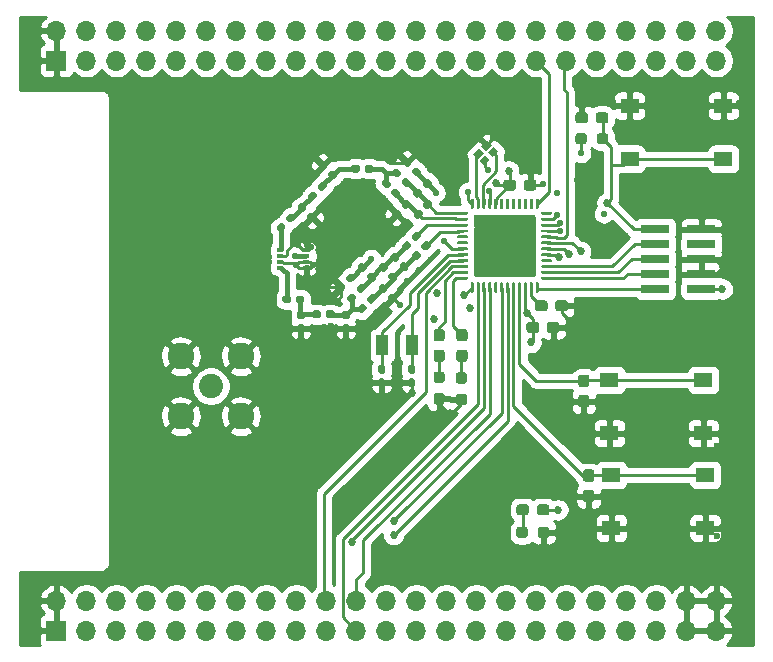
<source format=gbr>
%TF.GenerationSoftware,KiCad,Pcbnew,(5.1.9)-1*%
%TF.CreationDate,2021-11-09T16:48:14-06:00*%
%TF.ProjectId,zigbeeCape,7a696762-6565-4436-9170-652e6b696361,rev?*%
%TF.SameCoordinates,Original*%
%TF.FileFunction,Copper,L1,Top*%
%TF.FilePolarity,Positive*%
%FSLAX46Y46*%
G04 Gerber Fmt 4.6, Leading zero omitted, Abs format (unit mm)*
G04 Created by KiCad (PCBNEW (5.1.9)-1) date 2021-11-09 16:48:14*
%MOMM*%
%LPD*%
G01*
G04 APERTURE LIST*
%TA.AperFunction,SMDPad,CuDef*%
%ADD10R,1.550000X1.300000*%
%TD*%
%TA.AperFunction,ComponentPad*%
%ADD11R,1.700000X1.700000*%
%TD*%
%TA.AperFunction,ComponentPad*%
%ADD12O,1.700000X1.700000*%
%TD*%
%TA.AperFunction,ComponentPad*%
%ADD13C,0.600000*%
%TD*%
%TA.AperFunction,SMDPad,CuDef*%
%ADD14R,2.400000X0.760000*%
%TD*%
%TA.AperFunction,SMDPad,CuDef*%
%ADD15R,1.000000X1.800000*%
%TD*%
%TA.AperFunction,SMDPad,CuDef*%
%ADD16C,0.100000*%
%TD*%
%TA.AperFunction,SMDPad,CuDef*%
%ADD17R,1.030000X1.030000*%
%TD*%
%TA.AperFunction,ComponentPad*%
%ADD18C,0.515000*%
%TD*%
%TA.AperFunction,SMDPad,CuDef*%
%ADD19R,0.600000X0.300000*%
%TD*%
%TA.AperFunction,ComponentPad*%
%ADD20C,2.050000*%
%TD*%
%TA.AperFunction,ComponentPad*%
%ADD21C,2.250000*%
%TD*%
%TA.AperFunction,ViaPad*%
%ADD22C,0.558800*%
%TD*%
%TA.AperFunction,ViaPad*%
%ADD23C,0.685800*%
%TD*%
%TA.AperFunction,Conductor*%
%ADD24C,0.254000*%
%TD*%
%TA.AperFunction,Conductor*%
%ADD25C,0.381000*%
%TD*%
%TA.AperFunction,Conductor*%
%ADD26C,0.100000*%
%TD*%
G04 APERTURE END LIST*
D10*
%TO.P,SW2,1*%
%TO.N,GND*%
X50787400Y10602400D03*
%TO.P,SW2,2*%
X58737400Y10602400D03*
%TO.P,SW2,3*%
%TO.N,Button_2*%
X50787400Y15102400D03*
%TO.P,SW2,4*%
X58737400Y15102400D03*
%TD*%
%TO.P,SW1,1*%
%TO.N,GND*%
X50635000Y18628800D03*
%TO.P,SW1,2*%
X58585000Y18628800D03*
%TO.P,SW1,3*%
%TO.N,Button_1*%
X50635000Y23128800D03*
%TO.P,SW1,4*%
X58585000Y23128800D03*
%TD*%
%TO.P,SW4,1*%
%TO.N,Net-(C7-Pad1)*%
X52336800Y41869800D03*
%TO.P,SW4,2*%
X60286800Y41869800D03*
%TO.P,SW4,3*%
%TO.N,GND*%
X52336800Y46369800D03*
%TO.P,SW4,4*%
X60286800Y46369800D03*
%TD*%
D11*
%TO.P,U5,1*%
%TO.N,GND*%
X3810000Y1905000D03*
D12*
%TO.P,U5,2*%
X3810000Y4445000D03*
%TO.P,U5,3*%
%TO.N,+3V3*%
X6350000Y1905000D03*
%TO.P,U5,4*%
X6350000Y4445000D03*
%TO.P,U5,5*%
%TO.N,Net-(U5-Pad5)*%
X8890000Y1905000D03*
%TO.P,U5,6*%
%TO.N,Net-(U5-Pad6)*%
X8890000Y4445000D03*
%TO.P,U5,7*%
%TO.N,Net-(U5-Pad7)*%
X11430000Y1905000D03*
%TO.P,U5,8*%
%TO.N,Net-(U5-Pad8)*%
X11430000Y4445000D03*
%TO.P,U5,9*%
%TO.N,Net-(U5-Pad9)*%
X13970000Y1905000D03*
%TO.P,U5,10*%
%TO.N,Net-(U5-Pad10)*%
X13970000Y4445000D03*
%TO.P,U5,11*%
%TO.N,UART_RX*%
X16510000Y1905000D03*
%TO.P,U5,12*%
%TO.N,Net-(U5-Pad12)*%
X16510000Y4445000D03*
%TO.P,U5,13*%
%TO.N,UART_TX*%
X19050000Y1905000D03*
%TO.P,U5,14*%
%TO.N,Net-(U5-Pad14)*%
X19050000Y4445000D03*
%TO.P,U5,15*%
%TO.N,SPI_CS2*%
X21590000Y1905000D03*
%TO.P,U5,16*%
%TO.N,Net-(U5-Pad16)*%
X21590000Y4445000D03*
%TO.P,U5,17*%
%TO.N,SPI_CS1*%
X24130000Y1905000D03*
%TO.P,U5,18*%
%TO.N,SPI_MISO*%
X24130000Y4445000D03*
%TO.P,U5,19*%
%TO.N,I2C_SCL*%
X26670000Y1905000D03*
%TO.P,U5,20*%
%TO.N,I2C_SDA*%
X26670000Y4445000D03*
%TO.P,U5,21*%
%TO.N,SPI_MOSI*%
X29210000Y1905000D03*
%TO.P,U5,22*%
%TO.N,SPI_CLK*%
X29210000Y4445000D03*
%TO.P,U5,23*%
%TO.N,Net-(U5-Pad23)*%
X31750000Y1905000D03*
%TO.P,U5,24*%
%TO.N,Net-(U5-Pad24)*%
X31750000Y4445000D03*
%TO.P,U5,25*%
%TO.N,Net-(U5-Pad25)*%
X34290000Y1905000D03*
%TO.P,U5,26*%
%TO.N,Net-(U5-Pad26)*%
X34290000Y4445000D03*
%TO.P,U5,27*%
%TO.N,Net-(U5-Pad27)*%
X36830000Y1905000D03*
%TO.P,U5,28*%
%TO.N,Net-(U5-Pad28)*%
X36830000Y4445000D03*
%TO.P,U5,29*%
%TO.N,Net-(U5-Pad29)*%
X39370000Y1905000D03*
%TO.P,U5,30*%
%TO.N,Net-(U5-Pad30)*%
X39370000Y4445000D03*
%TO.P,U5,31*%
%TO.N,Net-(U5-Pad31)*%
X41910000Y1905000D03*
%TO.P,U5,32*%
%TO.N,Net-(U5-Pad32)*%
X41910000Y4445000D03*
%TO.P,U5,33*%
%TO.N,Net-(U5-Pad33)*%
X44450000Y1905000D03*
%TO.P,U5,34*%
%TO.N,Net-(U5-Pad34)*%
X44450000Y4445000D03*
%TO.P,U5,35*%
%TO.N,Net-(U5-Pad35)*%
X46990000Y1905000D03*
%TO.P,U5,36*%
%TO.N,Net-(U5-Pad36)*%
X46990000Y4445000D03*
%TO.P,U5,37*%
%TO.N,Net-(U5-Pad37)*%
X49530000Y1905000D03*
%TO.P,U5,38*%
%TO.N,Net-(U5-Pad38)*%
X49530000Y4445000D03*
%TO.P,U5,39*%
%TO.N,Net-(U5-Pad39)*%
X52070000Y1905000D03*
%TO.P,U5,40*%
%TO.N,Net-(U5-Pad40)*%
X52070000Y4445000D03*
%TO.P,U5,41*%
%TO.N,Net-(U5-Pad41)*%
X54610000Y1905000D03*
%TO.P,U5,42*%
%TO.N,Net-(U5-Pad42)*%
X54610000Y4445000D03*
%TO.P,U5,43*%
%TO.N,GND*%
X57150000Y1905000D03*
%TO.P,U5,44*%
X57150000Y4445000D03*
%TO.P,U5,45*%
X59690000Y1905000D03*
%TO.P,U5,46*%
X59690000Y4445000D03*
%TD*%
D13*
%TO.P,REF\u002A\u002A,1*%
%TO.N,GND*%
X59740800Y7366000D03*
%TD*%
%TO.P,REF\u002A\u002A,1*%
%TO.N,GND*%
X57200800Y7366000D03*
%TD*%
%TO.P,REF\u002A\u002A,1*%
%TO.N,GND*%
X54660800Y7366000D03*
%TD*%
%TO.P,REF\u002A\u002A,1*%
%TO.N,GND*%
X52120800Y7366000D03*
%TD*%
%TO.P,REF\u002A\u002A,1*%
%TO.N,GND*%
X49580800Y7366000D03*
%TD*%
%TO.P,REF\u002A\u002A,1*%
%TO.N,GND*%
X59740800Y9906000D03*
%TD*%
%TO.P,REF\u002A\u002A,1*%
%TO.N,GND*%
X57200800Y9906000D03*
%TD*%
%TO.P,REF\u002A\u002A,1*%
%TO.N,GND*%
X54660800Y9906000D03*
%TD*%
%TO.P,REF\u002A\u002A,1*%
%TO.N,GND*%
X39725600Y10363200D03*
%TD*%
%TO.P,REF\u002A\u002A,1*%
%TO.N,GND*%
X36271200Y7467600D03*
%TD*%
%TO.P,REF\u002A\u002A,1*%
%TO.N,GND*%
X59740800Y12446000D03*
%TD*%
%TO.P,REF\u002A\u002A,1*%
%TO.N,GND*%
X57200800Y12446000D03*
%TD*%
%TO.P,REF\u002A\u002A,1*%
%TO.N,GND*%
X54660800Y12446000D03*
%TD*%
%TO.P,REF\u002A\u002A,1*%
%TO.N,GND*%
X52120800Y12446000D03*
%TD*%
%TO.P,REF\u002A\u002A,1*%
%TO.N,GND*%
X44856400Y14833600D03*
%TD*%
%TO.P,REF\u002A\u002A,1*%
%TO.N,GND*%
X52527200Y44297600D03*
%TD*%
%TO.P,REF\u002A\u002A,1*%
%TO.N,GND*%
X59740800Y17526000D03*
%TD*%
%TO.P,REF\u002A\u002A,1*%
%TO.N,GND*%
X57200800Y17526000D03*
%TD*%
%TO.P,REF\u002A\u002A,1*%
%TO.N,GND*%
X54660800Y17526000D03*
%TD*%
%TO.P,REF\u002A\u002A,1*%
%TO.N,GND*%
X59740800Y20066000D03*
%TD*%
%TO.P,REF\u002A\u002A,1*%
%TO.N,GND*%
X57200800Y20066000D03*
%TD*%
%TO.P,REF\u002A\u002A,1*%
%TO.N,GND*%
X54660800Y20066000D03*
%TD*%
%TO.P,REF\u002A\u002A,1*%
%TO.N,GND*%
X52120800Y20066000D03*
%TD*%
%TO.P,REF\u002A\u002A,1*%
%TO.N,GND*%
X51409600Y35102800D03*
%TD*%
%TO.P,REF\u002A\u002A,1*%
%TO.N,GND*%
X59740800Y25146000D03*
%TD*%
%TO.P,REF\u002A\u002A,1*%
%TO.N,GND*%
X57200800Y25146000D03*
%TD*%
%TO.P,REF\u002A\u002A,1*%
%TO.N,GND*%
X54660800Y25146000D03*
%TD*%
%TO.P,REF\u002A\u002A,1*%
%TO.N,GND*%
X52120800Y25146000D03*
%TD*%
%TO.P,REF\u002A\u002A,1*%
%TO.N,GND*%
X49580800Y25146000D03*
%TD*%
%TO.P,REF\u002A\u002A,1*%
%TO.N,GND*%
X59740800Y27686000D03*
%TD*%
%TO.P,REF\u002A\u002A,1*%
%TO.N,GND*%
X57200800Y27686000D03*
%TD*%
%TO.P,REF\u002A\u002A,1*%
%TO.N,GND*%
X54660800Y27686000D03*
%TD*%
%TO.P,REF\u002A\u002A,1*%
%TO.N,GND*%
X52120800Y27686000D03*
%TD*%
%TO.P,REF\u002A\u002A,1*%
%TO.N,GND*%
X49580800Y27686000D03*
%TD*%
%TO.P,REF\u002A\u002A,1*%
%TO.N,GND*%
X56286400Y43332400D03*
%TD*%
%TO.P,REF\u002A\u002A,1*%
%TO.N,GND*%
X59791600Y44145200D03*
%TD*%
%TO.P,REF\u002A\u002A,1*%
%TO.N,GND*%
X56184800Y45618400D03*
%TD*%
%TO.P,REF\u002A\u002A,1*%
%TO.N,GND*%
X48717200Y35610800D03*
%TD*%
%TO.P,REF\u002A\u002A,1*%
%TO.N,GND*%
X59740800Y37846000D03*
%TD*%
%TO.P,REF\u002A\u002A,1*%
%TO.N,GND*%
X57200800Y37846000D03*
%TD*%
%TO.P,REF\u002A\u002A,1*%
%TO.N,GND*%
X54660800Y37846000D03*
%TD*%
%TO.P,REF\u002A\u002A,1*%
%TO.N,GND*%
X52120800Y37846000D03*
%TD*%
%TO.P,REF\u002A\u002A,1*%
%TO.N,GND*%
X59740800Y40386000D03*
%TD*%
%TO.P,REF\u002A\u002A,1*%
%TO.N,GND*%
X57200800Y40386000D03*
%TD*%
%TO.P,REF\u002A\u002A,1*%
%TO.N,GND*%
X54660800Y40386000D03*
%TD*%
%TO.P,REF\u002A\u002A,1*%
%TO.N,GND*%
X52120800Y40386000D03*
%TD*%
%TO.P,REF\u002A\u002A,1*%
%TO.N,GND*%
X62280800Y914400D03*
%TD*%
%TO.P,REF\u002A\u002A,1*%
%TO.N,GND*%
X35204400Y19151600D03*
%TD*%
%TO.P,REF\u002A\u002A,1*%
%TO.N,GND*%
X33020000Y18338800D03*
%TD*%
%TO.P,REF\u002A\u002A,1*%
%TO.N,GND*%
X32715200Y16002000D03*
%TD*%
%TO.P,REF\u002A\u002A,1*%
%TO.N,GND*%
X30276800Y13563600D03*
%TD*%
%TO.P,REF\u002A\u002A,1*%
%TO.N,GND*%
X30378400Y15748000D03*
%TD*%
%TO.P,REF\u002A\u002A,1*%
%TO.N,GND*%
X29108400Y17780000D03*
%TD*%
%TO.P,REF\u002A\u002A,1*%
%TO.N,GND*%
X29337000Y20116800D03*
%TD*%
%TO.P,REF\u002A\u002A,1*%
%TO.N,GND*%
X29337000Y22656800D03*
%TD*%
%TO.P,REF\u002A\u002A,1*%
%TO.N,GND*%
X29337000Y25196800D03*
%TD*%
%TO.P,REF\u002A\u002A,1*%
%TO.N,GND*%
X18999200Y7620000D03*
%TD*%
%TO.P,REF\u002A\u002A,1*%
%TO.N,GND*%
X16891000Y7366000D03*
%TD*%
%TO.P,REF\u002A\u002A,1*%
%TO.N,GND*%
X14351000Y7366000D03*
%TD*%
%TO.P,REF\u002A\u002A,1*%
%TO.N,GND*%
X11811000Y7366000D03*
%TD*%
%TO.P,REF\u002A\u002A,1*%
%TO.N,GND*%
X9271000Y7366000D03*
%TD*%
%TO.P,REF\u002A\u002A,1*%
%TO.N,GND*%
X21691600Y10210800D03*
%TD*%
%TO.P,REF\u002A\u002A,1*%
%TO.N,GND*%
X19431000Y9906000D03*
%TD*%
%TO.P,REF\u002A\u002A,1*%
%TO.N,GND*%
X16891000Y9906000D03*
%TD*%
%TO.P,REF\u002A\u002A,1*%
%TO.N,GND*%
X14351000Y9906000D03*
%TD*%
%TO.P,REF\u002A\u002A,1*%
%TO.N,GND*%
X11811000Y9906000D03*
%TD*%
%TO.P,REF\u002A\u002A,1*%
%TO.N,GND*%
X9271000Y9906000D03*
%TD*%
%TO.P,REF\u002A\u002A,1*%
%TO.N,GND*%
X21971000Y12446000D03*
%TD*%
%TO.P,REF\u002A\u002A,1*%
%TO.N,GND*%
X19431000Y12446000D03*
%TD*%
%TO.P,REF\u002A\u002A,1*%
%TO.N,GND*%
X16891000Y12446000D03*
%TD*%
%TO.P,REF\u002A\u002A,1*%
%TO.N,GND*%
X14351000Y12446000D03*
%TD*%
%TO.P,REF\u002A\u002A,1*%
%TO.N,GND*%
X11811000Y12446000D03*
%TD*%
%TO.P,REF\u002A\u002A,1*%
%TO.N,GND*%
X42291000Y45466000D03*
%TD*%
%TO.P,REF\u002A\u002A,1*%
%TO.N,GND*%
X39751000Y45466000D03*
%TD*%
%TO.P,REF\u002A\u002A,1*%
%TO.N,GND*%
X37211000Y45466000D03*
%TD*%
%TO.P,REF\u002A\u002A,1*%
%TO.N,GND*%
X34671000Y45466000D03*
%TD*%
%TO.P,REF\u002A\u002A,1*%
%TO.N,GND*%
X42291000Y48006000D03*
%TD*%
%TO.P,REF\u002A\u002A,1*%
%TO.N,GND*%
X39751000Y48006000D03*
%TD*%
%TO.P,REF\u002A\u002A,1*%
%TO.N,GND*%
X37211000Y48006000D03*
%TD*%
%TO.P,REF\u002A\u002A,1*%
%TO.N,GND*%
X25349200Y31140400D03*
%TD*%
%TO.P,REF\u002A\u002A,1*%
%TO.N,GND*%
X27203400Y33223200D03*
%TD*%
%TO.P,REF\u002A\u002A,1*%
%TO.N,GND*%
X26543000Y34899600D03*
%TD*%
%TO.P,REF\u002A\u002A,1*%
%TO.N,GND*%
X27914600Y36271200D03*
%TD*%
%TO.P,REF\u002A\u002A,1*%
%TO.N,GND*%
X29083000Y34442400D03*
%TD*%
%TO.P,REF\u002A\u002A,1*%
%TO.N,GND*%
X30708600Y35407600D03*
%TD*%
%TO.P,REF\u002A\u002A,1*%
%TO.N,GND*%
X29489400Y37846000D03*
%TD*%
%TO.P,REF\u002A\u002A,1*%
%TO.N,GND*%
X27101800Y38404800D03*
%TD*%
%TO.P,REF\u002A\u002A,1*%
%TO.N,GND*%
X30581600Y39573200D03*
%TD*%
%TO.P,REF\u002A\u002A,1*%
%TO.N,GND*%
X28397200Y39573200D03*
%TD*%
D14*
%TO.P,J1,2*%
%TO.N,Net-(J1-Pad2)*%
X54508400Y30835600D03*
%TO.P,J1,1*%
%TO.N,+3V3*%
X58408400Y30835600D03*
%TO.P,J1,4*%
%TO.N,Net-(J1-Pad4)*%
X54508400Y32105600D03*
%TO.P,J1,3*%
%TO.N,GND*%
X58408400Y32105600D03*
%TO.P,J1,6*%
%TO.N,Net-(J1-Pad6)*%
X54508400Y33375600D03*
%TO.P,J1,5*%
%TO.N,GND*%
X58408400Y33375600D03*
%TO.P,J1,8*%
%TO.N,Net-(J1-Pad8)*%
X54508400Y34645600D03*
%TO.P,J1,7*%
%TO.N,Net-(J1-Pad7)*%
X58408400Y34645600D03*
%TO.P,J1,10*%
%TO.N,Net-(C7-Pad1)*%
X54508400Y35915600D03*
%TO.P,J1,9*%
%TO.N,GND*%
X58408400Y35915600D03*
%TD*%
D15*
%TO.P,Y1,2*%
%TO.N,Net-(C14-Pad1)*%
X33918400Y26060400D03*
%TO.P,Y1,1*%
%TO.N,Net-(C12-Pad1)*%
X31418400Y26060400D03*
%TD*%
%TA.AperFunction,SMDPad,CuDef*%
D16*
%TO.P,Y2,4*%
%TO.N,GND*%
G36*
X40019514Y41303004D02*
G01*
X39630605Y41691913D01*
X40125580Y42186888D01*
X40514489Y41797979D01*
X40019514Y41303004D01*
G37*
%TD.AperFunction*%
%TA.AperFunction,SMDPad,CuDef*%
%TO.P,Y2,3*%
%TO.N,Net-(U1-Pad46)*%
G36*
X40832687Y42893995D02*
G01*
X41221596Y42505086D01*
X40726621Y42010111D01*
X40337712Y42399020D01*
X40832687Y42893995D01*
G37*
%TD.AperFunction*%
%TA.AperFunction,SMDPad,CuDef*%
%TO.P,Y2,2*%
%TO.N,GND*%
G36*
X40295286Y43431396D02*
G01*
X40684195Y43042487D01*
X40189220Y42547512D01*
X39800311Y42936421D01*
X40295286Y43431396D01*
G37*
%TD.AperFunction*%
%TA.AperFunction,SMDPad,CuDef*%
%TO.P,Y2,1*%
%TO.N,Net-(U1-Pad47)*%
G36*
X39482113Y41840405D02*
G01*
X39093204Y42229314D01*
X39588179Y42724289D01*
X39977088Y42335380D01*
X39482113Y41840405D01*
G37*
%TD.AperFunction*%
%TD*%
%TO.P,U1,1*%
%TO.N,/ZigBeeFiltering/2_4_GHZ_RF_P*%
%TA.AperFunction,SMDPad,CuDef*%
G36*
G01*
X38593600Y37125000D02*
X37833600Y37125000D01*
G75*
G02*
X37763600Y37195000I0J70000D01*
G01*
X37763600Y37305000D01*
G75*
G02*
X37833600Y37375000I70000J0D01*
G01*
X38593600Y37375000D01*
G75*
G02*
X38663600Y37305000I0J-70000D01*
G01*
X38663600Y37195000D01*
G75*
G02*
X38593600Y37125000I-70000J0D01*
G01*
G37*
%TD.AperFunction*%
%TO.P,U1,2*%
%TO.N,/ZigBeeFiltering/2_4_GHZ_RF_N*%
%TA.AperFunction,SMDPad,CuDef*%
G36*
G01*
X38593600Y36625000D02*
X37833600Y36625000D01*
G75*
G02*
X37763600Y36695000I0J70000D01*
G01*
X37763600Y36805000D01*
G75*
G02*
X37833600Y36875000I70000J0D01*
G01*
X38593600Y36875000D01*
G75*
G02*
X38663600Y36805000I0J-70000D01*
G01*
X38663600Y36695000D01*
G75*
G02*
X38593600Y36625000I-70000J0D01*
G01*
G37*
%TD.AperFunction*%
%TO.P,U1,3*%
%TO.N,/ZigBeeFiltering/SUB-1_GHZ_RF_P*%
%TA.AperFunction,SMDPad,CuDef*%
G36*
G01*
X38593600Y36125000D02*
X37833600Y36125000D01*
G75*
G02*
X37763600Y36195000I0J70000D01*
G01*
X37763600Y36305000D01*
G75*
G02*
X37833600Y36375000I70000J0D01*
G01*
X38593600Y36375000D01*
G75*
G02*
X38663600Y36305000I0J-70000D01*
G01*
X38663600Y36195000D01*
G75*
G02*
X38593600Y36125000I-70000J0D01*
G01*
G37*
%TD.AperFunction*%
%TO.P,U1,4*%
%TO.N,/ZigBeeFiltering/SUB-1_GHZ_RF_N*%
%TA.AperFunction,SMDPad,CuDef*%
G36*
G01*
X38593600Y35625000D02*
X37833600Y35625000D01*
G75*
G02*
X37763600Y35695000I0J70000D01*
G01*
X37763600Y35805000D01*
G75*
G02*
X37833600Y35875000I70000J0D01*
G01*
X38593600Y35875000D01*
G75*
G02*
X38663600Y35805000I0J-70000D01*
G01*
X38663600Y35695000D01*
G75*
G02*
X38593600Y35625000I-70000J0D01*
G01*
G37*
%TD.AperFunction*%
%TO.P,U1,5*%
%TO.N,Net-(U1-Pad5)*%
%TA.AperFunction,SMDPad,CuDef*%
G36*
G01*
X38593600Y35125000D02*
X37833600Y35125000D01*
G75*
G02*
X37763600Y35195000I0J70000D01*
G01*
X37763600Y35305000D01*
G75*
G02*
X37833600Y35375000I70000J0D01*
G01*
X38593600Y35375000D01*
G75*
G02*
X38663600Y35305000I0J-70000D01*
G01*
X38663600Y35195000D01*
G75*
G02*
X38593600Y35125000I-70000J0D01*
G01*
G37*
%TD.AperFunction*%
%TO.P,U1,6*%
%TO.N,Net-(U1-Pad6)*%
%TA.AperFunction,SMDPad,CuDef*%
G36*
G01*
X38593600Y34625000D02*
X37833600Y34625000D01*
G75*
G02*
X37763600Y34695000I0J70000D01*
G01*
X37763600Y34805000D01*
G75*
G02*
X37833600Y34875000I70000J0D01*
G01*
X38593600Y34875000D01*
G75*
G02*
X38663600Y34805000I0J-70000D01*
G01*
X38663600Y34695000D01*
G75*
G02*
X38593600Y34625000I-70000J0D01*
G01*
G37*
%TD.AperFunction*%
%TO.P,U1,7*%
%TO.N,/ZigBeeFiltering/RX_TX*%
%TA.AperFunction,SMDPad,CuDef*%
G36*
G01*
X38593600Y34125000D02*
X37833600Y34125000D01*
G75*
G02*
X37763600Y34195000I0J70000D01*
G01*
X37763600Y34305000D01*
G75*
G02*
X37833600Y34375000I70000J0D01*
G01*
X38593600Y34375000D01*
G75*
G02*
X38663600Y34305000I0J-70000D01*
G01*
X38663600Y34195000D01*
G75*
G02*
X38593600Y34125000I-70000J0D01*
G01*
G37*
%TD.AperFunction*%
%TO.P,U1,8*%
%TO.N,Net-(C12-Pad1)*%
%TA.AperFunction,SMDPad,CuDef*%
G36*
G01*
X38593600Y33625000D02*
X37833600Y33625000D01*
G75*
G02*
X37763600Y33695000I0J70000D01*
G01*
X37763600Y33805000D01*
G75*
G02*
X37833600Y33875000I70000J0D01*
G01*
X38593600Y33875000D01*
G75*
G02*
X38663600Y33805000I0J-70000D01*
G01*
X38663600Y33695000D01*
G75*
G02*
X38593600Y33625000I-70000J0D01*
G01*
G37*
%TD.AperFunction*%
%TO.P,U1,9*%
%TO.N,Net-(C14-Pad1)*%
%TA.AperFunction,SMDPad,CuDef*%
G36*
G01*
X38593600Y33125000D02*
X37833600Y33125000D01*
G75*
G02*
X37763600Y33195000I0J70000D01*
G01*
X37763600Y33305000D01*
G75*
G02*
X37833600Y33375000I70000J0D01*
G01*
X38593600Y33375000D01*
G75*
G02*
X38663600Y33305000I0J-70000D01*
G01*
X38663600Y33195000D01*
G75*
G02*
X38593600Y33125000I-70000J0D01*
G01*
G37*
%TD.AperFunction*%
%TO.P,U1,10*%
%TO.N,I2C_SDA*%
%TA.AperFunction,SMDPad,CuDef*%
G36*
G01*
X38593600Y32625000D02*
X37833600Y32625000D01*
G75*
G02*
X37763600Y32695000I0J70000D01*
G01*
X37763600Y32805000D01*
G75*
G02*
X37833600Y32875000I70000J0D01*
G01*
X38593600Y32875000D01*
G75*
G02*
X38663600Y32805000I0J-70000D01*
G01*
X38663600Y32695000D01*
G75*
G02*
X38593600Y32625000I-70000J0D01*
G01*
G37*
%TD.AperFunction*%
%TO.P,U1,11*%
%TO.N,LED_RED*%
%TA.AperFunction,SMDPad,CuDef*%
G36*
G01*
X38593600Y32125000D02*
X37833600Y32125000D01*
G75*
G02*
X37763600Y32195000I0J70000D01*
G01*
X37763600Y32305000D01*
G75*
G02*
X37833600Y32375000I70000J0D01*
G01*
X38593600Y32375000D01*
G75*
G02*
X38663600Y32305000I0J-70000D01*
G01*
X38663600Y32195000D01*
G75*
G02*
X38593600Y32125000I-70000J0D01*
G01*
G37*
%TD.AperFunction*%
%TO.P,U1,12*%
%TO.N,LED_GREEN*%
%TA.AperFunction,SMDPad,CuDef*%
G36*
G01*
X38593600Y31625000D02*
X37833600Y31625000D01*
G75*
G02*
X37763600Y31695000I0J70000D01*
G01*
X37763600Y31805000D01*
G75*
G02*
X37833600Y31875000I70000J0D01*
G01*
X38593600Y31875000D01*
G75*
G02*
X38663600Y31805000I0J-70000D01*
G01*
X38663600Y31695000D01*
G75*
G02*
X38593600Y31625000I-70000J0D01*
G01*
G37*
%TD.AperFunction*%
%TO.P,U1,13*%
%TO.N,+3V3*%
%TA.AperFunction,SMDPad,CuDef*%
G36*
G01*
X38888600Y30570000D02*
X38888600Y31330000D01*
G75*
G02*
X38958600Y31400000I70000J0D01*
G01*
X39068600Y31400000D01*
G75*
G02*
X39138600Y31330000I0J-70000D01*
G01*
X39138600Y30570000D01*
G75*
G02*
X39068600Y30500000I-70000J0D01*
G01*
X38958600Y30500000D01*
G75*
G02*
X38888600Y30570000I0J70000D01*
G01*
G37*
%TD.AperFunction*%
%TO.P,U1,14*%
%TO.N,SPI_MOSI*%
%TA.AperFunction,SMDPad,CuDef*%
G36*
G01*
X39388600Y30570000D02*
X39388600Y31330000D01*
G75*
G02*
X39458600Y31400000I70000J0D01*
G01*
X39568600Y31400000D01*
G75*
G02*
X39638600Y31330000I0J-70000D01*
G01*
X39638600Y30570000D01*
G75*
G02*
X39568600Y30500000I-70000J0D01*
G01*
X39458600Y30500000D01*
G75*
G02*
X39388600Y30570000I0J70000D01*
G01*
G37*
%TD.AperFunction*%
%TO.P,U1,15*%
%TO.N,SPI_MISO*%
%TA.AperFunction,SMDPad,CuDef*%
G36*
G01*
X39888600Y30570000D02*
X39888600Y31330000D01*
G75*
G02*
X39958600Y31400000I70000J0D01*
G01*
X40068600Y31400000D01*
G75*
G02*
X40138600Y31330000I0J-70000D01*
G01*
X40138600Y30570000D01*
G75*
G02*
X40068600Y30500000I-70000J0D01*
G01*
X39958600Y30500000D01*
G75*
G02*
X39888600Y30570000I0J70000D01*
G01*
G37*
%TD.AperFunction*%
%TO.P,U1,16*%
%TO.N,SPI_CLK*%
%TA.AperFunction,SMDPad,CuDef*%
G36*
G01*
X40388600Y30570000D02*
X40388600Y31330000D01*
G75*
G02*
X40458600Y31400000I70000J0D01*
G01*
X40568600Y31400000D01*
G75*
G02*
X40638600Y31330000I0J-70000D01*
G01*
X40638600Y30570000D01*
G75*
G02*
X40568600Y30500000I-70000J0D01*
G01*
X40458600Y30500000D01*
G75*
G02*
X40388600Y30570000I0J70000D01*
G01*
G37*
%TD.AperFunction*%
%TO.P,U1,17*%
%TO.N,Net-(U1-Pad17)*%
%TA.AperFunction,SMDPad,CuDef*%
G36*
G01*
X40888600Y30570000D02*
X40888600Y31330000D01*
G75*
G02*
X40958600Y31400000I70000J0D01*
G01*
X41068600Y31400000D01*
G75*
G02*
X41138600Y31330000I0J-70000D01*
G01*
X41138600Y30570000D01*
G75*
G02*
X41068600Y30500000I-70000J0D01*
G01*
X40958600Y30500000D01*
G75*
G02*
X40888600Y30570000I0J70000D01*
G01*
G37*
%TD.AperFunction*%
%TO.P,U1,18*%
%TO.N,UART_RX*%
%TA.AperFunction,SMDPad,CuDef*%
G36*
G01*
X41388600Y30570000D02*
X41388600Y31330000D01*
G75*
G02*
X41458600Y31400000I70000J0D01*
G01*
X41568600Y31400000D01*
G75*
G02*
X41638600Y31330000I0J-70000D01*
G01*
X41638600Y30570000D01*
G75*
G02*
X41568600Y30500000I-70000J0D01*
G01*
X41458600Y30500000D01*
G75*
G02*
X41388600Y30570000I0J70000D01*
G01*
G37*
%TD.AperFunction*%
%TO.P,U1,19*%
%TO.N,UART_TX*%
%TA.AperFunction,SMDPad,CuDef*%
G36*
G01*
X41888600Y30570000D02*
X41888600Y31330000D01*
G75*
G02*
X41958600Y31400000I70000J0D01*
G01*
X42068600Y31400000D01*
G75*
G02*
X42138600Y31330000I0J-70000D01*
G01*
X42138600Y30570000D01*
G75*
G02*
X42068600Y30500000I-70000J0D01*
G01*
X41958600Y30500000D01*
G75*
G02*
X41888600Y30570000I0J70000D01*
G01*
G37*
%TD.AperFunction*%
%TO.P,U1,20*%
%TO.N,Button_2*%
%TA.AperFunction,SMDPad,CuDef*%
G36*
G01*
X42388600Y30570000D02*
X42388600Y31330000D01*
G75*
G02*
X42458600Y31400000I70000J0D01*
G01*
X42568600Y31400000D01*
G75*
G02*
X42638600Y31330000I0J-70000D01*
G01*
X42638600Y30570000D01*
G75*
G02*
X42568600Y30500000I-70000J0D01*
G01*
X42458600Y30500000D01*
G75*
G02*
X42388600Y30570000I0J70000D01*
G01*
G37*
%TD.AperFunction*%
%TO.P,U1,21*%
%TO.N,Button_1*%
%TA.AperFunction,SMDPad,CuDef*%
G36*
G01*
X42888600Y30570000D02*
X42888600Y31330000D01*
G75*
G02*
X42958600Y31400000I70000J0D01*
G01*
X43068600Y31400000D01*
G75*
G02*
X43138600Y31330000I0J-70000D01*
G01*
X43138600Y30570000D01*
G75*
G02*
X43068600Y30500000I-70000J0D01*
G01*
X42958600Y30500000D01*
G75*
G02*
X42888600Y30570000I0J70000D01*
G01*
G37*
%TD.AperFunction*%
%TO.P,U1,22*%
%TO.N,+3V3*%
%TA.AperFunction,SMDPad,CuDef*%
G36*
G01*
X43388600Y30570000D02*
X43388600Y31330000D01*
G75*
G02*
X43458600Y31400000I70000J0D01*
G01*
X43568600Y31400000D01*
G75*
G02*
X43638600Y31330000I0J-70000D01*
G01*
X43638600Y30570000D01*
G75*
G02*
X43568600Y30500000I-70000J0D01*
G01*
X43458600Y30500000D01*
G75*
G02*
X43388600Y30570000I0J70000D01*
G01*
G37*
%TD.AperFunction*%
%TO.P,U1,23*%
%TO.N,Net-(C15-Pad1)*%
%TA.AperFunction,SMDPad,CuDef*%
G36*
G01*
X43888600Y30570000D02*
X43888600Y31330000D01*
G75*
G02*
X43958600Y31400000I70000J0D01*
G01*
X44068600Y31400000D01*
G75*
G02*
X44138600Y31330000I0J-70000D01*
G01*
X44138600Y30570000D01*
G75*
G02*
X44068600Y30500000I-70000J0D01*
G01*
X43958600Y30500000D01*
G75*
G02*
X43888600Y30570000I0J70000D01*
G01*
G37*
%TD.AperFunction*%
%TO.P,U1,24*%
%TO.N,Net-(J1-Pad2)*%
%TA.AperFunction,SMDPad,CuDef*%
G36*
G01*
X44388600Y30570000D02*
X44388600Y31330000D01*
G75*
G02*
X44458600Y31400000I70000J0D01*
G01*
X44568600Y31400000D01*
G75*
G02*
X44638600Y31330000I0J-70000D01*
G01*
X44638600Y30570000D01*
G75*
G02*
X44568600Y30500000I-70000J0D01*
G01*
X44458600Y30500000D01*
G75*
G02*
X44388600Y30570000I0J70000D01*
G01*
G37*
%TD.AperFunction*%
%TO.P,U1,25*%
%TO.N,Net-(J1-Pad4)*%
%TA.AperFunction,SMDPad,CuDef*%
G36*
G01*
X45693600Y31625000D02*
X44933600Y31625000D01*
G75*
G02*
X44863600Y31695000I0J70000D01*
G01*
X44863600Y31805000D01*
G75*
G02*
X44933600Y31875000I70000J0D01*
G01*
X45693600Y31875000D01*
G75*
G02*
X45763600Y31805000I0J-70000D01*
G01*
X45763600Y31695000D01*
G75*
G02*
X45693600Y31625000I-70000J0D01*
G01*
G37*
%TD.AperFunction*%
%TO.P,U1,26*%
%TO.N,Net-(J1-Pad6)*%
%TA.AperFunction,SMDPad,CuDef*%
G36*
G01*
X45693600Y32125000D02*
X44933600Y32125000D01*
G75*
G02*
X44863600Y32195000I0J70000D01*
G01*
X44863600Y32305000D01*
G75*
G02*
X44933600Y32375000I70000J0D01*
G01*
X45693600Y32375000D01*
G75*
G02*
X45763600Y32305000I0J-70000D01*
G01*
X45763600Y32195000D01*
G75*
G02*
X45693600Y32125000I-70000J0D01*
G01*
G37*
%TD.AperFunction*%
%TO.P,U1,27*%
%TO.N,Net-(J1-Pad8)*%
%TA.AperFunction,SMDPad,CuDef*%
G36*
G01*
X45693600Y32625000D02*
X44933600Y32625000D01*
G75*
G02*
X44863600Y32695000I0J70000D01*
G01*
X44863600Y32805000D01*
G75*
G02*
X44933600Y32875000I70000J0D01*
G01*
X45693600Y32875000D01*
G75*
G02*
X45763600Y32805000I0J-70000D01*
G01*
X45763600Y32695000D01*
G75*
G02*
X45693600Y32625000I-70000J0D01*
G01*
G37*
%TD.AperFunction*%
%TO.P,U1,28*%
%TO.N,Net-(U1-Pad28)*%
%TA.AperFunction,SMDPad,CuDef*%
G36*
G01*
X45693600Y33125000D02*
X44933600Y33125000D01*
G75*
G02*
X44863600Y33195000I0J70000D01*
G01*
X44863600Y33305000D01*
G75*
G02*
X44933600Y33375000I70000J0D01*
G01*
X45693600Y33375000D01*
G75*
G02*
X45763600Y33305000I0J-70000D01*
G01*
X45763600Y33195000D01*
G75*
G02*
X45693600Y33125000I-70000J0D01*
G01*
G37*
%TD.AperFunction*%
%TO.P,U1,29*%
%TO.N,SPI_CS2*%
%TA.AperFunction,SMDPad,CuDef*%
G36*
G01*
X45693600Y33625000D02*
X44933600Y33625000D01*
G75*
G02*
X44863600Y33695000I0J70000D01*
G01*
X44863600Y33805000D01*
G75*
G02*
X44933600Y33875000I70000J0D01*
G01*
X45693600Y33875000D01*
G75*
G02*
X45763600Y33805000I0J-70000D01*
G01*
X45763600Y33695000D01*
G75*
G02*
X45693600Y33625000I-70000J0D01*
G01*
G37*
%TD.AperFunction*%
%TO.P,U1,30*%
%TO.N,SPI_CS1*%
%TA.AperFunction,SMDPad,CuDef*%
G36*
G01*
X45693600Y34125000D02*
X44933600Y34125000D01*
G75*
G02*
X44863600Y34195000I0J70000D01*
G01*
X44863600Y34305000D01*
G75*
G02*
X44933600Y34375000I70000J0D01*
G01*
X45693600Y34375000D01*
G75*
G02*
X45763600Y34305000I0J-70000D01*
G01*
X45763600Y34195000D01*
G75*
G02*
X45693600Y34125000I-70000J0D01*
G01*
G37*
%TD.AperFunction*%
%TO.P,U1,31*%
%TO.N,I2C_SCL*%
%TA.AperFunction,SMDPad,CuDef*%
G36*
G01*
X45693600Y34625000D02*
X44933600Y34625000D01*
G75*
G02*
X44863600Y34695000I0J70000D01*
G01*
X44863600Y34805000D01*
G75*
G02*
X44933600Y34875000I70000J0D01*
G01*
X45693600Y34875000D01*
G75*
G02*
X45763600Y34805000I0J-70000D01*
G01*
X45763600Y34695000D01*
G75*
G02*
X45693600Y34625000I-70000J0D01*
G01*
G37*
%TD.AperFunction*%
%TO.P,U1,32*%
%TO.N,FCON_CTS*%
%TA.AperFunction,SMDPad,CuDef*%
G36*
G01*
X45693600Y35125000D02*
X44933600Y35125000D01*
G75*
G02*
X44863600Y35195000I0J70000D01*
G01*
X44863600Y35305000D01*
G75*
G02*
X44933600Y35375000I70000J0D01*
G01*
X45693600Y35375000D01*
G75*
G02*
X45763600Y35305000I0J-70000D01*
G01*
X45763600Y35195000D01*
G75*
G02*
X45693600Y35125000I-70000J0D01*
G01*
G37*
%TD.AperFunction*%
%TO.P,U1,33*%
%TO.N,DCDC_SW*%
%TA.AperFunction,SMDPad,CuDef*%
G36*
G01*
X45693600Y35625000D02*
X44933600Y35625000D01*
G75*
G02*
X44863600Y35695000I0J70000D01*
G01*
X44863600Y35805000D01*
G75*
G02*
X44933600Y35875000I70000J0D01*
G01*
X45693600Y35875000D01*
G75*
G02*
X45763600Y35805000I0J-70000D01*
G01*
X45763600Y35695000D01*
G75*
G02*
X45693600Y35625000I-70000J0D01*
G01*
G37*
%TD.AperFunction*%
%TO.P,U1,34*%
%TO.N,+3V3*%
%TA.AperFunction,SMDPad,CuDef*%
G36*
G01*
X45693600Y36125000D02*
X44933600Y36125000D01*
G75*
G02*
X44863600Y36195000I0J70000D01*
G01*
X44863600Y36305000D01*
G75*
G02*
X44933600Y36375000I70000J0D01*
G01*
X45693600Y36375000D01*
G75*
G02*
X45763600Y36305000I0J-70000D01*
G01*
X45763600Y36195000D01*
G75*
G02*
X45693600Y36125000I-70000J0D01*
G01*
G37*
%TD.AperFunction*%
%TO.P,U1,35*%
%TO.N,Net-(C7-Pad1)*%
%TA.AperFunction,SMDPad,CuDef*%
G36*
G01*
X45693600Y36625000D02*
X44933600Y36625000D01*
G75*
G02*
X44863600Y36695000I0J70000D01*
G01*
X44863600Y36805000D01*
G75*
G02*
X44933600Y36875000I70000J0D01*
G01*
X45693600Y36875000D01*
G75*
G02*
X45763600Y36805000I0J-70000D01*
G01*
X45763600Y36695000D01*
G75*
G02*
X45693600Y36625000I-70000J0D01*
G01*
G37*
%TD.AperFunction*%
%TO.P,U1,36*%
%TO.N,Net-(U1-Pad36)*%
%TA.AperFunction,SMDPad,CuDef*%
G36*
G01*
X45693600Y37125000D02*
X44933600Y37125000D01*
G75*
G02*
X44863600Y37195000I0J70000D01*
G01*
X44863600Y37305000D01*
G75*
G02*
X44933600Y37375000I70000J0D01*
G01*
X45693600Y37375000D01*
G75*
G02*
X45763600Y37305000I0J-70000D01*
G01*
X45763600Y37195000D01*
G75*
G02*
X45693600Y37125000I-70000J0D01*
G01*
G37*
%TD.AperFunction*%
%TO.P,U1,37*%
%TO.N,FCON_RTS*%
%TA.AperFunction,SMDPad,CuDef*%
G36*
G01*
X44388600Y37670000D02*
X44388600Y38430000D01*
G75*
G02*
X44458600Y38500000I70000J0D01*
G01*
X44568600Y38500000D01*
G75*
G02*
X44638600Y38430000I0J-70000D01*
G01*
X44638600Y37670000D01*
G75*
G02*
X44568600Y37600000I-70000J0D01*
G01*
X44458600Y37600000D01*
G75*
G02*
X44388600Y37670000I0J70000D01*
G01*
G37*
%TD.AperFunction*%
%TO.P,U1,38*%
%TO.N,Net-(U1-Pad38)*%
%TA.AperFunction,SMDPad,CuDef*%
G36*
G01*
X43888600Y37670000D02*
X43888600Y38430000D01*
G75*
G02*
X43958600Y38500000I70000J0D01*
G01*
X44068600Y38500000D01*
G75*
G02*
X44138600Y38430000I0J-70000D01*
G01*
X44138600Y37670000D01*
G75*
G02*
X44068600Y37600000I-70000J0D01*
G01*
X43958600Y37600000D01*
G75*
G02*
X43888600Y37670000I0J70000D01*
G01*
G37*
%TD.AperFunction*%
%TO.P,U1,39*%
%TO.N,Net-(U1-Pad39)*%
%TA.AperFunction,SMDPad,CuDef*%
G36*
G01*
X43388600Y37670000D02*
X43388600Y38430000D01*
G75*
G02*
X43458600Y38500000I70000J0D01*
G01*
X43568600Y38500000D01*
G75*
G02*
X43638600Y38430000I0J-70000D01*
G01*
X43638600Y37670000D01*
G75*
G02*
X43568600Y37600000I-70000J0D01*
G01*
X43458600Y37600000D01*
G75*
G02*
X43388600Y37670000I0J70000D01*
G01*
G37*
%TD.AperFunction*%
%TO.P,U1,40*%
%TO.N,Net-(U1-Pad40)*%
%TA.AperFunction,SMDPad,CuDef*%
G36*
G01*
X42888600Y37670000D02*
X42888600Y38430000D01*
G75*
G02*
X42958600Y38500000I70000J0D01*
G01*
X43068600Y38500000D01*
G75*
G02*
X43138600Y38430000I0J-70000D01*
G01*
X43138600Y37670000D01*
G75*
G02*
X43068600Y37600000I-70000J0D01*
G01*
X42958600Y37600000D01*
G75*
G02*
X42888600Y37670000I0J70000D01*
G01*
G37*
%TD.AperFunction*%
%TO.P,U1,41*%
%TO.N,Net-(U1-Pad41)*%
%TA.AperFunction,SMDPad,CuDef*%
G36*
G01*
X42388600Y37670000D02*
X42388600Y38430000D01*
G75*
G02*
X42458600Y38500000I70000J0D01*
G01*
X42568600Y38500000D01*
G75*
G02*
X42638600Y38430000I0J-70000D01*
G01*
X42638600Y37670000D01*
G75*
G02*
X42568600Y37600000I-70000J0D01*
G01*
X42458600Y37600000D01*
G75*
G02*
X42388600Y37670000I0J70000D01*
G01*
G37*
%TD.AperFunction*%
%TO.P,U1,42*%
%TO.N,Net-(U1-Pad42)*%
%TA.AperFunction,SMDPad,CuDef*%
G36*
G01*
X41888600Y37670000D02*
X41888600Y38430000D01*
G75*
G02*
X41958600Y38500000I70000J0D01*
G01*
X42068600Y38500000D01*
G75*
G02*
X42138600Y38430000I0J-70000D01*
G01*
X42138600Y37670000D01*
G75*
G02*
X42068600Y37600000I-70000J0D01*
G01*
X41958600Y37600000D01*
G75*
G02*
X41888600Y37670000I0J70000D01*
G01*
G37*
%TD.AperFunction*%
%TO.P,U1,43*%
%TO.N,Net-(U1-Pad43)*%
%TA.AperFunction,SMDPad,CuDef*%
G36*
G01*
X41388600Y37670000D02*
X41388600Y38430000D01*
G75*
G02*
X41458600Y38500000I70000J0D01*
G01*
X41568600Y38500000D01*
G75*
G02*
X41638600Y38430000I0J-70000D01*
G01*
X41638600Y37670000D01*
G75*
G02*
X41568600Y37600000I-70000J0D01*
G01*
X41458600Y37600000D01*
G75*
G02*
X41388600Y37670000I0J70000D01*
G01*
G37*
%TD.AperFunction*%
%TO.P,U1,44*%
%TO.N,+3V3*%
%TA.AperFunction,SMDPad,CuDef*%
G36*
G01*
X40888600Y37670000D02*
X40888600Y38430000D01*
G75*
G02*
X40958600Y38500000I70000J0D01*
G01*
X41068600Y38500000D01*
G75*
G02*
X41138600Y38430000I0J-70000D01*
G01*
X41138600Y37670000D01*
G75*
G02*
X41068600Y37600000I-70000J0D01*
G01*
X40958600Y37600000D01*
G75*
G02*
X40888600Y37670000I0J70000D01*
G01*
G37*
%TD.AperFunction*%
%TO.P,U1,45*%
%TO.N,VDDR*%
%TA.AperFunction,SMDPad,CuDef*%
G36*
G01*
X40388600Y37670000D02*
X40388600Y38430000D01*
G75*
G02*
X40458600Y38500000I70000J0D01*
G01*
X40568600Y38500000D01*
G75*
G02*
X40638600Y38430000I0J-70000D01*
G01*
X40638600Y37670000D01*
G75*
G02*
X40568600Y37600000I-70000J0D01*
G01*
X40458600Y37600000D01*
G75*
G02*
X40388600Y37670000I0J70000D01*
G01*
G37*
%TD.AperFunction*%
%TO.P,U1,46*%
%TO.N,Net-(U1-Pad46)*%
%TA.AperFunction,SMDPad,CuDef*%
G36*
G01*
X39888600Y37670000D02*
X39888600Y38430000D01*
G75*
G02*
X39958600Y38500000I70000J0D01*
G01*
X40068600Y38500000D01*
G75*
G02*
X40138600Y38430000I0J-70000D01*
G01*
X40138600Y37670000D01*
G75*
G02*
X40068600Y37600000I-70000J0D01*
G01*
X39958600Y37600000D01*
G75*
G02*
X39888600Y37670000I0J70000D01*
G01*
G37*
%TD.AperFunction*%
%TO.P,U1,47*%
%TO.N,Net-(U1-Pad47)*%
%TA.AperFunction,SMDPad,CuDef*%
G36*
G01*
X39388600Y37670000D02*
X39388600Y38430000D01*
G75*
G02*
X39458600Y38500000I70000J0D01*
G01*
X39568600Y38500000D01*
G75*
G02*
X39638600Y38430000I0J-70000D01*
G01*
X39638600Y37670000D01*
G75*
G02*
X39568600Y37600000I-70000J0D01*
G01*
X39458600Y37600000D01*
G75*
G02*
X39388600Y37670000I0J70000D01*
G01*
G37*
%TD.AperFunction*%
%TO.P,U1,48*%
%TO.N,VDDR*%
%TA.AperFunction,SMDPad,CuDef*%
G36*
G01*
X38888600Y37670000D02*
X38888600Y38430000D01*
G75*
G02*
X38958600Y38500000I70000J0D01*
G01*
X39068600Y38500000D01*
G75*
G02*
X39138600Y38430000I0J-70000D01*
G01*
X39138600Y37670000D01*
G75*
G02*
X39068600Y37600000I-70000J0D01*
G01*
X38958600Y37600000D01*
G75*
G02*
X38888600Y37670000I0J70000D01*
G01*
G37*
%TD.AperFunction*%
D17*
%TO.P,U1,49*%
%TO.N,GND*%
X39703600Y36560000D03*
X39703600Y35530000D03*
X39703600Y34500000D03*
X39703600Y33470000D03*
X39703600Y32440000D03*
X40733600Y36560000D03*
X40733600Y35530000D03*
X40733600Y34500000D03*
X40733600Y33470000D03*
X40733600Y32440000D03*
X41763600Y36560000D03*
X41763600Y35530000D03*
X41763600Y34500000D03*
X41763600Y33470000D03*
X41763600Y32440000D03*
X42793600Y36560000D03*
X42793600Y35530000D03*
X42793600Y34500000D03*
X42793600Y33470000D03*
X42793600Y32440000D03*
X43823600Y36560000D03*
X43823600Y35530000D03*
X43823600Y34500000D03*
X43823600Y33470000D03*
X43823600Y32440000D03*
D18*
X39703600Y36560000D03*
X39703600Y35530000D03*
X39703600Y34500000D03*
X39703600Y33470000D03*
X39703600Y32440000D03*
X40733600Y36560000D03*
X40733600Y35530000D03*
X40733600Y34500000D03*
X40733600Y33470000D03*
X40733600Y32440000D03*
X41763600Y36560000D03*
X41763600Y35530000D03*
X41763600Y34500000D03*
X41763600Y33470000D03*
X41763600Y32440000D03*
X42793600Y36560000D03*
X42793600Y35530000D03*
X42793600Y34500000D03*
X42793600Y33470000D03*
X42793600Y32440000D03*
X43823600Y36560000D03*
X43823600Y35530000D03*
X43823600Y34500000D03*
X43823600Y33470000D03*
X43823600Y32440000D03*
%TD*%
%TO.P,C2,2*%
%TO.N,GND*%
%TA.AperFunction,SMDPad,CuDef*%
G36*
G01*
X48225700Y21874600D02*
X48700700Y21874600D01*
G75*
G02*
X48938200Y21637100I0J-237500D01*
G01*
X48938200Y21037100D01*
G75*
G02*
X48700700Y20799600I-237500J0D01*
G01*
X48225700Y20799600D01*
G75*
G02*
X47988200Y21037100I0J237500D01*
G01*
X47988200Y21637100D01*
G75*
G02*
X48225700Y21874600I237500J0D01*
G01*
G37*
%TD.AperFunction*%
%TO.P,C2,1*%
%TO.N,Button_1*%
%TA.AperFunction,SMDPad,CuDef*%
G36*
G01*
X48225700Y23599600D02*
X48700700Y23599600D01*
G75*
G02*
X48938200Y23362100I0J-237500D01*
G01*
X48938200Y22762100D01*
G75*
G02*
X48700700Y22524600I-237500J0D01*
G01*
X48225700Y22524600D01*
G75*
G02*
X47988200Y22762100I0J237500D01*
G01*
X47988200Y23362100D01*
G75*
G02*
X48225700Y23599600I237500J0D01*
G01*
G37*
%TD.AperFunction*%
%TD*%
D19*
%TO.P,U2,1*%
%TO.N,GND*%
X24976000Y32651000D03*
%TO.P,U2,2*%
X24976000Y33151000D03*
%TO.P,U2,3*%
%TO.N,Net-(C31-Pad1)*%
X24976000Y33651000D03*
%TO.P,U2,4*%
%TO.N,GND*%
X24976000Y34151000D03*
%TO.P,U2,5*%
%TO.N,Net-(C26-Pad2)*%
X22776000Y34151000D03*
%TO.P,U2,6*%
%TO.N,GND*%
X22776000Y33651000D03*
%TO.P,U2,7*%
X22776000Y33151000D03*
%TO.P,U2,8*%
%TO.N,Net-(C29-Pad2)*%
X22776000Y32651000D03*
%TD*%
D13*
%TO.P,REF\u002A\u002A,1*%
%TO.N,GND*%
X44602400Y43840400D03*
%TD*%
%TO.P,REF\u002A\u002A,1*%
%TO.N,GND*%
X42291000Y43815000D03*
%TD*%
%TO.P,REF\u002A\u002A,1*%
%TO.N,GND*%
X44602400Y45466000D03*
%TD*%
%TO.P,REF\u002A\u002A,1*%
%TO.N,GND*%
X42291000Y45466000D03*
%TD*%
%TO.P,REF\u002A\u002A,1*%
%TO.N,GND*%
X34290000Y43561000D03*
%TD*%
%TO.P,REF\u002A\u002A,1*%
%TO.N,GND*%
X31750000Y43561000D03*
%TD*%
%TO.P,REF\u002A\u002A,1*%
%TO.N,GND*%
X29591000Y42926000D03*
%TD*%
%TO.P,REF\u002A\u002A,1*%
%TO.N,GND*%
X34671000Y45466000D03*
%TD*%
%TO.P,REF\u002A\u002A,1*%
%TO.N,GND*%
X32131000Y45466000D03*
%TD*%
%TO.P,REF\u002A\u002A,1*%
%TO.N,GND*%
X29591000Y45466000D03*
%TD*%
%TO.P,REF\u002A\u002A,1*%
%TO.N,GND*%
X34671000Y48006000D03*
%TD*%
%TO.P,REF\u002A\u002A,1*%
%TO.N,GND*%
X32131000Y48006000D03*
%TD*%
D20*
%TO.P,U3,1*%
%TO.N,Net-(C31-Pad2)*%
X16891000Y22606000D03*
D21*
%TO.P,U3,2*%
%TO.N,GND*%
X19431000Y20066000D03*
X19431000Y25146000D03*
X14351000Y25146000D03*
X14351000Y20066000D03*
%TD*%
D13*
%TO.P,REF\u002A\u002A,1*%
%TO.N,GND*%
X27838400Y13157200D03*
%TD*%
%TO.P,REF\u002A\u002A,1*%
%TO.N,GND*%
X24511000Y12446000D03*
%TD*%
%TO.P,REF\u002A\u002A,1*%
%TO.N,GND*%
X9271000Y12446000D03*
%TD*%
%TO.P,REF\u002A\u002A,1*%
%TO.N,GND*%
X24511000Y14986000D03*
%TD*%
%TO.P,REF\u002A\u002A,1*%
%TO.N,GND*%
X21971000Y14986000D03*
%TD*%
%TO.P,REF\u002A\u002A,1*%
%TO.N,GND*%
X19431000Y14986000D03*
%TD*%
%TO.P,REF\u002A\u002A,1*%
%TO.N,GND*%
X16891000Y14986000D03*
%TD*%
%TO.P,REF\u002A\u002A,1*%
%TO.N,GND*%
X14351000Y14986000D03*
%TD*%
%TO.P,REF\u002A\u002A,1*%
%TO.N,GND*%
X11811000Y14986000D03*
%TD*%
%TO.P,REF\u002A\u002A,1*%
%TO.N,GND*%
X9271000Y14986000D03*
%TD*%
%TO.P,REF\u002A\u002A,1*%
%TO.N,GND*%
X27051000Y17526000D03*
%TD*%
%TO.P,REF\u002A\u002A,1*%
%TO.N,GND*%
X24511000Y17526000D03*
%TD*%
%TO.P,REF\u002A\u002A,1*%
%TO.N,GND*%
X21971000Y17526000D03*
%TD*%
%TO.P,REF\u002A\u002A,1*%
%TO.N,GND*%
X19431000Y17526000D03*
%TD*%
%TO.P,REF\u002A\u002A,1*%
%TO.N,GND*%
X16891000Y17526000D03*
%TD*%
%TO.P,REF\u002A\u002A,1*%
%TO.N,GND*%
X14351000Y17526000D03*
%TD*%
%TO.P,REF\u002A\u002A,1*%
%TO.N,GND*%
X11811000Y17526000D03*
%TD*%
%TO.P,REF\u002A\u002A,1*%
%TO.N,GND*%
X9271000Y17526000D03*
%TD*%
%TO.P,REF\u002A\u002A,1*%
%TO.N,GND*%
X27051000Y20066000D03*
%TD*%
%TO.P,REF\u002A\u002A,1*%
%TO.N,GND*%
X24511000Y20066000D03*
%TD*%
%TO.P,REF\u002A\u002A,1*%
%TO.N,GND*%
X21971000Y20066000D03*
%TD*%
%TO.P,REF\u002A\u002A,1*%
%TO.N,GND*%
X16891000Y20066000D03*
%TD*%
%TO.P,REF\u002A\u002A,1*%
%TO.N,GND*%
X11811000Y20066000D03*
%TD*%
%TO.P,REF\u002A\u002A,1*%
%TO.N,GND*%
X9271000Y20066000D03*
%TD*%
%TO.P,REF\u002A\u002A,1*%
%TO.N,GND*%
X27051000Y22606000D03*
%TD*%
%TO.P,REF\u002A\u002A,1*%
%TO.N,GND*%
X24511000Y22606000D03*
%TD*%
%TO.P,REF\u002A\u002A,1*%
%TO.N,GND*%
X21971000Y22606000D03*
%TD*%
%TO.P,REF\u002A\u002A,1*%
%TO.N,GND*%
X19431000Y22606000D03*
%TD*%
%TO.P,REF\u002A\u002A,1*%
%TO.N,GND*%
X14351000Y22606000D03*
%TD*%
%TO.P,REF\u002A\u002A,1*%
%TO.N,GND*%
X11811000Y22606000D03*
%TD*%
%TO.P,REF\u002A\u002A,1*%
%TO.N,GND*%
X9271000Y22606000D03*
%TD*%
%TO.P,REF\u002A\u002A,1*%
%TO.N,GND*%
X27051000Y25146000D03*
%TD*%
%TO.P,REF\u002A\u002A,1*%
%TO.N,GND*%
X24511000Y25146000D03*
%TD*%
%TO.P,REF\u002A\u002A,1*%
%TO.N,GND*%
X21971000Y25146000D03*
%TD*%
%TO.P,REF\u002A\u002A,1*%
%TO.N,GND*%
X11811000Y25146000D03*
%TD*%
%TO.P,REF\u002A\u002A,1*%
%TO.N,GND*%
X9271000Y25146000D03*
%TD*%
%TO.P,REF\u002A\u002A,1*%
%TO.N,GND*%
X27051000Y27686000D03*
%TD*%
%TO.P,REF\u002A\u002A,1*%
%TO.N,GND*%
X21971000Y27686000D03*
%TD*%
%TO.P,REF\u002A\u002A,1*%
%TO.N,GND*%
X19431000Y27686000D03*
%TD*%
%TO.P,REF\u002A\u002A,1*%
%TO.N,GND*%
X16891000Y27686000D03*
%TD*%
%TO.P,REF\u002A\u002A,1*%
%TO.N,GND*%
X14351000Y27686000D03*
%TD*%
%TO.P,REF\u002A\u002A,1*%
%TO.N,GND*%
X11811000Y27686000D03*
%TD*%
%TO.P,REF\u002A\u002A,1*%
%TO.N,GND*%
X9271000Y27686000D03*
%TD*%
%TO.P,REF\u002A\u002A,1*%
%TO.N,GND*%
X21971000Y30226000D03*
%TD*%
%TO.P,REF\u002A\u002A,1*%
%TO.N,GND*%
X16891000Y30226000D03*
%TD*%
%TO.P,REF\u002A\u002A,1*%
%TO.N,GND*%
X14351000Y30226000D03*
%TD*%
%TO.P,REF\u002A\u002A,1*%
%TO.N,GND*%
X11811000Y30226000D03*
%TD*%
%TO.P,REF\u002A\u002A,1*%
%TO.N,GND*%
X9271000Y30226000D03*
%TD*%
%TO.P,REF\u002A\u002A,1*%
%TO.N,GND*%
X19431000Y32766000D03*
%TD*%
%TO.P,REF\u002A\u002A,1*%
%TO.N,GND*%
X16891000Y32766000D03*
%TD*%
%TO.P,REF\u002A\u002A,1*%
%TO.N,GND*%
X14351000Y32766000D03*
%TD*%
%TO.P,REF\u002A\u002A,1*%
%TO.N,GND*%
X11811000Y32766000D03*
%TD*%
%TO.P,REF\u002A\u002A,1*%
%TO.N,GND*%
X9271000Y32766000D03*
%TD*%
%TO.P,REF\u002A\u002A,1*%
%TO.N,GND*%
X21590000Y35306000D03*
%TD*%
%TO.P,REF\u002A\u002A,1*%
%TO.N,GND*%
X19431000Y35306000D03*
%TD*%
%TO.P,REF\u002A\u002A,1*%
%TO.N,GND*%
X16891000Y35306000D03*
%TD*%
%TO.P,REF\u002A\u002A,1*%
%TO.N,GND*%
X14351000Y35306000D03*
%TD*%
%TO.P,REF\u002A\u002A,1*%
%TO.N,GND*%
X11811000Y35306000D03*
%TD*%
%TO.P,REF\u002A\u002A,1*%
%TO.N,GND*%
X9271000Y35306000D03*
%TD*%
%TO.P,REF\u002A\u002A,1*%
%TO.N,GND*%
X21971000Y37846000D03*
%TD*%
%TO.P,REF\u002A\u002A,1*%
%TO.N,GND*%
X19431000Y37846000D03*
%TD*%
%TO.P,REF\u002A\u002A,1*%
%TO.N,GND*%
X16891000Y37846000D03*
%TD*%
%TO.P,REF\u002A\u002A,1*%
%TO.N,GND*%
X14351000Y37846000D03*
%TD*%
%TO.P,REF\u002A\u002A,1*%
%TO.N,GND*%
X11811000Y37846000D03*
%TD*%
%TO.P,REF\u002A\u002A,1*%
%TO.N,GND*%
X9271000Y37846000D03*
%TD*%
%TO.P,REF\u002A\u002A,1*%
%TO.N,GND*%
X24511000Y40386000D03*
%TD*%
%TO.P,REF\u002A\u002A,1*%
%TO.N,GND*%
X21971000Y40386000D03*
%TD*%
%TO.P,REF\u002A\u002A,1*%
%TO.N,GND*%
X19431000Y40386000D03*
%TD*%
%TO.P,REF\u002A\u002A,1*%
%TO.N,GND*%
X16891000Y40386000D03*
%TD*%
%TO.P,REF\u002A\u002A,1*%
%TO.N,GND*%
X14351000Y40386000D03*
%TD*%
%TO.P,REF\u002A\u002A,1*%
%TO.N,GND*%
X11811000Y40386000D03*
%TD*%
%TO.P,REF\u002A\u002A,1*%
%TO.N,GND*%
X9271000Y40386000D03*
%TD*%
%TO.P,REF\u002A\u002A,1*%
%TO.N,GND*%
X27051000Y42926000D03*
%TD*%
%TO.P,REF\u002A\u002A,1*%
%TO.N,GND*%
X24511000Y42926000D03*
%TD*%
%TO.P,REF\u002A\u002A,1*%
%TO.N,GND*%
X21971000Y42926000D03*
%TD*%
%TO.P,REF\u002A\u002A,1*%
%TO.N,GND*%
X19431000Y42926000D03*
%TD*%
%TO.P,REF\u002A\u002A,1*%
%TO.N,GND*%
X16891000Y42926000D03*
%TD*%
%TO.P,REF\u002A\u002A,1*%
%TO.N,GND*%
X14351000Y42926000D03*
%TD*%
%TO.P,REF\u002A\u002A,1*%
%TO.N,GND*%
X11811000Y42926000D03*
%TD*%
%TO.P,REF\u002A\u002A,1*%
%TO.N,GND*%
X9271000Y42926000D03*
%TD*%
%TO.P,REF\u002A\u002A,1*%
%TO.N,GND*%
X27051000Y45466000D03*
%TD*%
%TO.P,REF\u002A\u002A,1*%
%TO.N,GND*%
X24511000Y45466000D03*
%TD*%
%TO.P,REF\u002A\u002A,1*%
%TO.N,GND*%
X21971000Y45466000D03*
%TD*%
%TO.P,REF\u002A\u002A,1*%
%TO.N,GND*%
X19431000Y45466000D03*
%TD*%
%TO.P,REF\u002A\u002A,1*%
%TO.N,GND*%
X16891000Y45466000D03*
%TD*%
%TO.P,REF\u002A\u002A,1*%
%TO.N,GND*%
X14351000Y45466000D03*
%TD*%
%TO.P,REF\u002A\u002A,1*%
%TO.N,GND*%
X11811000Y45466000D03*
%TD*%
%TO.P,REF\u002A\u002A,1*%
%TO.N,GND*%
X9271000Y45466000D03*
%TD*%
%TO.P,REF\u002A\u002A,1*%
%TO.N,GND*%
X27051000Y48006000D03*
%TD*%
%TO.P,REF\u002A\u002A,1*%
%TO.N,GND*%
X24511000Y48006000D03*
%TD*%
%TO.P,REF\u002A\u002A,1*%
%TO.N,GND*%
X21971000Y48006000D03*
%TD*%
%TO.P,REF\u002A\u002A,1*%
%TO.N,GND*%
X19431000Y48006000D03*
%TD*%
%TO.P,REF\u002A\u002A,1*%
%TO.N,GND*%
X16891000Y48006000D03*
%TD*%
%TO.P,REF\u002A\u002A,1*%
%TO.N,GND*%
X14351000Y48006000D03*
%TD*%
%TO.P,REF\u002A\u002A,1*%
%TO.N,GND*%
X11811000Y48006000D03*
%TD*%
%TO.P,C14,2*%
%TO.N,GND*%
%TA.AperFunction,SMDPad,CuDef*%
G36*
G01*
X33728600Y23269600D02*
X34038600Y23269600D01*
G75*
G02*
X34193600Y23114600I0J-155000D01*
G01*
X34193600Y22689600D01*
G75*
G02*
X34038600Y22534600I-155000J0D01*
G01*
X33728600Y22534600D01*
G75*
G02*
X33573600Y22689600I0J155000D01*
G01*
X33573600Y23114600D01*
G75*
G02*
X33728600Y23269600I155000J0D01*
G01*
G37*
%TD.AperFunction*%
%TO.P,C14,1*%
%TO.N,Net-(C14-Pad1)*%
%TA.AperFunction,SMDPad,CuDef*%
G36*
G01*
X33728600Y24404600D02*
X34038600Y24404600D01*
G75*
G02*
X34193600Y24249600I0J-155000D01*
G01*
X34193600Y23824600D01*
G75*
G02*
X34038600Y23669600I-155000J0D01*
G01*
X33728600Y23669600D01*
G75*
G02*
X33573600Y23824600I0J155000D01*
G01*
X33573600Y24249600D01*
G75*
G02*
X33728600Y24404600I155000J0D01*
G01*
G37*
%TD.AperFunction*%
%TD*%
%TO.P,C12,2*%
%TO.N,GND*%
%TA.AperFunction,SMDPad,CuDef*%
G36*
G01*
X31188600Y23269600D02*
X31498600Y23269600D01*
G75*
G02*
X31653600Y23114600I0J-155000D01*
G01*
X31653600Y22689600D01*
G75*
G02*
X31498600Y22534600I-155000J0D01*
G01*
X31188600Y22534600D01*
G75*
G02*
X31033600Y22689600I0J155000D01*
G01*
X31033600Y23114600D01*
G75*
G02*
X31188600Y23269600I155000J0D01*
G01*
G37*
%TD.AperFunction*%
%TO.P,C12,1*%
%TO.N,Net-(C12-Pad1)*%
%TA.AperFunction,SMDPad,CuDef*%
G36*
G01*
X31188600Y24404600D02*
X31498600Y24404600D01*
G75*
G02*
X31653600Y24249600I0J-155000D01*
G01*
X31653600Y23824600D01*
G75*
G02*
X31498600Y23669600I-155000J0D01*
G01*
X31188600Y23669600D01*
G75*
G02*
X31033600Y23824600I0J155000D01*
G01*
X31033600Y24249600D01*
G75*
G02*
X31188600Y24404600I155000J0D01*
G01*
G37*
%TD.AperFunction*%
%TD*%
%TO.P,C5,1*%
%TO.N,+3V3*%
%TA.AperFunction,SMDPad,CuDef*%
G36*
G01*
X41653000Y39386500D02*
X41653000Y39861500D01*
G75*
G02*
X41890500Y40099000I237500J0D01*
G01*
X42490500Y40099000D01*
G75*
G02*
X42728000Y39861500I0J-237500D01*
G01*
X42728000Y39386500D01*
G75*
G02*
X42490500Y39149000I-237500J0D01*
G01*
X41890500Y39149000D01*
G75*
G02*
X41653000Y39386500I0J237500D01*
G01*
G37*
%TD.AperFunction*%
%TO.P,C5,2*%
%TO.N,GND*%
%TA.AperFunction,SMDPad,CuDef*%
G36*
G01*
X43378000Y39386500D02*
X43378000Y39861500D01*
G75*
G02*
X43615500Y40099000I237500J0D01*
G01*
X44215500Y40099000D01*
G75*
G02*
X44453000Y39861500I0J-237500D01*
G01*
X44453000Y39386500D01*
G75*
G02*
X44215500Y39149000I-237500J0D01*
G01*
X43615500Y39149000D01*
G75*
G02*
X43378000Y39386500I0J237500D01*
G01*
G37*
%TD.AperFunction*%
%TD*%
%TO.P,L12,2*%
%TO.N,Net-(C28-Pad1)*%
%TA.AperFunction,SMDPad,CuDef*%
G36*
G01*
X26226000Y28862000D02*
X26226000Y28542000D01*
G75*
G02*
X26066000Y28382000I-160000J0D01*
G01*
X25621000Y28382000D01*
G75*
G02*
X25461000Y28542000I0J160000D01*
G01*
X25461000Y28862000D01*
G75*
G02*
X25621000Y29022000I160000J0D01*
G01*
X26066000Y29022000D01*
G75*
G02*
X26226000Y28862000I0J-160000D01*
G01*
G37*
%TD.AperFunction*%
%TO.P,L12,1*%
%TO.N,Net-(C24-Pad2)*%
%TA.AperFunction,SMDPad,CuDef*%
G36*
G01*
X27371000Y28862000D02*
X27371000Y28542000D01*
G75*
G02*
X27211000Y28382000I-160000J0D01*
G01*
X26766000Y28382000D01*
G75*
G02*
X26606000Y28542000I0J160000D01*
G01*
X26606000Y28862000D01*
G75*
G02*
X26766000Y29022000I160000J0D01*
G01*
X27211000Y29022000D01*
G75*
G02*
X27371000Y28862000I0J-160000D01*
G01*
G37*
%TD.AperFunction*%
%TD*%
%TO.P,L11,2*%
%TO.N,Net-(C24-Pad2)*%
%TA.AperFunction,SMDPad,CuDef*%
G36*
G01*
X29851512Y29569786D02*
X30077786Y29343512D01*
G75*
G02*
X30077786Y29117238I-113137J-113137D01*
G01*
X29763124Y28802576D01*
G75*
G02*
X29536850Y28802576I-113137J113137D01*
G01*
X29310576Y29028850D01*
G75*
G02*
X29310576Y29255124I113137J113137D01*
G01*
X29625238Y29569786D01*
G75*
G02*
X29851512Y29569786I113137J-113137D01*
G01*
G37*
%TD.AperFunction*%
%TO.P,L11,1*%
%TO.N,Net-(C20-Pad2)*%
%TA.AperFunction,SMDPad,CuDef*%
G36*
G01*
X30661150Y30379424D02*
X30887424Y30153150D01*
G75*
G02*
X30887424Y29926876I-113137J-113137D01*
G01*
X30572762Y29612214D01*
G75*
G02*
X30346488Y29612214I-113137J113137D01*
G01*
X30120214Y29838488D01*
G75*
G02*
X30120214Y30064762I113137J113137D01*
G01*
X30434876Y30379424D01*
G75*
G02*
X30661150Y30379424I113137J-113137D01*
G01*
G37*
%TD.AperFunction*%
%TD*%
%TO.P,L9,2*%
%TO.N,Net-(C20-Pad1)*%
%TA.AperFunction,SMDPad,CuDef*%
G36*
G01*
X30120214Y32010512D02*
X30346488Y32236786D01*
G75*
G02*
X30572762Y32236786I113137J-113137D01*
G01*
X30887424Y31922124D01*
G75*
G02*
X30887424Y31695850I-113137J-113137D01*
G01*
X30661150Y31469576D01*
G75*
G02*
X30434876Y31469576I-113137J113137D01*
G01*
X30120214Y31784238D01*
G75*
G02*
X30120214Y32010512I113137J113137D01*
G01*
G37*
%TD.AperFunction*%
%TO.P,L9,1*%
%TO.N,/ZigBeeFiltering/RX_TX*%
%TA.AperFunction,SMDPad,CuDef*%
G36*
G01*
X29310576Y32820150D02*
X29536850Y33046424D01*
G75*
G02*
X29763124Y33046424I113137J-113137D01*
G01*
X30077786Y32731762D01*
G75*
G02*
X30077786Y32505488I-113137J-113137D01*
G01*
X29851512Y32279214D01*
G75*
G02*
X29625238Y32279214I-113137J113137D01*
G01*
X29310576Y32593876D01*
G75*
G02*
X29310576Y32820150I113137J113137D01*
G01*
G37*
%TD.AperFunction*%
%TD*%
%TO.P,L8,2*%
%TO.N,Net-(C20-Pad2)*%
%TA.AperFunction,SMDPad,CuDef*%
G36*
G01*
X31898214Y32010512D02*
X32124488Y32236786D01*
G75*
G02*
X32350762Y32236786I113137J-113137D01*
G01*
X32665424Y31922124D01*
G75*
G02*
X32665424Y31695850I-113137J-113137D01*
G01*
X32439150Y31469576D01*
G75*
G02*
X32212876Y31469576I-113137J113137D01*
G01*
X31898214Y31784238D01*
G75*
G02*
X31898214Y32010512I113137J113137D01*
G01*
G37*
%TD.AperFunction*%
%TO.P,L8,1*%
%TO.N,Net-(C20-Pad1)*%
%TA.AperFunction,SMDPad,CuDef*%
G36*
G01*
X31088576Y32820150D02*
X31314850Y33046424D01*
G75*
G02*
X31541124Y33046424I113137J-113137D01*
G01*
X31855786Y32731762D01*
G75*
G02*
X31855786Y32505488I-113137J-113137D01*
G01*
X31629512Y32279214D01*
G75*
G02*
X31403238Y32279214I-113137J113137D01*
G01*
X31088576Y32593876D01*
G75*
G02*
X31088576Y32820150I113137J113137D01*
G01*
G37*
%TD.AperFunction*%
%TD*%
%TO.P,L6,2*%
%TO.N,Net-(C20-Pad2)*%
%TA.AperFunction,SMDPad,CuDef*%
G36*
G01*
X34452512Y34058786D02*
X34678786Y33832512D01*
G75*
G02*
X34678786Y33606238I-113137J-113137D01*
G01*
X34364124Y33291576D01*
G75*
G02*
X34137850Y33291576I-113137J113137D01*
G01*
X33911576Y33517850D01*
G75*
G02*
X33911576Y33744124I113137J113137D01*
G01*
X34226238Y34058786D01*
G75*
G02*
X34452512Y34058786I113137J-113137D01*
G01*
G37*
%TD.AperFunction*%
%TO.P,L6,1*%
%TO.N,/ZigBeeFiltering/SUB-1_GHZ_RF_N*%
%TA.AperFunction,SMDPad,CuDef*%
G36*
G01*
X35262150Y34868424D02*
X35488424Y34642150D01*
G75*
G02*
X35488424Y34415876I-113137J-113137D01*
G01*
X35173762Y34101214D01*
G75*
G02*
X34947488Y34101214I-113137J113137D01*
G01*
X34721214Y34327488D01*
G75*
G02*
X34721214Y34553762I113137J113137D01*
G01*
X35035876Y34868424D01*
G75*
G02*
X35262150Y34868424I113137J-113137D01*
G01*
G37*
%TD.AperFunction*%
%TD*%
%TO.P,L5,2*%
%TO.N,Net-(C20-Pad1)*%
%TA.AperFunction,SMDPad,CuDef*%
G36*
G01*
X33612512Y34868786D02*
X33838786Y34642512D01*
G75*
G02*
X33838786Y34416238I-113137J-113137D01*
G01*
X33524124Y34101576D01*
G75*
G02*
X33297850Y34101576I-113137J113137D01*
G01*
X33071576Y34327850D01*
G75*
G02*
X33071576Y34554124I113137J113137D01*
G01*
X33386238Y34868786D01*
G75*
G02*
X33612512Y34868786I113137J-113137D01*
G01*
G37*
%TD.AperFunction*%
%TO.P,L5,1*%
%TO.N,/ZigBeeFiltering/SUB-1_GHZ_RF_P*%
%TA.AperFunction,SMDPad,CuDef*%
G36*
G01*
X34422150Y35678424D02*
X34648424Y35452150D01*
G75*
G02*
X34648424Y35225876I-113137J-113137D01*
G01*
X34333762Y34911214D01*
G75*
G02*
X34107488Y34911214I-113137J113137D01*
G01*
X33881214Y35137488D01*
G75*
G02*
X33881214Y35363762I113137J113137D01*
G01*
X34195876Y35678424D01*
G75*
G02*
X34422150Y35678424I113137J-113137D01*
G01*
G37*
%TD.AperFunction*%
%TD*%
%TO.P,L2,2*%
%TO.N,/ZigBeeFiltering/2_4_GHZ_RF_N*%
%TA.AperFunction,SMDPad,CuDef*%
G36*
G01*
X34592512Y37570786D02*
X34818786Y37344512D01*
G75*
G02*
X34818786Y37118238I-113137J-113137D01*
G01*
X34504124Y36803576D01*
G75*
G02*
X34277850Y36803576I-113137J113137D01*
G01*
X34051576Y37029850D01*
G75*
G02*
X34051576Y37256124I113137J113137D01*
G01*
X34366238Y37570786D01*
G75*
G02*
X34592512Y37570786I113137J-113137D01*
G01*
G37*
%TD.AperFunction*%
%TO.P,L2,1*%
%TO.N,/ZigBeeFiltering/2_4_GHZ_RF_P*%
%TA.AperFunction,SMDPad,CuDef*%
G36*
G01*
X35402150Y38380424D02*
X35628424Y38154150D01*
G75*
G02*
X35628424Y37927876I-113137J-113137D01*
G01*
X35313762Y37613214D01*
G75*
G02*
X35087488Y37613214I-113137J113137D01*
G01*
X34861214Y37839488D01*
G75*
G02*
X34861214Y38065762I113137J113137D01*
G01*
X35175876Y38380424D01*
G75*
G02*
X35402150Y38380424I113137J-113137D01*
G01*
G37*
%TD.AperFunction*%
%TD*%
%TO.P,C29,2*%
%TO.N,Net-(C29-Pad2)*%
%TA.AperFunction,SMDPad,CuDef*%
G36*
G01*
X23676000Y30127000D02*
X23676000Y29817000D01*
G75*
G02*
X23521000Y29662000I-155000J0D01*
G01*
X23096000Y29662000D01*
G75*
G02*
X22941000Y29817000I0J155000D01*
G01*
X22941000Y30127000D01*
G75*
G02*
X23096000Y30282000I155000J0D01*
G01*
X23521000Y30282000D01*
G75*
G02*
X23676000Y30127000I0J-155000D01*
G01*
G37*
%TD.AperFunction*%
%TO.P,C29,1*%
%TO.N,Net-(C28-Pad1)*%
%TA.AperFunction,SMDPad,CuDef*%
G36*
G01*
X24811000Y30127000D02*
X24811000Y29817000D01*
G75*
G02*
X24656000Y29662000I-155000J0D01*
G01*
X24231000Y29662000D01*
G75*
G02*
X24076000Y29817000I0J155000D01*
G01*
X24076000Y30127000D01*
G75*
G02*
X24231000Y30282000I155000J0D01*
G01*
X24656000Y30282000D01*
G75*
G02*
X24811000Y30127000I0J-155000D01*
G01*
G37*
%TD.AperFunction*%
%TD*%
%TO.P,C28,2*%
%TO.N,GND*%
%TA.AperFunction,SMDPad,CuDef*%
G36*
G01*
X24356000Y27867000D02*
X24666000Y27867000D01*
G75*
G02*
X24821000Y27712000I0J-155000D01*
G01*
X24821000Y27287000D01*
G75*
G02*
X24666000Y27132000I-155000J0D01*
G01*
X24356000Y27132000D01*
G75*
G02*
X24201000Y27287000I0J155000D01*
G01*
X24201000Y27712000D01*
G75*
G02*
X24356000Y27867000I155000J0D01*
G01*
G37*
%TD.AperFunction*%
%TO.P,C28,1*%
%TO.N,Net-(C28-Pad1)*%
%TA.AperFunction,SMDPad,CuDef*%
G36*
G01*
X24356000Y29002000D02*
X24666000Y29002000D01*
G75*
G02*
X24821000Y28847000I0J-155000D01*
G01*
X24821000Y28422000D01*
G75*
G02*
X24666000Y28267000I-155000J0D01*
G01*
X24356000Y28267000D01*
G75*
G02*
X24201000Y28422000I0J155000D01*
G01*
X24201000Y28847000D01*
G75*
G02*
X24356000Y29002000I155000J0D01*
G01*
G37*
%TD.AperFunction*%
%TD*%
%TO.P,C27,2*%
%TO.N,GND*%
%TA.AperFunction,SMDPad,CuDef*%
G36*
G01*
X28166000Y27867000D02*
X28476000Y27867000D01*
G75*
G02*
X28631000Y27712000I0J-155000D01*
G01*
X28631000Y27287000D01*
G75*
G02*
X28476000Y27132000I-155000J0D01*
G01*
X28166000Y27132000D01*
G75*
G02*
X28011000Y27287000I0J155000D01*
G01*
X28011000Y27712000D01*
G75*
G02*
X28166000Y27867000I155000J0D01*
G01*
G37*
%TD.AperFunction*%
%TO.P,C27,1*%
%TO.N,Net-(C24-Pad2)*%
%TA.AperFunction,SMDPad,CuDef*%
G36*
G01*
X28166000Y29002000D02*
X28476000Y29002000D01*
G75*
G02*
X28631000Y28847000I0J-155000D01*
G01*
X28631000Y28422000D01*
G75*
G02*
X28476000Y28267000I-155000J0D01*
G01*
X28166000Y28267000D01*
G75*
G02*
X28011000Y28422000I0J155000D01*
G01*
X28011000Y28847000D01*
G75*
G02*
X28166000Y29002000I155000J0D01*
G01*
G37*
%TD.AperFunction*%
%TD*%
%TO.P,C26,2*%
%TO.N,Net-(C26-Pad2)*%
%TA.AperFunction,SMDPad,CuDef*%
G36*
G01*
X22989978Y36417181D02*
X23209181Y36197978D01*
G75*
G02*
X23209181Y35978774I-109602J-109602D01*
G01*
X22908660Y35678253D01*
G75*
G02*
X22689456Y35678253I-109602J109602D01*
G01*
X22470253Y35897456D01*
G75*
G02*
X22470253Y36116660I109602J109602D01*
G01*
X22770774Y36417181D01*
G75*
G02*
X22989978Y36417181I109602J-109602D01*
G01*
G37*
%TD.AperFunction*%
%TO.P,C26,1*%
%TO.N,Net-(C25-Pad1)*%
%TA.AperFunction,SMDPad,CuDef*%
G36*
G01*
X23792544Y37219747D02*
X24011747Y37000544D01*
G75*
G02*
X24011747Y36781340I-109602J-109602D01*
G01*
X23711226Y36480819D01*
G75*
G02*
X23492022Y36480819I-109602J109602D01*
G01*
X23272819Y36700022D01*
G75*
G02*
X23272819Y36919226I109602J109602D01*
G01*
X23573340Y37219747D01*
G75*
G02*
X23792544Y37219747I109602J-109602D01*
G01*
G37*
%TD.AperFunction*%
%TD*%
%TO.P,C25,2*%
%TO.N,GND*%
%TA.AperFunction,SMDPad,CuDef*%
G36*
G01*
X25050819Y37086978D02*
X25270022Y37306181D01*
G75*
G02*
X25489226Y37306181I109602J-109602D01*
G01*
X25789747Y37005660D01*
G75*
G02*
X25789747Y36786456I-109602J-109602D01*
G01*
X25570544Y36567253D01*
G75*
G02*
X25351340Y36567253I-109602J109602D01*
G01*
X25050819Y36867774D01*
G75*
G02*
X25050819Y37086978I109602J109602D01*
G01*
G37*
%TD.AperFunction*%
%TO.P,C25,1*%
%TO.N,Net-(C25-Pad1)*%
%TA.AperFunction,SMDPad,CuDef*%
G36*
G01*
X24248253Y37889544D02*
X24467456Y38108747D01*
G75*
G02*
X24686660Y38108747I109602J-109602D01*
G01*
X24987181Y37808226D01*
G75*
G02*
X24987181Y37589022I-109602J-109602D01*
G01*
X24767978Y37369819D01*
G75*
G02*
X24548774Y37369819I-109602J109602D01*
G01*
X24248253Y37670340D01*
G75*
G02*
X24248253Y37889544I109602J109602D01*
G01*
G37*
%TD.AperFunction*%
%TD*%
%TO.P,C24,2*%
%TO.N,Net-(C24-Pad2)*%
%TA.AperFunction,SMDPad,CuDef*%
G36*
G01*
X28958978Y30448181D02*
X29178181Y30228978D01*
G75*
G02*
X29178181Y30009774I-109602J-109602D01*
G01*
X28877660Y29709253D01*
G75*
G02*
X28658456Y29709253I-109602J109602D01*
G01*
X28439253Y29928456D01*
G75*
G02*
X28439253Y30147660I109602J109602D01*
G01*
X28739774Y30448181D01*
G75*
G02*
X28958978Y30448181I109602J-109602D01*
G01*
G37*
%TD.AperFunction*%
%TO.P,C24,1*%
%TO.N,Net-(C20-Pad1)*%
%TA.AperFunction,SMDPad,CuDef*%
G36*
G01*
X29761544Y31250747D02*
X29980747Y31031544D01*
G75*
G02*
X29980747Y30812340I-109602J-109602D01*
G01*
X29680226Y30511819D01*
G75*
G02*
X29461022Y30511819I-109602J109602D01*
G01*
X29241819Y30731022D01*
G75*
G02*
X29241819Y30950226I109602J109602D01*
G01*
X29542340Y31250747D01*
G75*
G02*
X29761544Y31250747I109602J-109602D01*
G01*
G37*
%TD.AperFunction*%
%TD*%
%TO.P,C23,2*%
%TO.N,GND*%
%TA.AperFunction,SMDPad,CuDef*%
G36*
G01*
X31908819Y30228978D02*
X32128022Y30448181D01*
G75*
G02*
X32347226Y30448181I109602J-109602D01*
G01*
X32647747Y30147660D01*
G75*
G02*
X32647747Y29928456I-109602J-109602D01*
G01*
X32428544Y29709253D01*
G75*
G02*
X32209340Y29709253I-109602J109602D01*
G01*
X31908819Y30009774D01*
G75*
G02*
X31908819Y30228978I109602J109602D01*
G01*
G37*
%TD.AperFunction*%
%TO.P,C23,1*%
%TO.N,Net-(C20-Pad2)*%
%TA.AperFunction,SMDPad,CuDef*%
G36*
G01*
X31106253Y31031544D02*
X31325456Y31250747D01*
G75*
G02*
X31544660Y31250747I109602J-109602D01*
G01*
X31845181Y30950226D01*
G75*
G02*
X31845181Y30731022I-109602J-109602D01*
G01*
X31625978Y30511819D01*
G75*
G02*
X31406774Y30511819I-109602J109602D01*
G01*
X31106253Y30812340D01*
G75*
G02*
X31106253Y31031544I109602J109602D01*
G01*
G37*
%TD.AperFunction*%
%TD*%
%TO.P,C22,2*%
%TO.N,/ZigBeeFiltering/RX_TX*%
%TA.AperFunction,SMDPad,CuDef*%
G36*
G01*
X28572022Y31400819D02*
X28352819Y31620022D01*
G75*
G02*
X28352819Y31839226I109602J109602D01*
G01*
X28653340Y32139747D01*
G75*
G02*
X28872544Y32139747I109602J-109602D01*
G01*
X29091747Y31920544D01*
G75*
G02*
X29091747Y31701340I-109602J-109602D01*
G01*
X28791226Y31400819D01*
G75*
G02*
X28572022Y31400819I-109602J109602D01*
G01*
G37*
%TD.AperFunction*%
%TO.P,C22,1*%
%TO.N,GND*%
%TA.AperFunction,SMDPad,CuDef*%
G36*
G01*
X27769456Y30598253D02*
X27550253Y30817456D01*
G75*
G02*
X27550253Y31036660I109602J109602D01*
G01*
X27850774Y31337181D01*
G75*
G02*
X28069978Y31337181I109602J-109602D01*
G01*
X28289181Y31117978D01*
G75*
G02*
X28289181Y30898774I-109602J-109602D01*
G01*
X27988660Y30598253D01*
G75*
G02*
X27769456Y30598253I-109602J109602D01*
G01*
G37*
%TD.AperFunction*%
%TD*%
%TO.P,C21,2*%
%TO.N,GND*%
%TA.AperFunction,SMDPad,CuDef*%
G36*
G01*
X26765181Y41145022D02*
X26545978Y40925819D01*
G75*
G02*
X26326774Y40925819I-109602J109602D01*
G01*
X26026253Y41226340D01*
G75*
G02*
X26026253Y41445544I109602J109602D01*
G01*
X26245456Y41664747D01*
G75*
G02*
X26464660Y41664747I109602J-109602D01*
G01*
X26765181Y41364226D01*
G75*
G02*
X26765181Y41145022I-109602J-109602D01*
G01*
G37*
%TD.AperFunction*%
%TO.P,C21,1*%
%TO.N,Net-(C21-Pad1)*%
%TA.AperFunction,SMDPad,CuDef*%
G36*
G01*
X27567747Y40342456D02*
X27348544Y40123253D01*
G75*
G02*
X27129340Y40123253I-109602J109602D01*
G01*
X26828819Y40423774D01*
G75*
G02*
X26828819Y40642978I109602J109602D01*
G01*
X27048022Y40862181D01*
G75*
G02*
X27267226Y40862181I109602J-109602D01*
G01*
X27567747Y40561660D01*
G75*
G02*
X27567747Y40342456I-109602J-109602D01*
G01*
G37*
%TD.AperFunction*%
%TD*%
%TO.P,C20,2*%
%TO.N,Net-(C20-Pad2)*%
%TA.AperFunction,SMDPad,CuDef*%
G36*
G01*
X32881819Y32868978D02*
X33101022Y33088181D01*
G75*
G02*
X33320226Y33088181I109602J-109602D01*
G01*
X33620747Y32787660D01*
G75*
G02*
X33620747Y32568456I-109602J-109602D01*
G01*
X33401544Y32349253D01*
G75*
G02*
X33182340Y32349253I-109602J109602D01*
G01*
X32881819Y32649774D01*
G75*
G02*
X32881819Y32868978I109602J109602D01*
G01*
G37*
%TD.AperFunction*%
%TO.P,C20,1*%
%TO.N,Net-(C20-Pad1)*%
%TA.AperFunction,SMDPad,CuDef*%
G36*
G01*
X32079253Y33671544D02*
X32298456Y33890747D01*
G75*
G02*
X32517660Y33890747I109602J-109602D01*
G01*
X32818181Y33590226D01*
G75*
G02*
X32818181Y33371022I-109602J-109602D01*
G01*
X32598978Y33151819D01*
G75*
G02*
X32379774Y33151819I-109602J109602D01*
G01*
X32079253Y33452340D01*
G75*
G02*
X32079253Y33671544I109602J109602D01*
G01*
G37*
%TD.AperFunction*%
%TD*%
%TO.P,C19,2*%
%TO.N,Net-(C19-Pad2)*%
%TA.AperFunction,SMDPad,CuDef*%
G36*
G01*
X32988181Y40510022D02*
X32768978Y40290819D01*
G75*
G02*
X32549774Y40290819I-109602J109602D01*
G01*
X32249253Y40591340D01*
G75*
G02*
X32249253Y40810544I109602J109602D01*
G01*
X32468456Y41029747D01*
G75*
G02*
X32687660Y41029747I109602J-109602D01*
G01*
X32988181Y40729226D01*
G75*
G02*
X32988181Y40510022I-109602J-109602D01*
G01*
G37*
%TD.AperFunction*%
%TO.P,C19,1*%
%TO.N,/ZigBeeFiltering/2_4_GHZ_RF_P*%
%TA.AperFunction,SMDPad,CuDef*%
G36*
G01*
X33790747Y39707456D02*
X33571544Y39488253D01*
G75*
G02*
X33352340Y39488253I-109602J109602D01*
G01*
X33051819Y39788774D01*
G75*
G02*
X33051819Y40007978I109602J109602D01*
G01*
X33271022Y40227181D01*
G75*
G02*
X33490226Y40227181I109602J-109602D01*
G01*
X33790747Y39926660D01*
G75*
G02*
X33790747Y39707456I-109602J-109602D01*
G01*
G37*
%TD.AperFunction*%
%TD*%
%TO.P,C18,2*%
%TO.N,GND*%
%TA.AperFunction,SMDPad,CuDef*%
G36*
G01*
X32768978Y37560181D02*
X32988181Y37340978D01*
G75*
G02*
X32988181Y37121774I-109602J-109602D01*
G01*
X32687660Y36821253D01*
G75*
G02*
X32468456Y36821253I-109602J109602D01*
G01*
X32249253Y37040456D01*
G75*
G02*
X32249253Y37259660I109602J109602D01*
G01*
X32549774Y37560181D01*
G75*
G02*
X32768978Y37560181I109602J-109602D01*
G01*
G37*
%TD.AperFunction*%
%TO.P,C18,1*%
%TO.N,/ZigBeeFiltering/2_4_GHZ_RF_N*%
%TA.AperFunction,SMDPad,CuDef*%
G36*
G01*
X33571544Y38362747D02*
X33790747Y38143544D01*
G75*
G02*
X33790747Y37924340I-109602J-109602D01*
G01*
X33490226Y37623819D01*
G75*
G02*
X33271022Y37623819I-109602J109602D01*
G01*
X33051819Y37843022D01*
G75*
G02*
X33051819Y38062226I109602J109602D01*
G01*
X33352340Y38362747D01*
G75*
G02*
X33571544Y38362747I109602J-109602D01*
G01*
G37*
%TD.AperFunction*%
%TD*%
%TO.P,C17,2*%
%TO.N,/ZigBeeFiltering/RX_TX*%
%TA.AperFunction,SMDPad,CuDef*%
G36*
G01*
X33940819Y40896978D02*
X34160022Y41116181D01*
G75*
G02*
X34379226Y41116181I109602J-109602D01*
G01*
X34679747Y40815660D01*
G75*
G02*
X34679747Y40596456I-109602J-109602D01*
G01*
X34460544Y40377253D01*
G75*
G02*
X34241340Y40377253I-109602J109602D01*
G01*
X33940819Y40677774D01*
G75*
G02*
X33940819Y40896978I109602J109602D01*
G01*
G37*
%TD.AperFunction*%
%TO.P,C17,1*%
%TO.N,GND*%
%TA.AperFunction,SMDPad,CuDef*%
G36*
G01*
X33138253Y41699544D02*
X33357456Y41918747D01*
G75*
G02*
X33576660Y41918747I109602J-109602D01*
G01*
X33877181Y41618226D01*
G75*
G02*
X33877181Y41399022I-109602J-109602D01*
G01*
X33657978Y41179819D01*
G75*
G02*
X33438774Y41179819I-109602J109602D01*
G01*
X33138253Y41480340D01*
G75*
G02*
X33138253Y41699544I109602J109602D01*
G01*
G37*
%TD.AperFunction*%
%TD*%
%TO.P,C8,2*%
%TO.N,GND*%
%TA.AperFunction,SMDPad,CuDef*%
G36*
G01*
X45333800Y27346900D02*
X45333800Y27821900D01*
G75*
G02*
X45571300Y28059400I237500J0D01*
G01*
X46171300Y28059400D01*
G75*
G02*
X46408800Y27821900I0J-237500D01*
G01*
X46408800Y27346900D01*
G75*
G02*
X46171300Y27109400I-237500J0D01*
G01*
X45571300Y27109400D01*
G75*
G02*
X45333800Y27346900I0J237500D01*
G01*
G37*
%TD.AperFunction*%
%TO.P,C8,1*%
%TO.N,+3V3*%
%TA.AperFunction,SMDPad,CuDef*%
G36*
G01*
X43608800Y27346900D02*
X43608800Y27821900D01*
G75*
G02*
X43846300Y28059400I237500J0D01*
G01*
X44446300Y28059400D01*
G75*
G02*
X44683800Y27821900I0J-237500D01*
G01*
X44683800Y27346900D01*
G75*
G02*
X44446300Y27109400I-237500J0D01*
G01*
X43846300Y27109400D01*
G75*
G02*
X43608800Y27346900I0J237500D01*
G01*
G37*
%TD.AperFunction*%
%TD*%
%TO.P,REF\u002A\u002A,1*%
%TO.N,GND*%
X62103000Y51054000D03*
%TD*%
%TO.P,REF\u002A\u002A,1*%
%TO.N,GND*%
X62103000Y53340000D03*
%TD*%
%TO.P,REF\u002A\u002A,1*%
%TO.N,GND*%
X9271000Y32766000D03*
%TD*%
%TO.P,REF\u002A\u002A,1*%
%TO.N,GND*%
X60071000Y48006000D03*
%TD*%
%TO.P,REF\u002A\u002A,1*%
%TO.N,GND*%
X49377600Y41097200D03*
%TD*%
%TO.P,REF\u002A\u002A,1*%
%TO.N,GND*%
X38709600Y7467600D03*
%TD*%
%TO.P,REF\u002A\u002A,1*%
%TO.N,GND*%
X47193200Y17983200D03*
%TD*%
%TO.P,REF\u002A\u002A,1*%
%TO.N,GND*%
X44043600Y21539200D03*
%TD*%
%TO.P,REF\u002A\u002A,1*%
%TO.N,GND*%
X45161200Y24587200D03*
%TD*%
%TO.P,REF\u002A\u002A,1*%
%TO.N,GND*%
X46939200Y7366000D03*
%TD*%
%TO.P,REF\u002A\u002A,1*%
%TO.N,GND*%
X44348400Y7416800D03*
%TD*%
%TO.P,REF\u002A\u002A,1*%
%TO.N,GND*%
X41402000Y7416800D03*
%TD*%
%TO.P,REF\u002A\u002A,1*%
%TO.N,GND*%
X9271000Y48006000D03*
%TD*%
%TO.P,REF\u002A\u002A,1*%
%TO.N,GND*%
X9271000Y14986000D03*
%TD*%
%TO.P,REF\u002A\u002A,1*%
%TO.N,GND*%
X9271000Y17526000D03*
%TD*%
%TO.P,REF\u002A\u002A,1*%
%TO.N,GND*%
X9271000Y20066000D03*
%TD*%
%TO.P,REF\u002A\u002A,1*%
%TO.N,GND*%
X9271000Y22606000D03*
%TD*%
%TO.P,REF\u002A\u002A,1*%
%TO.N,GND*%
X9271000Y25146000D03*
%TD*%
%TO.P,REF\u002A\u002A,1*%
%TO.N,GND*%
X9271000Y27686000D03*
%TD*%
%TO.P,REF\u002A\u002A,1*%
%TO.N,GND*%
X9271000Y30226000D03*
%TD*%
%TO.P,REF\u002A\u002A,1*%
%TO.N,GND*%
X9271000Y35306000D03*
%TD*%
%TO.P,REF\u002A\u002A,1*%
%TO.N,GND*%
X9271000Y37846000D03*
%TD*%
%TO.P,REF\u002A\u002A,1*%
%TO.N,GND*%
X9271000Y40386000D03*
%TD*%
%TO.P,REF\u002A\u002A,1*%
%TO.N,GND*%
X9271000Y42926000D03*
%TD*%
%TO.P,REF\u002A\u002A,1*%
%TO.N,GND*%
X9271000Y45466000D03*
%TD*%
%TO.P,REF\u002A\u002A,1*%
%TO.N,GND*%
X62103000Y6096000D03*
%TD*%
%TO.P,REF\u002A\u002A,1*%
%TO.N,GND*%
X62103000Y12446000D03*
%TD*%
%TO.P,REF\u002A\u002A,1*%
%TO.N,GND*%
X62103000Y7874000D03*
%TD*%
%TO.P,REF\u002A\u002A,1*%
%TO.N,GND*%
X62103000Y9906000D03*
%TD*%
%TO.P,REF\u002A\u002A,1*%
%TO.N,GND*%
X62103000Y14986000D03*
%TD*%
%TO.P,REF\u002A\u002A,1*%
%TO.N,GND*%
X62103000Y17526000D03*
%TD*%
%TO.P,REF\u002A\u002A,1*%
%TO.N,GND*%
X62103000Y20066000D03*
%TD*%
%TO.P,REF\u002A\u002A,1*%
%TO.N,GND*%
X62103000Y22606000D03*
%TD*%
%TO.P,REF\u002A\u002A,1*%
%TO.N,GND*%
X62103000Y25146000D03*
%TD*%
%TO.P,REF\u002A\u002A,1*%
%TO.N,GND*%
X62103000Y27686000D03*
%TD*%
%TO.P,REF\u002A\u002A,1*%
%TO.N,GND*%
X62103000Y30226000D03*
%TD*%
%TO.P,REF\u002A\u002A,1*%
%TO.N,GND*%
X62103000Y32766000D03*
%TD*%
%TO.P,REF\u002A\u002A,1*%
%TO.N,GND*%
X62103000Y35306000D03*
%TD*%
%TO.P,REF\u002A\u002A,1*%
%TO.N,GND*%
X62103000Y37846000D03*
%TD*%
%TO.P,REF\u002A\u002A,1*%
%TO.N,GND*%
X62103000Y40386000D03*
%TD*%
%TO.P,REF\u002A\u002A,1*%
%TO.N,GND*%
X62103000Y42926000D03*
%TD*%
%TO.P,REF\u002A\u002A,1*%
%TO.N,GND*%
X62103000Y45466000D03*
%TD*%
%TO.P,REF\u002A\u002A,1*%
%TO.N,GND*%
X62103000Y48006000D03*
%TD*%
%TO.P,REF\u002A\u002A,1*%
%TO.N,GND*%
X54991000Y48006000D03*
%TD*%
%TO.P,REF\u002A\u002A,1*%
%TO.N,GND*%
X57531000Y48006000D03*
%TD*%
%TO.P,REF\u002A\u002A,1*%
%TO.N,GND*%
X52451000Y48006000D03*
%TD*%
%TO.P,REF\u002A\u002A,1*%
%TO.N,GND*%
X49911000Y48006000D03*
%TD*%
%TO.P,REF\u002A\u002A,1*%
%TO.N,GND*%
X47904400Y48006000D03*
%TD*%
%TO.P,REF\u002A\u002A,1*%
%TO.N,GND*%
X44602400Y47955200D03*
%TD*%
%TO.P,REF\u002A\u002A,1*%
%TO.N,GND*%
X42291000Y48006000D03*
%TD*%
%TO.P,REF\u002A\u002A,1*%
%TO.N,GND*%
X34671000Y48006000D03*
%TD*%
%TO.P,REF\u002A\u002A,1*%
%TO.N,GND*%
X32131000Y48006000D03*
%TD*%
%TO.P,REF\u002A\u002A,1*%
%TO.N,GND*%
X29591000Y48006000D03*
%TD*%
%TO.P,REF\u002A\u002A,1*%
%TO.N,GND*%
X27051000Y48006000D03*
%TD*%
%TO.P,REF\u002A\u002A,1*%
%TO.N,GND*%
X24511000Y48006000D03*
%TD*%
%TO.P,REF\u002A\u002A,1*%
%TO.N,GND*%
X21971000Y48006000D03*
%TD*%
%TO.P,REF\u002A\u002A,1*%
%TO.N,GND*%
X19431000Y48006000D03*
%TD*%
%TO.P,REF\u002A\u002A,1*%
%TO.N,GND*%
X16891000Y48006000D03*
%TD*%
%TO.P,REF\u002A\u002A,1*%
%TO.N,GND*%
X14351000Y48006000D03*
%TD*%
%TO.P,REF\u002A\u002A,1*%
%TO.N,GND*%
X11811000Y48006000D03*
%TD*%
%TO.P,C15,1*%
%TO.N,Net-(C15-Pad1)*%
%TA.AperFunction,SMDPad,CuDef*%
G36*
G01*
X44320000Y29175700D02*
X44320000Y29650700D01*
G75*
G02*
X44557500Y29888200I237500J0D01*
G01*
X45157500Y29888200D01*
G75*
G02*
X45395000Y29650700I0J-237500D01*
G01*
X45395000Y29175700D01*
G75*
G02*
X45157500Y28938200I-237500J0D01*
G01*
X44557500Y28938200D01*
G75*
G02*
X44320000Y29175700I0J237500D01*
G01*
G37*
%TD.AperFunction*%
%TO.P,C15,2*%
%TO.N,GND*%
%TA.AperFunction,SMDPad,CuDef*%
G36*
G01*
X46045000Y29175700D02*
X46045000Y29650700D01*
G75*
G02*
X46282500Y29888200I237500J0D01*
G01*
X46882500Y29888200D01*
G75*
G02*
X47120000Y29650700I0J-237500D01*
G01*
X47120000Y29175700D01*
G75*
G02*
X46882500Y28938200I-237500J0D01*
G01*
X46282500Y28938200D01*
G75*
G02*
X46045000Y29175700I0J237500D01*
G01*
G37*
%TD.AperFunction*%
%TD*%
D12*
%TO.P,U4,46*%
%TO.N,Net-(U4-Pad46)*%
X59690000Y52705000D03*
%TO.P,U4,45*%
%TO.N,Net-(U4-Pad45)*%
X59690000Y50165000D03*
%TO.P,U4,44*%
%TO.N,Net-(U4-Pad44)*%
X57150000Y52705000D03*
%TO.P,U4,43*%
%TO.N,Net-(U4-Pad43)*%
X57150000Y50165000D03*
%TO.P,U4,42*%
%TO.N,Net-(U4-Pad42)*%
X54610000Y52705000D03*
%TO.P,U4,41*%
%TO.N,Net-(U4-Pad41)*%
X54610000Y50165000D03*
%TO.P,U4,40*%
%TO.N,Net-(U4-Pad40)*%
X52070000Y52705000D03*
%TO.P,U4,39*%
%TO.N,Net-(U4-Pad39)*%
X52070000Y50165000D03*
%TO.P,U4,38*%
%TO.N,Net-(U4-Pad38)*%
X49530000Y52705000D03*
%TO.P,U4,37*%
%TO.N,Net-(U4-Pad37)*%
X49530000Y50165000D03*
%TO.P,U4,36*%
%TO.N,Net-(U4-Pad36)*%
X46990000Y52705000D03*
%TO.P,U4,35*%
%TO.N,FCON_CTS*%
X46990000Y50165000D03*
%TO.P,U4,34*%
%TO.N,Net-(U4-Pad34)*%
X44450000Y52705000D03*
%TO.P,U4,33*%
%TO.N,FCON_RTS*%
X44450000Y50165000D03*
%TO.P,U4,32*%
%TO.N,Net-(U4-Pad32)*%
X41910000Y52705000D03*
%TO.P,U4,31*%
%TO.N,Net-(U4-Pad31)*%
X41910000Y50165000D03*
%TO.P,U4,30*%
%TO.N,Net-(U4-Pad30)*%
X39370000Y52705000D03*
%TO.P,U4,29*%
%TO.N,Net-(U4-Pad29)*%
X39370000Y50165000D03*
%TO.P,U4,28*%
%TO.N,Net-(U4-Pad28)*%
X36830000Y52705000D03*
%TO.P,U4,27*%
%TO.N,Net-(U4-Pad27)*%
X36830000Y50165000D03*
%TO.P,U4,26*%
%TO.N,Net-(U4-Pad26)*%
X34290000Y52705000D03*
%TO.P,U4,25*%
%TO.N,Net-(U4-Pad25)*%
X34290000Y50165000D03*
%TO.P,U4,24*%
%TO.N,Net-(U4-Pad24)*%
X31750000Y52705000D03*
%TO.P,U4,23*%
%TO.N,Net-(U4-Pad23)*%
X31750000Y50165000D03*
%TO.P,U4,22*%
%TO.N,Net-(U4-Pad22)*%
X29210000Y52705000D03*
%TO.P,U4,21*%
%TO.N,Net-(U4-Pad21)*%
X29210000Y50165000D03*
%TO.P,U4,20*%
%TO.N,Net-(U4-Pad20)*%
X26670000Y52705000D03*
%TO.P,U4,19*%
%TO.N,Net-(U4-Pad19)*%
X26670000Y50165000D03*
%TO.P,U4,18*%
%TO.N,Net-(U4-Pad18)*%
X24130000Y52705000D03*
%TO.P,U4,17*%
%TO.N,Net-(U4-Pad17)*%
X24130000Y50165000D03*
%TO.P,U4,16*%
%TO.N,Net-(U4-Pad16)*%
X21590000Y52705000D03*
%TO.P,U4,15*%
%TO.N,Net-(U4-Pad15)*%
X21590000Y50165000D03*
%TO.P,U4,14*%
%TO.N,Net-(U4-Pad14)*%
X19050000Y52705000D03*
%TO.P,U4,13*%
%TO.N,Net-(U4-Pad13)*%
X19050000Y50165000D03*
%TO.P,U4,12*%
%TO.N,Net-(U4-Pad12)*%
X16510000Y52705000D03*
%TO.P,U4,11*%
%TO.N,Net-(U4-Pad11)*%
X16510000Y50165000D03*
%TO.P,U4,10*%
%TO.N,Net-(U4-Pad10)*%
X13970000Y52705000D03*
%TO.P,U4,9*%
%TO.N,Net-(U4-Pad9)*%
X13970000Y50165000D03*
%TO.P,U4,8*%
%TO.N,Net-(U4-Pad8)*%
X11430000Y52705000D03*
%TO.P,U4,7*%
%TO.N,Net-(U4-Pad7)*%
X11430000Y50165000D03*
%TO.P,U4,6*%
%TO.N,Net-(U4-Pad6)*%
X8890000Y52705000D03*
%TO.P,U4,5*%
%TO.N,Net-(U4-Pad5)*%
X8890000Y50165000D03*
%TO.P,U4,4*%
%TO.N,Net-(U4-Pad4)*%
X6350000Y52705000D03*
%TO.P,U4,3*%
%TO.N,Net-(U4-Pad3)*%
X6350000Y50165000D03*
%TO.P,U4,2*%
%TO.N,GND*%
X3810000Y52705000D03*
D11*
%TO.P,U4,1*%
X3810000Y50165000D03*
%TD*%
%TO.P,C3,1*%
%TO.N,Button_2*%
%TA.AperFunction,SMDPad,CuDef*%
G36*
G01*
X48632100Y15573200D02*
X49107100Y15573200D01*
G75*
G02*
X49344600Y15335700I0J-237500D01*
G01*
X49344600Y14735700D01*
G75*
G02*
X49107100Y14498200I-237500J0D01*
G01*
X48632100Y14498200D01*
G75*
G02*
X48394600Y14735700I0J237500D01*
G01*
X48394600Y15335700D01*
G75*
G02*
X48632100Y15573200I237500J0D01*
G01*
G37*
%TD.AperFunction*%
%TO.P,C3,2*%
%TO.N,GND*%
%TA.AperFunction,SMDPad,CuDef*%
G36*
G01*
X48632100Y13848200D02*
X49107100Y13848200D01*
G75*
G02*
X49344600Y13610700I0J-237500D01*
G01*
X49344600Y13010700D01*
G75*
G02*
X49107100Y12773200I-237500J0D01*
G01*
X48632100Y12773200D01*
G75*
G02*
X48394600Y13010700I0J237500D01*
G01*
X48394600Y13610700D01*
G75*
G02*
X48632100Y13848200I237500J0D01*
G01*
G37*
%TD.AperFunction*%
%TD*%
%TO.P,C7,1*%
%TO.N,Net-(C7-Pad1)*%
%TA.AperFunction,SMDPad,CuDef*%
G36*
G01*
X50549000Y45576500D02*
X50549000Y45101500D01*
G75*
G02*
X50311500Y44864000I-237500J0D01*
G01*
X49711500Y44864000D01*
G75*
G02*
X49474000Y45101500I0J237500D01*
G01*
X49474000Y45576500D01*
G75*
G02*
X49711500Y45814000I237500J0D01*
G01*
X50311500Y45814000D01*
G75*
G02*
X50549000Y45576500I0J-237500D01*
G01*
G37*
%TD.AperFunction*%
%TO.P,C7,2*%
%TO.N,GND*%
%TA.AperFunction,SMDPad,CuDef*%
G36*
G01*
X48824000Y45576500D02*
X48824000Y45101500D01*
G75*
G02*
X48586500Y44864000I-237500J0D01*
G01*
X47986500Y44864000D01*
G75*
G02*
X47749000Y45101500I0J237500D01*
G01*
X47749000Y45576500D01*
G75*
G02*
X47986500Y45814000I237500J0D01*
G01*
X48586500Y45814000D01*
G75*
G02*
X48824000Y45576500I0J-237500D01*
G01*
G37*
%TD.AperFunction*%
%TD*%
%TO.P,D4,2*%
%TO.N,LED_RED*%
%TA.AperFunction,SMDPad,CuDef*%
G36*
G01*
X36457900Y26410400D02*
X35982900Y26410400D01*
G75*
G02*
X35745400Y26647900I0J237500D01*
G01*
X35745400Y27222900D01*
G75*
G02*
X35982900Y27460400I237500J0D01*
G01*
X36457900Y27460400D01*
G75*
G02*
X36695400Y27222900I0J-237500D01*
G01*
X36695400Y26647900D01*
G75*
G02*
X36457900Y26410400I-237500J0D01*
G01*
G37*
%TD.AperFunction*%
%TO.P,D4,1*%
%TO.N,Net-(D4-Pad1)*%
%TA.AperFunction,SMDPad,CuDef*%
G36*
G01*
X36457900Y24660400D02*
X35982900Y24660400D01*
G75*
G02*
X35745400Y24897900I0J237500D01*
G01*
X35745400Y25472900D01*
G75*
G02*
X35982900Y25710400I237500J0D01*
G01*
X36457900Y25710400D01*
G75*
G02*
X36695400Y25472900I0J-237500D01*
G01*
X36695400Y24897900D01*
G75*
G02*
X36457900Y24660400I-237500J0D01*
G01*
G37*
%TD.AperFunction*%
%TD*%
%TO.P,D5,2*%
%TO.N,LED_GREEN*%
%TA.AperFunction,SMDPad,CuDef*%
G36*
G01*
X38388300Y26410400D02*
X37913300Y26410400D01*
G75*
G02*
X37675800Y26647900I0J237500D01*
G01*
X37675800Y27222900D01*
G75*
G02*
X37913300Y27460400I237500J0D01*
G01*
X38388300Y27460400D01*
G75*
G02*
X38625800Y27222900I0J-237500D01*
G01*
X38625800Y26647900D01*
G75*
G02*
X38388300Y26410400I-237500J0D01*
G01*
G37*
%TD.AperFunction*%
%TO.P,D5,1*%
%TO.N,Net-(D5-Pad1)*%
%TA.AperFunction,SMDPad,CuDef*%
G36*
G01*
X38388300Y24660400D02*
X37913300Y24660400D01*
G75*
G02*
X37675800Y24897900I0J237500D01*
G01*
X37675800Y25472900D01*
G75*
G02*
X37913300Y25710400I237500J0D01*
G01*
X38388300Y25710400D01*
G75*
G02*
X38625800Y25472900I0J-237500D01*
G01*
X38625800Y24897900D01*
G75*
G02*
X38388300Y24660400I-237500J0D01*
G01*
G37*
%TD.AperFunction*%
%TD*%
%TO.P,D6,1*%
%TO.N,Net-(D6-Pad1)*%
%TA.AperFunction,SMDPad,CuDef*%
G36*
G01*
X42759200Y11903700D02*
X42759200Y12378700D01*
G75*
G02*
X42996700Y12616200I237500J0D01*
G01*
X43571700Y12616200D01*
G75*
G02*
X43809200Y12378700I0J-237500D01*
G01*
X43809200Y11903700D01*
G75*
G02*
X43571700Y11666200I-237500J0D01*
G01*
X42996700Y11666200D01*
G75*
G02*
X42759200Y11903700I0J237500D01*
G01*
G37*
%TD.AperFunction*%
%TO.P,D6,2*%
%TO.N,+3V3*%
%TA.AperFunction,SMDPad,CuDef*%
G36*
G01*
X44509200Y11903700D02*
X44509200Y12378700D01*
G75*
G02*
X44746700Y12616200I237500J0D01*
G01*
X45321700Y12616200D01*
G75*
G02*
X45559200Y12378700I0J-237500D01*
G01*
X45559200Y11903700D01*
G75*
G02*
X45321700Y11666200I-237500J0D01*
G01*
X44746700Y11666200D01*
G75*
G02*
X44509200Y11903700I0J237500D01*
G01*
G37*
%TD.AperFunction*%
%TD*%
%TO.P,L3,1*%
%TO.N,/ZigBeeFiltering/RX_TX*%
%TA.AperFunction,SMDPad,CuDef*%
G36*
G01*
X35360150Y40158424D02*
X35586424Y39932150D01*
G75*
G02*
X35586424Y39705876I-113137J-113137D01*
G01*
X35271762Y39391214D01*
G75*
G02*
X35045488Y39391214I-113137J113137D01*
G01*
X34819214Y39617488D01*
G75*
G02*
X34819214Y39843762I113137J113137D01*
G01*
X35133876Y40158424D01*
G75*
G02*
X35360150Y40158424I113137J-113137D01*
G01*
G37*
%TD.AperFunction*%
%TO.P,L3,2*%
%TO.N,/ZigBeeFiltering/2_4_GHZ_RF_P*%
%TA.AperFunction,SMDPad,CuDef*%
G36*
G01*
X34550512Y39348786D02*
X34776786Y39122512D01*
G75*
G02*
X34776786Y38896238I-113137J-113137D01*
G01*
X34462124Y38581576D01*
G75*
G02*
X34235850Y38581576I-113137J113137D01*
G01*
X34009576Y38807850D01*
G75*
G02*
X34009576Y39034124I113137J113137D01*
G01*
X34324238Y39348786D01*
G75*
G02*
X34550512Y39348786I113137J-113137D01*
G01*
G37*
%TD.AperFunction*%
%TD*%
%TO.P,L4,2*%
%TO.N,Net-(C19-Pad2)*%
%TA.AperFunction,SMDPad,CuDef*%
G36*
G01*
X32109786Y39617488D02*
X31883512Y39391214D01*
G75*
G02*
X31657238Y39391214I-113137J113137D01*
G01*
X31342576Y39705876D01*
G75*
G02*
X31342576Y39932150I113137J113137D01*
G01*
X31568850Y40158424D01*
G75*
G02*
X31795124Y40158424I113137J-113137D01*
G01*
X32109786Y39843762D01*
G75*
G02*
X32109786Y39617488I-113137J-113137D01*
G01*
G37*
%TD.AperFunction*%
%TO.P,L4,1*%
%TO.N,/ZigBeeFiltering/2_4_GHZ_RF_N*%
%TA.AperFunction,SMDPad,CuDef*%
G36*
G01*
X32919424Y38807850D02*
X32693150Y38581576D01*
G75*
G02*
X32466876Y38581576I-113137J113137D01*
G01*
X32152214Y38896238D01*
G75*
G02*
X32152214Y39122512I113137J113137D01*
G01*
X32378488Y39348786D01*
G75*
G02*
X32604762Y39348786I113137J-113137D01*
G01*
X32919424Y39034124D01*
G75*
G02*
X32919424Y38807850I-113137J-113137D01*
G01*
G37*
%TD.AperFunction*%
%TD*%
%TO.P,L7,1*%
%TO.N,Net-(C19-Pad2)*%
%TA.AperFunction,SMDPad,CuDef*%
G36*
G01*
X30673000Y41181000D02*
X30673000Y40861000D01*
G75*
G02*
X30513000Y40701000I-160000J0D01*
G01*
X30068000Y40701000D01*
G75*
G02*
X29908000Y40861000I0J160000D01*
G01*
X29908000Y41181000D01*
G75*
G02*
X30068000Y41341000I160000J0D01*
G01*
X30513000Y41341000D01*
G75*
G02*
X30673000Y41181000I0J-160000D01*
G01*
G37*
%TD.AperFunction*%
%TO.P,L7,2*%
%TO.N,Net-(C21-Pad1)*%
%TA.AperFunction,SMDPad,CuDef*%
G36*
G01*
X29528000Y41181000D02*
X29528000Y40861000D01*
G75*
G02*
X29368000Y40701000I-160000J0D01*
G01*
X28923000Y40701000D01*
G75*
G02*
X28763000Y40861000I0J160000D01*
G01*
X28763000Y41181000D01*
G75*
G02*
X28923000Y41341000I160000J0D01*
G01*
X29368000Y41341000D01*
G75*
G02*
X29528000Y41181000I0J-160000D01*
G01*
G37*
%TD.AperFunction*%
%TD*%
%TO.P,L10,2*%
%TO.N,Net-(C25-Pad1)*%
%TA.AperFunction,SMDPad,CuDef*%
G36*
G01*
X25660512Y39094786D02*
X25886786Y38868512D01*
G75*
G02*
X25886786Y38642238I-113137J-113137D01*
G01*
X25572124Y38327576D01*
G75*
G02*
X25345850Y38327576I-113137J113137D01*
G01*
X25119576Y38553850D01*
G75*
G02*
X25119576Y38780124I113137J113137D01*
G01*
X25434238Y39094786D01*
G75*
G02*
X25660512Y39094786I113137J-113137D01*
G01*
G37*
%TD.AperFunction*%
%TO.P,L10,1*%
%TO.N,Net-(C21-Pad1)*%
%TA.AperFunction,SMDPad,CuDef*%
G36*
G01*
X26470150Y39904424D02*
X26696424Y39678150D01*
G75*
G02*
X26696424Y39451876I-113137J-113137D01*
G01*
X26381762Y39137214D01*
G75*
G02*
X26155488Y39137214I-113137J113137D01*
G01*
X25929214Y39363488D01*
G75*
G02*
X25929214Y39589762I113137J113137D01*
G01*
X26243876Y39904424D01*
G75*
G02*
X26470150Y39904424I113137J-113137D01*
G01*
G37*
%TD.AperFunction*%
%TD*%
%TO.P,R3,1*%
%TO.N,Net-(C7-Pad1)*%
%TA.AperFunction,SMDPad,CuDef*%
G36*
G01*
X50549000Y43798500D02*
X50549000Y43323500D01*
G75*
G02*
X50311500Y43086000I-237500J0D01*
G01*
X49811500Y43086000D01*
G75*
G02*
X49574000Y43323500I0J237500D01*
G01*
X49574000Y43798500D01*
G75*
G02*
X49811500Y44036000I237500J0D01*
G01*
X50311500Y44036000D01*
G75*
G02*
X50549000Y43798500I0J-237500D01*
G01*
G37*
%TD.AperFunction*%
%TO.P,R3,2*%
%TO.N,+3V3*%
%TA.AperFunction,SMDPad,CuDef*%
G36*
G01*
X48724000Y43798500D02*
X48724000Y43323500D01*
G75*
G02*
X48486500Y43086000I-237500J0D01*
G01*
X47986500Y43086000D01*
G75*
G02*
X47749000Y43323500I0J237500D01*
G01*
X47749000Y43798500D01*
G75*
G02*
X47986500Y44036000I237500J0D01*
G01*
X48486500Y44036000D01*
G75*
G02*
X48724000Y43798500I0J-237500D01*
G01*
G37*
%TD.AperFunction*%
%TD*%
%TO.P,R10,2*%
%TO.N,GND*%
%TA.AperFunction,SMDPad,CuDef*%
G36*
G01*
X35982900Y22028600D02*
X36457900Y22028600D01*
G75*
G02*
X36695400Y21791100I0J-237500D01*
G01*
X36695400Y21291100D01*
G75*
G02*
X36457900Y21053600I-237500J0D01*
G01*
X35982900Y21053600D01*
G75*
G02*
X35745400Y21291100I0J237500D01*
G01*
X35745400Y21791100D01*
G75*
G02*
X35982900Y22028600I237500J0D01*
G01*
G37*
%TD.AperFunction*%
%TO.P,R10,1*%
%TO.N,Net-(D4-Pad1)*%
%TA.AperFunction,SMDPad,CuDef*%
G36*
G01*
X35982900Y23853600D02*
X36457900Y23853600D01*
G75*
G02*
X36695400Y23616100I0J-237500D01*
G01*
X36695400Y23116100D01*
G75*
G02*
X36457900Y22878600I-237500J0D01*
G01*
X35982900Y22878600D01*
G75*
G02*
X35745400Y23116100I0J237500D01*
G01*
X35745400Y23616100D01*
G75*
G02*
X35982900Y23853600I237500J0D01*
G01*
G37*
%TD.AperFunction*%
%TD*%
%TO.P,R11,1*%
%TO.N,Net-(D5-Pad1)*%
%TA.AperFunction,SMDPad,CuDef*%
G36*
G01*
X37862500Y23802800D02*
X38337500Y23802800D01*
G75*
G02*
X38575000Y23565300I0J-237500D01*
G01*
X38575000Y23065300D01*
G75*
G02*
X38337500Y22827800I-237500J0D01*
G01*
X37862500Y22827800D01*
G75*
G02*
X37625000Y23065300I0J237500D01*
G01*
X37625000Y23565300D01*
G75*
G02*
X37862500Y23802800I237500J0D01*
G01*
G37*
%TD.AperFunction*%
%TO.P,R11,2*%
%TO.N,GND*%
%TA.AperFunction,SMDPad,CuDef*%
G36*
G01*
X37862500Y21977800D02*
X38337500Y21977800D01*
G75*
G02*
X38575000Y21740300I0J-237500D01*
G01*
X38575000Y21240300D01*
G75*
G02*
X38337500Y21002800I-237500J0D01*
G01*
X37862500Y21002800D01*
G75*
G02*
X37625000Y21240300I0J237500D01*
G01*
X37625000Y21740300D01*
G75*
G02*
X37862500Y21977800I237500J0D01*
G01*
G37*
%TD.AperFunction*%
%TD*%
%TO.P,R12,2*%
%TO.N,GND*%
%TA.AperFunction,SMDPad,CuDef*%
G36*
G01*
X44570200Y9998700D02*
X44570200Y10473700D01*
G75*
G02*
X44807700Y10711200I237500J0D01*
G01*
X45307700Y10711200D01*
G75*
G02*
X45545200Y10473700I0J-237500D01*
G01*
X45545200Y9998700D01*
G75*
G02*
X45307700Y9761200I-237500J0D01*
G01*
X44807700Y9761200D01*
G75*
G02*
X44570200Y9998700I0J237500D01*
G01*
G37*
%TD.AperFunction*%
%TO.P,R12,1*%
%TO.N,Net-(D6-Pad1)*%
%TA.AperFunction,SMDPad,CuDef*%
G36*
G01*
X42745200Y9998700D02*
X42745200Y10473700D01*
G75*
G02*
X42982700Y10711200I237500J0D01*
G01*
X43482700Y10711200D01*
G75*
G02*
X43720200Y10473700I0J-237500D01*
G01*
X43720200Y9998700D01*
G75*
G02*
X43482700Y9761200I-237500J0D01*
G01*
X42982700Y9761200D01*
G75*
G02*
X42745200Y9998700I0J237500D01*
G01*
G37*
%TD.AperFunction*%
%TD*%
D22*
%TO.N,GND*%
X34290000Y42291000D03*
X32639000Y42418000D03*
X32004000Y41656000D03*
X31877000Y37846000D03*
X31877000Y36576000D03*
X33274000Y36576000D03*
X24638000Y36195000D03*
X26162000Y36195000D03*
X26162000Y37592000D03*
X25654000Y40640000D03*
X25654000Y42037000D03*
X27178000Y41910000D03*
X27178000Y30099000D03*
X26670000Y30734000D03*
X27305000Y31877000D03*
X37592000Y38989000D03*
X36322000Y40513000D03*
X35560000Y41910000D03*
X35560000Y43434000D03*
X36830000Y44831000D03*
X24257000Y34544000D03*
X25400000Y34417000D03*
X24130000Y32893000D03*
X25527000Y32893000D03*
X32893000Y30734000D03*
X32893000Y29464000D03*
X31623000Y29464000D03*
X40360600Y40944800D03*
X39624000Y43535600D03*
X40817800Y43586400D03*
X43942000Y40792400D03*
X44978601Y39725600D03*
X46228000Y38963600D03*
X49936400Y39014400D03*
X47904400Y40030400D03*
X48260000Y46532800D03*
X50901600Y46634400D03*
X53797200Y46532800D03*
X58877200Y46532800D03*
X61620400Y46583600D03*
D23*
X35763200Y28295600D03*
X36068000Y30480000D03*
X37134800Y20167600D03*
X32715200Y22910800D03*
X33883600Y21996400D03*
X31343600Y21894800D03*
X60248800Y32715200D03*
X60248800Y35864800D03*
X47294800Y28092400D03*
X45923200Y26314400D03*
X50241200Y13309600D03*
X47599600Y13309600D03*
X49225200Y10566400D03*
X52273200Y10668000D03*
X57251600Y10566400D03*
X60147200Y10617200D03*
X57048400Y18592800D03*
X60045600Y18643600D03*
X52120800Y18592800D03*
X49174400Y18643600D03*
X49682400Y21132800D03*
X48463200Y19964400D03*
X46329600Y10312400D03*
D22*
%TO.N,+3V3*%
X50165000Y37211000D03*
X46482001Y36463794D03*
X48260000Y42316400D03*
D23*
X38354000Y30327600D03*
X38811200Y29210000D03*
X60198000Y30835600D03*
X43637200Y28803600D03*
X43992800Y26314400D03*
X46278800Y12141200D03*
X42113200Y40843200D03*
X41046400Y39827200D03*
D22*
%TO.N,Net-(C7-Pad1)*%
X46228000Y37134800D03*
D23*
X50444400Y38150800D03*
D22*
%TO.N,VDDR*%
X38658800Y39065200D03*
X40478810Y39116000D03*
%TO.N,/ZigBeeFiltering/RX_TX*%
X30480000Y33401000D03*
X35941000Y38989000D03*
X36601400Y34925000D03*
%TO.N,Net-(C31-Pad1)*%
X24003000Y33655000D03*
%TO.N,DCDC_SW*%
X46482000Y35712400D03*
D23*
%TO.N,UART_RX*%
X32410400Y11226800D03*
%TO.N,UART_TX*%
X32367833Y10050167D03*
%TO.N,SPI_MISO*%
X28803600Y9398000D03*
%TO.N,SPI_CS2*%
X46380400Y33528000D03*
%TO.N,SPI_CS1*%
X47244000Y33832800D03*
%TO.N,I2C_SCL*%
X48209200Y34036000D03*
%TD*%
D24*
%TO.N,GND*%
X33548283Y41549283D02*
X34290000Y42291000D01*
X33507717Y41549283D02*
X33548283Y41549283D01*
X33507717Y41549283D02*
X32639000Y42418000D01*
X32110717Y41549283D02*
X32004000Y41656000D01*
X33507717Y41549283D02*
X32110717Y41549283D01*
X32532283Y37190717D02*
X31877000Y37846000D01*
X32618717Y37190717D02*
X32532283Y37190717D01*
X32491717Y37190717D02*
X31877000Y36576000D01*
X32618717Y37190717D02*
X32491717Y37190717D01*
X32659283Y37190717D02*
X33274000Y36576000D01*
X32618717Y37190717D02*
X32659283Y37190717D01*
X25379717Y36936717D02*
X24638000Y36195000D01*
X25420283Y36936717D02*
X25379717Y36936717D01*
X25420283Y36936717D02*
X26162000Y36195000D01*
X25506717Y36936717D02*
X26162000Y37592000D01*
X25420283Y36936717D02*
X25506717Y36936717D01*
X26309283Y41295283D02*
X25654000Y40640000D01*
X26395717Y41295283D02*
X26309283Y41295283D01*
X26395717Y41295283D02*
X25654000Y42037000D01*
X26563283Y41295283D02*
X27178000Y41910000D01*
X26395717Y41295283D02*
X26563283Y41295283D01*
X27919717Y30205717D02*
X27559000Y29845000D01*
X27919717Y30967717D02*
X27919717Y30205717D01*
X26903717Y30967717D02*
X26670000Y30734000D01*
X27919717Y30967717D02*
X26903717Y30967717D01*
X27919717Y31262283D02*
X27305000Y31877000D01*
X27919717Y30967717D02*
X27919717Y31262283D01*
X24650000Y34151000D02*
X24257000Y34544000D01*
X24851000Y34151000D02*
X24650000Y34151000D01*
X25134000Y34151000D02*
X25400000Y34417000D01*
X24851000Y34151000D02*
X25134000Y34151000D01*
X24372000Y32651000D02*
X24130000Y32893000D01*
X24851000Y32651000D02*
X24372000Y32651000D01*
X24388000Y33151000D02*
X24130000Y32893000D01*
X24851000Y33151000D02*
X24388000Y33151000D01*
X25269000Y33151000D02*
X25527000Y32893000D01*
X24851000Y33151000D02*
X25269000Y33151000D01*
X25285000Y32651000D02*
X25527000Y32893000D01*
X24851000Y32651000D02*
X25285000Y32651000D01*
X23991080Y34544000D02*
X24257000Y34544000D01*
X32278283Y30119283D02*
X32893000Y30734000D01*
X32278283Y30078717D02*
X32278283Y30119283D01*
X32278283Y30078717D02*
X32893000Y29464000D01*
X32237717Y30078717D02*
X31623000Y29464000D01*
X32278283Y30078717D02*
X32237717Y30078717D01*
X23942599Y33080401D02*
X24130000Y32893000D01*
X23028199Y33080401D02*
X23942599Y33080401D01*
X22957600Y33151000D02*
X23028199Y33080401D01*
X22776000Y33151000D02*
X22957600Y33151000D01*
X23355401Y33777479D02*
X23355401Y34099601D01*
X23228922Y33651000D02*
X23355401Y33777479D01*
X22776000Y33651000D02*
X23228922Y33651000D01*
X23799800Y34544000D02*
X23991080Y34544000D01*
X23355401Y34099601D02*
X23799800Y34544000D01*
X40072547Y41232853D02*
X40360600Y40944800D01*
X40072547Y41744946D02*
X40072547Y41232853D01*
X40170146Y42989454D02*
X39624000Y43535600D01*
X40242253Y42989454D02*
X40170146Y42989454D01*
X40242253Y43010853D02*
X40817800Y43586400D01*
X40242253Y42989454D02*
X40242253Y43010853D01*
X43915500Y40765900D02*
X43942000Y40792400D01*
X43915500Y39624000D02*
X43915500Y40765900D01*
X44877001Y39624000D02*
X44978601Y39725600D01*
X43915500Y39624000D02*
X44877001Y39624000D01*
X48286500Y46506300D02*
X48260000Y46532800D01*
X48286500Y45339000D02*
X48286500Y46506300D01*
X51166200Y46369800D02*
X50901600Y46634400D01*
X52336800Y46369800D02*
X51166200Y46369800D01*
X53634200Y46369800D02*
X53797200Y46532800D01*
X52336800Y46369800D02*
X53634200Y46369800D01*
X59040200Y46369800D02*
X58877200Y46532800D01*
X60286800Y46369800D02*
X59040200Y46369800D01*
X61406600Y46369800D02*
X61620400Y46583600D01*
X60286800Y46369800D02*
X61406600Y46369800D01*
X36220400Y21082000D02*
X37134800Y20167600D01*
X36220400Y21541100D02*
X36220400Y21082000D01*
X38100000Y21132800D02*
X37134800Y20167600D01*
X38100000Y21490300D02*
X38100000Y21132800D01*
X32723900Y22902100D02*
X32715200Y22910800D01*
X33883600Y22902100D02*
X32723900Y22902100D01*
X32706500Y22902100D02*
X32715200Y22910800D01*
X31343600Y22902100D02*
X32706500Y22902100D01*
X33883600Y22902100D02*
X33883600Y21996400D01*
X31343600Y22902100D02*
X31343600Y21894800D01*
X58408400Y32105600D02*
X57353200Y32105600D01*
X59639200Y32105600D02*
X60248800Y32715200D01*
X58408400Y32105600D02*
X59639200Y32105600D01*
X59588400Y33375600D02*
X60248800Y32715200D01*
X58408400Y33375600D02*
X59588400Y33375600D01*
X60198000Y35915600D02*
X60248800Y35864800D01*
X58408400Y35915600D02*
X60198000Y35915600D01*
X46582500Y28804700D02*
X47294800Y28092400D01*
X46582500Y29413200D02*
X46582500Y28804700D01*
X46786800Y27584400D02*
X47294800Y28092400D01*
X45871300Y27584400D02*
X46786800Y27584400D01*
X45871300Y26366300D02*
X45923200Y26314400D01*
X45871300Y27584400D02*
X45871300Y26366300D01*
X50240100Y13310700D02*
X50241200Y13309600D01*
X48869600Y13310700D02*
X50240100Y13310700D01*
X47600700Y13310700D02*
X47599600Y13309600D01*
X48869600Y13310700D02*
X47600700Y13310700D01*
X49261200Y10602400D02*
X49225200Y10566400D01*
X50787400Y10602400D02*
X49261200Y10602400D01*
X52207600Y10602400D02*
X52273200Y10668000D01*
X50787400Y10602400D02*
X52207600Y10602400D01*
X57287600Y10602400D02*
X57251600Y10566400D01*
X58737400Y10602400D02*
X57287600Y10602400D01*
X60132400Y10602400D02*
X60147200Y10617200D01*
X58737400Y10602400D02*
X60132400Y10602400D01*
X57084400Y18628800D02*
X57048400Y18592800D01*
X58585000Y18628800D02*
X57084400Y18628800D01*
X60030800Y18628800D02*
X60045600Y18643600D01*
X58585000Y18628800D02*
X60030800Y18628800D01*
X52084800Y18628800D02*
X52120800Y18592800D01*
X50635000Y18628800D02*
X52084800Y18628800D01*
X49189200Y18628800D02*
X49174400Y18643600D01*
X50635000Y18628800D02*
X49189200Y18628800D01*
X49478100Y21337100D02*
X49682400Y21132800D01*
X48463200Y21337100D02*
X49478100Y21337100D01*
X48463200Y21337100D02*
X48463200Y19964400D01*
X46253400Y10236200D02*
X46329600Y10312400D01*
X45057700Y10236200D02*
X46253400Y10236200D01*
%TO.N,+3V3*%
X42158460Y39624000D02*
X42190500Y39624000D01*
X41013600Y38479140D02*
X42158460Y39624000D01*
X41013600Y38050000D02*
X41013600Y38479140D01*
X46268207Y36250000D02*
X46482001Y36463794D01*
X45313600Y36250000D02*
X46268207Y36250000D01*
X48236500Y42339900D02*
X48260000Y42316400D01*
X48236500Y43561000D02*
X48236500Y42339900D01*
X38976400Y30950000D02*
X38354000Y30327600D01*
X39013600Y30950000D02*
X38976400Y30950000D01*
X58408400Y30835600D02*
X60198000Y30835600D01*
X43513600Y28927200D02*
X43637200Y28803600D01*
X43513600Y30950000D02*
X43513600Y28927200D01*
X44146300Y28294500D02*
X43637200Y28803600D01*
X44146300Y27584400D02*
X44146300Y28294500D01*
X44146300Y26467900D02*
X43992800Y26314400D01*
X44146300Y27584400D02*
X44146300Y26467900D01*
X45034200Y12141200D02*
X46278800Y12141200D01*
X42190500Y40765900D02*
X42113200Y40843200D01*
X42190500Y39624000D02*
X42190500Y40765900D01*
X41249600Y39624000D02*
X41046400Y39827200D01*
X42190500Y39624000D02*
X41249600Y39624000D01*
%TO.N,Net-(C7-Pad1)*%
X45843200Y36750000D02*
X46228000Y37134800D01*
X45313600Y36750000D02*
X45843200Y36750000D01*
X51818200Y41351200D02*
X52336800Y41869800D01*
X50749200Y41351200D02*
X51818200Y41351200D01*
X50749200Y42873300D02*
X50061500Y43561000D01*
X50749200Y41351200D02*
X50749200Y42873300D01*
X50061500Y45289000D02*
X50011500Y45339000D01*
X50061500Y43561000D02*
X50061500Y45289000D01*
X52336800Y41869800D02*
X60286800Y41869800D01*
X52679600Y35915600D02*
X50444400Y38150800D01*
X54508400Y35915600D02*
X52679600Y35915600D01*
X50749200Y38455600D02*
X50749200Y41351200D01*
X50444400Y38150800D02*
X50749200Y38455600D01*
%TO.N,VDDR*%
X38658800Y38404800D02*
X38658800Y39065200D01*
X39013600Y38050000D02*
X38658800Y38404800D01*
X40513600Y39081210D02*
X40478810Y39116000D01*
X40513600Y38050000D02*
X40513600Y39081210D01*
%TO.N,Net-(C12-Pad1)*%
X31343600Y25985600D02*
X31418400Y26060400D01*
X31343600Y24037100D02*
X31343600Y25985600D01*
X31418400Y27162374D02*
X31418400Y26060400D01*
X33751013Y29494987D02*
X31418400Y27162374D01*
X37001200Y33750000D02*
X33751013Y30499813D01*
X33751013Y30499813D02*
X33751013Y29494987D01*
X38213600Y33750000D02*
X37001200Y33750000D01*
%TO.N,Net-(C14-Pad1)*%
X33883600Y26025600D02*
X33918400Y26060400D01*
X33883600Y24037100D02*
X33883600Y26025600D01*
X33918400Y26060400D02*
X33918400Y28736800D01*
X33918400Y28736800D02*
X34391600Y29210000D01*
X38213600Y33250000D02*
X37110800Y33250000D01*
X34391600Y30530800D02*
X34391600Y29210000D01*
X37110800Y33250000D02*
X34391600Y30530800D01*
%TO.N,Net-(C15-Pad1)*%
X44013600Y30257100D02*
X44013600Y30950000D01*
X44857500Y29413200D02*
X44013600Y30257100D01*
D25*
%TO.N,/ZigBeeFiltering/RX_TX*%
X34310283Y40667355D02*
X35202819Y39774819D01*
D24*
X34310283Y40746717D02*
X34310283Y40667355D01*
D25*
X28801645Y31770283D02*
X29694181Y32662819D01*
D24*
X28722283Y31770283D02*
X28801645Y31770283D01*
D25*
X29741819Y32662819D02*
X30480000Y33401000D01*
D24*
X29694181Y32662819D02*
X29741819Y32662819D01*
D25*
X35941000Y39036638D02*
X35202819Y39774819D01*
D24*
X35941000Y38989000D02*
X35941000Y39036638D01*
X38213600Y34250000D02*
X37327200Y34250000D01*
X36652200Y34925000D02*
X36601400Y34925000D01*
X37327200Y34250000D02*
X36652200Y34925000D01*
D25*
%TO.N,/ZigBeeFiltering/2_4_GHZ_RF_N*%
X32535819Y38878747D02*
X33421283Y37993283D01*
D24*
X32535819Y38965181D02*
X32535819Y38878747D01*
D25*
X33629079Y37993283D02*
X34435181Y37187181D01*
D24*
X33421283Y37993283D02*
X33629079Y37993283D01*
X34778772Y36843590D02*
X34435181Y37187181D01*
X37578410Y36843590D02*
X34778772Y36843590D01*
X37672000Y36750000D02*
X37578410Y36843590D01*
X38213600Y36750000D02*
X37672000Y36750000D01*
D25*
%TO.N,/ZigBeeFiltering/2_4_GHZ_RF_P*%
X33500645Y39857717D02*
X34393181Y38965181D01*
D24*
X33421283Y39857717D02*
X33500645Y39857717D01*
D25*
X35244819Y38113543D02*
X34393181Y38965181D01*
D24*
X35244819Y37996819D02*
X35244819Y38113543D01*
X35991638Y37250000D02*
X35244819Y37996819D01*
X38213600Y37250000D02*
X35991638Y37250000D01*
D25*
%TO.N,Net-(C19-Pad2)*%
X30290500Y41021000D02*
X31369000Y41021000D01*
X31726181Y40663819D02*
X31726181Y39774819D01*
X31369000Y41021000D02*
X31726181Y40663819D01*
D24*
X31729717Y40660283D02*
X31726181Y40663819D01*
D25*
X32618717Y40660283D02*
X31729717Y40660283D01*
%TO.N,Net-(C20-Pad1)*%
X33412615Y34485181D02*
X32448717Y33521283D01*
D24*
X33455181Y34485181D02*
X33412615Y34485181D01*
D25*
X32330645Y33521283D02*
X31472181Y32662819D01*
D24*
X32448717Y33521283D02*
X32330645Y33521283D01*
D25*
X31313457Y32662819D02*
X30503819Y31853181D01*
D24*
X31472181Y32662819D02*
X31313457Y32662819D01*
D25*
X30503819Y31773819D02*
X29611283Y30881283D01*
D24*
X30503819Y31853181D02*
X30503819Y31773819D01*
D25*
%TO.N,Net-(C20-Pad2)*%
X34207747Y33675181D02*
X33251283Y32718717D01*
D24*
X34295181Y33675181D02*
X34207747Y33675181D01*
D25*
X33147355Y32718717D02*
X32281819Y31853181D01*
D24*
X33251283Y32718717D02*
X33147355Y32718717D01*
D25*
X32281819Y31687385D02*
X31475717Y30881283D01*
D24*
X32281819Y31853181D02*
X32281819Y31687385D01*
D25*
X31389283Y30881283D02*
X30503819Y29995819D01*
D24*
X31475717Y30881283D02*
X31389283Y30881283D01*
D25*
%TO.N,Net-(C21-Pad1)*%
X26312819Y39607253D02*
X27198283Y40492717D01*
D24*
X26312819Y39520819D02*
X26312819Y39607253D01*
D25*
X27726566Y41021000D02*
X27198283Y40492717D01*
X29145500Y41021000D02*
X27726566Y41021000D01*
%TO.N,Net-(C24-Pad2)*%
X28808717Y29122217D02*
X28321000Y28634500D01*
X28808717Y30078717D02*
X28808717Y29122217D01*
X28872681Y29186181D02*
X28808717Y29122217D01*
X29694181Y29186181D02*
X28872681Y29186181D01*
D24*
X27056000Y28634500D02*
X26988500Y28702000D01*
D25*
X28321000Y28634500D02*
X27056000Y28634500D01*
%TO.N,Net-(C25-Pad1)*%
X23728717Y36850283D02*
X24617717Y37739283D01*
D24*
X23642283Y36850283D02*
X23728717Y36850283D01*
D25*
X24617717Y37825717D02*
X25503181Y38711181D01*
D24*
X24617717Y37739283D02*
X24617717Y37825717D01*
%TO.N,Net-(C26-Pad2)*%
X22839717Y34245510D02*
X22851000Y34245510D01*
D25*
X22839717Y36047717D02*
X22839717Y34245510D01*
D24*
%TO.N,Net-(C28-Pad1)*%
X24578500Y28702000D02*
X24511000Y28634500D01*
D25*
X25843500Y28702000D02*
X24578500Y28702000D01*
D24*
X24443500Y28702000D02*
X24511000Y28634500D01*
D25*
X24443500Y29972000D02*
X24443500Y28702000D01*
D24*
%TO.N,Net-(C29-Pad2)*%
X22945510Y32556490D02*
X22851000Y32556490D01*
D25*
X23308500Y32193500D02*
X22945510Y32556490D01*
X23308500Y29972000D02*
X23308500Y32193500D01*
%TO.N,Net-(C31-Pad1)*%
X24851000Y33651000D02*
X24007000Y33651000D01*
D24*
X24007000Y33651000D02*
X24003000Y33655000D01*
%TO.N,Net-(D4-Pad1)*%
X36220400Y25185400D02*
X36220400Y23366100D01*
%TO.N,Net-(D5-Pad1)*%
X38100000Y25134600D02*
X38150800Y25185400D01*
X38100000Y23315300D02*
X38100000Y25134600D01*
%TO.N,Net-(D6-Pad1)*%
X43284200Y10287700D02*
X43232700Y10236200D01*
X43284200Y12141200D02*
X43284200Y10287700D01*
%TO.N,Net-(J1-Pad2)*%
X44628000Y30835600D02*
X44513600Y30950000D01*
X54508400Y30835600D02*
X44628000Y30835600D01*
%TO.N,Net-(J1-Pad4)*%
X54508400Y32105600D02*
X52171600Y32105600D01*
X51816000Y31750000D02*
X45313600Y31750000D01*
X52171600Y32105600D02*
X51816000Y31750000D01*
%TO.N,Net-(J1-Pad6)*%
X52527200Y33375600D02*
X54508400Y33375600D01*
X51401600Y32250000D02*
X52527200Y33375600D01*
X45313600Y32250000D02*
X51401600Y32250000D01*
%TO.N,Net-(J1-Pad8)*%
X54508400Y34645600D02*
X52781200Y34645600D01*
X50885600Y32750000D02*
X45313600Y32750000D01*
X52781200Y34645600D02*
X50885600Y32750000D01*
%TO.N,DCDC_SW*%
X46444400Y35750000D02*
X46482000Y35712400D01*
X45313600Y35750000D02*
X46444400Y35750000D01*
%TO.N,/ZigBeeFiltering/SUB-1_GHZ_RF_P*%
X35220000Y36250000D02*
X34264819Y35294819D01*
X38213600Y36250000D02*
X35220000Y36250000D01*
%TO.N,/ZigBeeFiltering/SUB-1_GHZ_RF_N*%
X36274410Y35654410D02*
X35104819Y34484819D01*
X37838810Y35654410D02*
X36274410Y35654410D01*
X37934400Y35750000D02*
X37838810Y35654410D01*
X38213600Y35750000D02*
X37934400Y35750000D01*
%TO.N,UART_RX*%
X32410400Y11226800D02*
X32410400Y11277600D01*
X41513600Y20380800D02*
X41513600Y20482400D01*
X32410400Y11277600D02*
X41513600Y20380800D01*
X41513600Y30950000D02*
X41513600Y20482400D01*
%TO.N,UART_TX*%
X42013600Y30634400D02*
X42011600Y30632400D01*
X42013600Y30950000D02*
X42013600Y30634400D01*
X42011600Y19693934D02*
X32367833Y10050167D01*
X42011600Y30632400D02*
X42011600Y19693934D01*
%TO.N,SPI_MISO*%
X40013600Y30950000D02*
X40013600Y20760400D01*
X28803600Y9550400D02*
X28803600Y9398000D01*
X40013600Y20760400D02*
X28803600Y9550400D01*
%TO.N,SPI_MOSI*%
X39513600Y21685376D02*
X39522400Y21676576D01*
X39513600Y30950000D02*
X39513600Y21685376D01*
X39522400Y21676576D02*
X39522400Y21082000D01*
X28080599Y3034401D02*
X29210000Y1905000D01*
X28080599Y9640199D02*
X28080599Y3034401D01*
X39522400Y21082000D02*
X28080599Y9640199D01*
%TO.N,SPI_CLK*%
X29428552Y4445000D02*
X29210000Y4445000D01*
X29210000Y6248400D02*
X29210000Y4445000D01*
X29768800Y6807200D02*
X29210000Y6248400D01*
X29768800Y9550400D02*
X29768800Y6807200D01*
X40513600Y20295200D02*
X29768800Y9550400D01*
X40513600Y30950000D02*
X40513600Y20295200D01*
%TO.N,Net-(U1-Pad46)*%
X41047899Y41777408D02*
X41033654Y41791653D01*
X41047899Y42183808D02*
X40779654Y42452053D01*
X41047899Y41777408D02*
X41047899Y42183808D01*
X40013600Y38421600D02*
X40013600Y38050000D01*
X39920010Y38515190D02*
X40013600Y38421600D01*
X39920010Y39677184D02*
X39920010Y38515190D01*
X41047899Y40805073D02*
X39920010Y39677184D01*
X41047899Y41777408D02*
X41047899Y40805073D01*
%TO.N,Net-(U1-Pad47)*%
X39513600Y38479140D02*
X39513600Y38050000D01*
X39351195Y38641545D02*
X39513600Y38479140D01*
X39351195Y42098396D02*
X39351195Y38641545D01*
X39535146Y42282347D02*
X39351195Y42098396D01*
%TO.N,Button_1*%
X48529900Y23128800D02*
X48463200Y23062100D01*
X50635000Y23128800D02*
X48529900Y23128800D01*
X44451100Y23062100D02*
X43013600Y24499600D01*
X48463200Y23062100D02*
X44451100Y23062100D01*
X43013600Y30950000D02*
X43013600Y24499600D01*
X50635000Y23128800D02*
X58585000Y23128800D01*
%TO.N,Button_2*%
X48936300Y15102400D02*
X48869600Y15035700D01*
X50787400Y15102400D02*
X48936300Y15102400D01*
X48869600Y15035700D02*
X48413500Y15035700D01*
X48413500Y15035700D02*
X42513600Y20935600D01*
X42513600Y30950000D02*
X42513600Y20935600D01*
X58737400Y15102400D02*
X50787400Y15102400D01*
%TO.N,LED_RED*%
X37431600Y32250000D02*
X36690301Y31508701D01*
X38213600Y32250000D02*
X37431600Y32250000D01*
X36220400Y27609798D02*
X36690301Y28079699D01*
X36220400Y26935400D02*
X36220400Y27609798D01*
X36690301Y31508701D02*
X36690301Y28079699D01*
%TO.N,LED_GREEN*%
X38213600Y31750000D02*
X37642800Y31750000D01*
X37642800Y31750000D02*
X37388800Y31496000D01*
X37388800Y27697400D02*
X38150800Y26935400D01*
X37388800Y31496000D02*
X37388800Y27697400D01*
%TO.N,FCON_CTS*%
X46791599Y49966599D02*
X46990000Y50165000D01*
X46791599Y47727887D02*
X46791599Y49966599D01*
X47040801Y35444175D02*
X47040801Y47478685D01*
X46750225Y35153599D02*
X47040801Y35444175D01*
X46213775Y35153599D02*
X46750225Y35153599D01*
X47040801Y47478685D02*
X46791599Y47727887D01*
X46117374Y35250000D02*
X46213775Y35153599D01*
X45313600Y35250000D02*
X46117374Y35250000D01*
%TO.N,FCON_RTS*%
X45537401Y49077599D02*
X44450000Y50165000D01*
X45537401Y39073801D02*
X45537401Y49077599D01*
X44513600Y38050000D02*
X45537401Y39073801D01*
%TO.N,Net-(U5-Pad10)*%
X13970000Y4445000D02*
X13970000Y4806000D01*
%TO.N,SPI_CS2*%
X46158400Y33750000D02*
X46380400Y33528000D01*
X45313600Y33750000D02*
X46158400Y33750000D01*
%TO.N,SPI_CS1*%
X46826800Y34250000D02*
X47244000Y33832800D01*
X45313600Y34250000D02*
X46826800Y34250000D01*
%TO.N,I2C_SCL*%
X47498011Y34747189D02*
X48209200Y34036000D01*
X45316411Y34747189D02*
X47498011Y34747189D01*
X45313600Y34750000D02*
X45316411Y34747189D01*
%TO.N,I2C_SDA*%
X26471599Y4643401D02*
X26670000Y4445000D01*
X26471599Y13517599D02*
X26471599Y4643401D01*
X35102800Y22148800D02*
X26471599Y13517599D01*
X37322000Y32750000D02*
X35102800Y30530800D01*
X35102800Y30530800D02*
X35102800Y22148800D01*
X38213600Y32750000D02*
X37322000Y32750000D01*
%TO.N,Net-(U5-Pad24)*%
X31750000Y4826000D02*
X31750000Y4445000D01*
%TD*%
%TO.N,GND*%
X2809731Y53802588D02*
X2614822Y53586355D01*
X2465843Y53336252D01*
X2368519Y53061891D01*
X2489186Y52832000D01*
X3683000Y52832000D01*
X3683000Y52852000D01*
X3937000Y52852000D01*
X3937000Y52832000D01*
X3957000Y52832000D01*
X3957000Y52578000D01*
X3937000Y52578000D01*
X3937000Y50292000D01*
X3957000Y50292000D01*
X3957000Y50038000D01*
X3937000Y50038000D01*
X3937000Y48838750D01*
X4095750Y48680000D01*
X4660000Y48676928D01*
X4784482Y48689188D01*
X4904180Y48725498D01*
X5014494Y48784463D01*
X5111185Y48863815D01*
X5190537Y48960506D01*
X5249502Y49070820D01*
X5267333Y49129599D01*
X5395272Y49001660D01*
X5640573Y48837755D01*
X5913137Y48724856D01*
X6202489Y48667300D01*
X6497511Y48667300D01*
X6786863Y48724856D01*
X7059427Y48837755D01*
X7304728Y49001660D01*
X7513340Y49210272D01*
X7620000Y49369900D01*
X7726660Y49210272D01*
X7935272Y49001660D01*
X8180573Y48837755D01*
X8453137Y48724856D01*
X8742489Y48667300D01*
X9037511Y48667300D01*
X9326863Y48724856D01*
X9599427Y48837755D01*
X9844728Y49001660D01*
X10053340Y49210272D01*
X10160000Y49369900D01*
X10266660Y49210272D01*
X10475272Y49001660D01*
X10720573Y48837755D01*
X10993137Y48724856D01*
X11282489Y48667300D01*
X11577511Y48667300D01*
X11866863Y48724856D01*
X12139427Y48837755D01*
X12384728Y49001660D01*
X12593340Y49210272D01*
X12700000Y49369900D01*
X12806660Y49210272D01*
X13015272Y49001660D01*
X13260573Y48837755D01*
X13533137Y48724856D01*
X13822489Y48667300D01*
X14117511Y48667300D01*
X14406863Y48724856D01*
X14679427Y48837755D01*
X14924728Y49001660D01*
X15133340Y49210272D01*
X15240000Y49369900D01*
X15346660Y49210272D01*
X15555272Y49001660D01*
X15800573Y48837755D01*
X16073137Y48724856D01*
X16362489Y48667300D01*
X16657511Y48667300D01*
X16946863Y48724856D01*
X17219427Y48837755D01*
X17464728Y49001660D01*
X17673340Y49210272D01*
X17780000Y49369900D01*
X17886660Y49210272D01*
X18095272Y49001660D01*
X18340573Y48837755D01*
X18613137Y48724856D01*
X18902489Y48667300D01*
X19197511Y48667300D01*
X19486863Y48724856D01*
X19759427Y48837755D01*
X20004728Y49001660D01*
X20213340Y49210272D01*
X20320000Y49369900D01*
X20426660Y49210272D01*
X20635272Y49001660D01*
X20880573Y48837755D01*
X21153137Y48724856D01*
X21442489Y48667300D01*
X21737511Y48667300D01*
X22026863Y48724856D01*
X22299427Y48837755D01*
X22544728Y49001660D01*
X22753340Y49210272D01*
X22860000Y49369900D01*
X22966660Y49210272D01*
X23175272Y49001660D01*
X23420573Y48837755D01*
X23693137Y48724856D01*
X23982489Y48667300D01*
X24277511Y48667300D01*
X24566863Y48724856D01*
X24839427Y48837755D01*
X25084728Y49001660D01*
X25293340Y49210272D01*
X25400000Y49369900D01*
X25506660Y49210272D01*
X25715272Y49001660D01*
X25960573Y48837755D01*
X26233137Y48724856D01*
X26522489Y48667300D01*
X26817511Y48667300D01*
X27106863Y48724856D01*
X27379427Y48837755D01*
X27624728Y49001660D01*
X27833340Y49210272D01*
X27940000Y49369900D01*
X28046660Y49210272D01*
X28255272Y49001660D01*
X28500573Y48837755D01*
X28773137Y48724856D01*
X29062489Y48667300D01*
X29357511Y48667300D01*
X29646863Y48724856D01*
X29919427Y48837755D01*
X30164728Y49001660D01*
X30373340Y49210272D01*
X30480000Y49369900D01*
X30586660Y49210272D01*
X30795272Y49001660D01*
X31040573Y48837755D01*
X31313137Y48724856D01*
X31602489Y48667300D01*
X31897511Y48667300D01*
X32186863Y48724856D01*
X32459427Y48837755D01*
X32704728Y49001660D01*
X32913340Y49210272D01*
X33020000Y49369900D01*
X33126660Y49210272D01*
X33335272Y49001660D01*
X33580573Y48837755D01*
X33853137Y48724856D01*
X34142489Y48667300D01*
X34437511Y48667300D01*
X34726863Y48724856D01*
X34999427Y48837755D01*
X35244728Y49001660D01*
X35453340Y49210272D01*
X35560000Y49369900D01*
X35666660Y49210272D01*
X35875272Y49001660D01*
X36120573Y48837755D01*
X36393137Y48724856D01*
X36682489Y48667300D01*
X36977511Y48667300D01*
X37266863Y48724856D01*
X37539427Y48837755D01*
X37784728Y49001660D01*
X37993340Y49210272D01*
X38100000Y49369900D01*
X38206660Y49210272D01*
X38415272Y49001660D01*
X38660573Y48837755D01*
X38933137Y48724856D01*
X39222489Y48667300D01*
X39517511Y48667300D01*
X39806863Y48724856D01*
X40079427Y48837755D01*
X40324728Y49001660D01*
X40533340Y49210272D01*
X40640000Y49369900D01*
X40746660Y49210272D01*
X40955272Y49001660D01*
X41200573Y48837755D01*
X41473137Y48724856D01*
X41762489Y48667300D01*
X42057511Y48667300D01*
X42346863Y48724856D01*
X42619427Y48837755D01*
X42864728Y49001660D01*
X43073340Y49210272D01*
X43180000Y49369900D01*
X43286660Y49210272D01*
X43495272Y49001660D01*
X43740573Y48837755D01*
X44013137Y48724856D01*
X44302489Y48667300D01*
X44597511Y48667300D01*
X44762702Y48700159D01*
X44762701Y40653480D01*
X44697180Y40688502D01*
X44577482Y40724812D01*
X44453000Y40737072D01*
X44201250Y40734000D01*
X44042500Y40575250D01*
X44042500Y39751000D01*
X44062500Y39751000D01*
X44062500Y39497000D01*
X44042500Y39497000D01*
X44042500Y39477000D01*
X43788500Y39477000D01*
X43788500Y39497000D01*
X43768500Y39497000D01*
X43768500Y39751000D01*
X43788500Y39751000D01*
X43788500Y40575250D01*
X43629750Y40734000D01*
X43378000Y40737072D01*
X43253518Y40724812D01*
X43133820Y40688502D01*
X43087512Y40663750D01*
X43103800Y40745634D01*
X43103800Y40940766D01*
X43065732Y41132147D01*
X42991058Y41312425D01*
X42882649Y41474671D01*
X42744671Y41612649D01*
X42582425Y41721058D01*
X42402147Y41795732D01*
X42210766Y41833800D01*
X42015634Y41833800D01*
X41824536Y41795788D01*
X41822599Y41815454D01*
X41822599Y42145755D01*
X41826347Y42183808D01*
X41819803Y42250253D01*
X41822887Y42256023D01*
X41859923Y42378115D01*
X41872429Y42505086D01*
X41859923Y42632057D01*
X41822887Y42754149D01*
X41762744Y42866669D01*
X41681804Y42965294D01*
X41292895Y43354203D01*
X41194270Y43435143D01*
X41171683Y43447216D01*
X41140809Y43483898D01*
X41103056Y43483898D01*
X41081750Y43495286D01*
X40959658Y43532322D01*
X40832687Y43544828D01*
X40705716Y43532322D01*
X40583624Y43495286D01*
X40551089Y43477896D01*
X40736697Y43663504D01*
X40736697Y43888010D01*
X40645496Y43964771D01*
X40534711Y44022844D01*
X40414725Y44058189D01*
X40290148Y44069446D01*
X40165769Y44056185D01*
X40046367Y44018912D01*
X39936531Y43959061D01*
X39840483Y43878933D01*
X39800842Y43834977D01*
X39800842Y43610471D01*
X40214794Y43196518D01*
X40125580Y43107304D01*
X40048387Y43184497D01*
X39949762Y43265437D01*
X39837242Y43325580D01*
X39715150Y43362616D01*
X39686681Y43365420D01*
X39621236Y43430865D01*
X39396730Y43430865D01*
X39352774Y43391224D01*
X39272646Y43295176D01*
X39268706Y43287945D01*
X39226596Y43265437D01*
X39127971Y43184497D01*
X38632996Y42689522D01*
X38552056Y42590897D01*
X38491913Y42478377D01*
X38454877Y42356285D01*
X38442371Y42229314D01*
X38454877Y42102343D01*
X38491913Y41980251D01*
X38552056Y41867731D01*
X38576495Y41837952D01*
X38576496Y39992300D01*
X38567489Y39992300D01*
X38388375Y39956672D01*
X38219653Y39886786D01*
X38067808Y39785326D01*
X37938674Y39656192D01*
X37837214Y39504347D01*
X37767328Y39335625D01*
X37731700Y39156511D01*
X37731700Y38973889D01*
X37767328Y38794775D01*
X37837214Y38626053D01*
X37884100Y38555883D01*
X37884100Y38442853D01*
X37880352Y38404800D01*
X37891108Y38295593D01*
X37895310Y38252933D01*
X37939608Y38106902D01*
X37982940Y38025833D01*
X37833600Y38025833D01*
X37822097Y38024700D01*
X36324513Y38024700D01*
X36326120Y38041013D01*
X36316276Y38140958D01*
X36380147Y38167414D01*
X36531992Y38268874D01*
X36661126Y38398008D01*
X36762586Y38549853D01*
X36832472Y38718575D01*
X36868100Y38897689D01*
X36868100Y39080311D01*
X36832472Y39259425D01*
X36762586Y39428147D01*
X36661126Y39579992D01*
X36531992Y39709126D01*
X36380147Y39810586D01*
X36332858Y39830173D01*
X36277576Y39885456D01*
X36268540Y39977199D01*
X36222399Y40129305D01*
X36147470Y40269488D01*
X36046633Y40392359D01*
X35820359Y40618633D01*
X35697488Y40719470D01*
X35557305Y40794399D01*
X35405199Y40840540D01*
X35362317Y40844764D01*
X35360494Y40863268D01*
X35314638Y41014437D01*
X35240171Y41153755D01*
X35139955Y41275868D01*
X34839434Y41576389D01*
X34717321Y41676605D01*
X34578003Y41751072D01*
X34576688Y41751471D01*
X34576284Y41752804D01*
X34517320Y41863118D01*
X34437967Y41959809D01*
X34377989Y42015443D01*
X34153482Y42015443D01*
X33781312Y41643273D01*
X33699814Y41576389D01*
X33486268Y41362843D01*
X33313970Y41535141D01*
X33328112Y41549283D01*
X32821293Y42056102D01*
X32596787Y42056102D01*
X32577467Y42041127D01*
X32498114Y41944435D01*
X32439150Y41834121D01*
X32402841Y41714423D01*
X32401887Y41704742D01*
X32269679Y41664638D01*
X32130361Y41590171D01*
X32050644Y41524749D01*
X31990811Y41584582D01*
X31964564Y41616564D01*
X31836932Y41721309D01*
X31691317Y41799142D01*
X31533316Y41847071D01*
X31410170Y41859200D01*
X31410163Y41859200D01*
X31369000Y41863254D01*
X31327837Y41859200D01*
X30955960Y41859200D01*
X30823292Y41930112D01*
X30671186Y41976253D01*
X30513000Y41991833D01*
X30068000Y41991833D01*
X29909814Y41976253D01*
X29757708Y41930112D01*
X29718000Y41908888D01*
X29678292Y41930112D01*
X29526186Y41976253D01*
X29368000Y41991833D01*
X28923000Y41991833D01*
X28764814Y41976253D01*
X28612708Y41930112D01*
X28480040Y41859200D01*
X27767729Y41859200D01*
X27726566Y41863254D01*
X27685403Y41859200D01*
X27685396Y41859200D01*
X27562250Y41847071D01*
X27404249Y41799142D01*
X27290750Y41738475D01*
X27265989Y41761443D01*
X27041482Y41761443D01*
X26669312Y41389273D01*
X26587814Y41322389D01*
X26368611Y41103186D01*
X26301727Y41021688D01*
X25929557Y40649518D01*
X25929557Y40477774D01*
X25906538Y40465470D01*
X25783667Y40364633D01*
X25469005Y40049971D01*
X25368168Y39927100D01*
X25293239Y39786917D01*
X25280169Y39743831D01*
X25237083Y39730761D01*
X25096900Y39655832D01*
X24974029Y39554995D01*
X24659367Y39240333D01*
X24558530Y39117462D01*
X24483601Y38977279D01*
X24439933Y38833327D01*
X24385760Y38779154D01*
X24268679Y38743638D01*
X24129361Y38669171D01*
X24007248Y38568955D01*
X23788045Y38349752D01*
X23687829Y38227639D01*
X23613362Y38088321D01*
X23567506Y37937152D01*
X23564269Y37904290D01*
X23525732Y37900494D01*
X23374563Y37854638D01*
X23235245Y37780171D01*
X23113132Y37679955D01*
X22812611Y37379434D01*
X22712395Y37257321D01*
X22637928Y37118003D01*
X22622583Y37067417D01*
X22571997Y37052072D01*
X22432679Y36977605D01*
X22310566Y36877389D01*
X22010045Y36576868D01*
X21909829Y36454755D01*
X21835362Y36315437D01*
X21789506Y36164268D01*
X21774022Y36007058D01*
X21789506Y35849848D01*
X21835362Y35698679D01*
X21909829Y35559361D01*
X22001517Y35447639D01*
X22001518Y34743815D01*
X21934852Y34662583D01*
X21874709Y34550063D01*
X21837673Y34427971D01*
X21825167Y34301000D01*
X21825167Y34001000D01*
X21837673Y33874029D01*
X21843540Y33854688D01*
X21841000Y33832750D01*
X21854198Y33819552D01*
X21874709Y33751937D01*
X21934852Y33639417D01*
X21936675Y33637195D01*
X21892968Y33560249D01*
X21873601Y33501851D01*
X21841000Y33469250D01*
X21848902Y33401000D01*
X21841000Y33332750D01*
X21873601Y33300149D01*
X21892968Y33241751D01*
X21936675Y33164805D01*
X21934852Y33162583D01*
X21874709Y33050063D01*
X21854198Y32982448D01*
X21841000Y32969250D01*
X21843540Y32947312D01*
X21837673Y32927971D01*
X21825167Y32801000D01*
X21825167Y32501000D01*
X21837673Y32374029D01*
X21874709Y32251937D01*
X21934852Y32139417D01*
X22015792Y32040792D01*
X22114417Y31959852D01*
X22226937Y31899709D01*
X22349029Y31862673D01*
X22465396Y31851211D01*
X22470301Y31846306D01*
X22470300Y30628709D01*
X22425974Y30574697D01*
X22351507Y30435379D01*
X22305651Y30284210D01*
X22290167Y30127000D01*
X22290167Y29817000D01*
X22305651Y29659790D01*
X22351507Y29508621D01*
X22425974Y29369303D01*
X22526190Y29247190D01*
X22648303Y29146974D01*
X22787621Y29072507D01*
X22938790Y29026651D01*
X23096000Y29011167D01*
X23521000Y29011167D01*
X23569201Y29015914D01*
X23565651Y29004210D01*
X23550167Y28847000D01*
X23550167Y28422000D01*
X23565651Y28264790D01*
X23611507Y28113621D01*
X23612155Y28112409D01*
X23611498Y28111180D01*
X23575188Y27991482D01*
X23562928Y27867000D01*
X23566000Y27785250D01*
X23724750Y27626500D01*
X24251088Y27626500D01*
X24356000Y27616167D01*
X24666000Y27616167D01*
X24770912Y27626500D01*
X25297250Y27626500D01*
X25428044Y27757294D01*
X25462814Y27746747D01*
X25621000Y27731167D01*
X26066000Y27731167D01*
X26224186Y27746747D01*
X26376292Y27792888D01*
X26416000Y27814112D01*
X26455708Y27792888D01*
X26607814Y27746747D01*
X26766000Y27731167D01*
X27211000Y27731167D01*
X27369186Y27746747D01*
X27403956Y27757294D01*
X27534750Y27626500D01*
X28061088Y27626500D01*
X28166000Y27616167D01*
X28476000Y27616167D01*
X28580912Y27626500D01*
X29107250Y27626500D01*
X29266000Y27785250D01*
X29269072Y27867000D01*
X29256812Y27991482D01*
X29220502Y28111180D01*
X29219845Y28112409D01*
X29220493Y28113621D01*
X29250953Y28214035D01*
X29339695Y28166601D01*
X29491801Y28120460D01*
X29649987Y28104880D01*
X29808173Y28120460D01*
X29960279Y28166601D01*
X30100462Y28241530D01*
X30223333Y28342367D01*
X30537995Y28657029D01*
X30638832Y28779900D01*
X30713761Y28920083D01*
X30726831Y28963169D01*
X30769917Y28976239D01*
X30910100Y29051168D01*
X31032971Y29152005D01*
X31347633Y29466667D01*
X31448470Y29589538D01*
X31460774Y29612557D01*
X31632518Y29612557D01*
X32004688Y29984727D01*
X32086186Y30051611D01*
X32305389Y30270814D01*
X32372273Y30352312D01*
X32744443Y30724482D01*
X32744443Y30891402D01*
X32776488Y30908530D01*
X32899359Y31009367D01*
X33125633Y31235641D01*
X33226470Y31358512D01*
X33301399Y31498695D01*
X33347540Y31650801D01*
X33348306Y31658573D01*
X33449152Y31668506D01*
X33600321Y31714362D01*
X33739639Y31788829D01*
X33861752Y31889045D01*
X34080955Y32108248D01*
X34181171Y32230361D01*
X34255638Y32369679D01*
X34301494Y32520848D01*
X34308343Y32590383D01*
X34318488Y32600528D01*
X34409173Y32609460D01*
X34561279Y32655601D01*
X34701462Y32730530D01*
X34824333Y32831367D01*
X35138995Y33146029D01*
X35239832Y33268900D01*
X35314761Y33409083D01*
X35327831Y33452169D01*
X35370917Y33465239D01*
X35511100Y33540168D01*
X35633971Y33641005D01*
X35948633Y33955667D01*
X36049470Y34078538D01*
X36088947Y34152395D01*
X36162253Y34103414D01*
X36230680Y34075071D01*
X33230129Y31074520D01*
X33200567Y31050259D01*
X33103757Y30932295D01*
X33031821Y30797711D01*
X32988191Y30653882D01*
X32987523Y30651680D01*
X32977004Y30544877D01*
X32924048Y30544877D01*
X32457888Y30078717D01*
X32472031Y30064575D01*
X32292426Y29884970D01*
X32278283Y29899112D01*
X31812123Y29432952D01*
X31812123Y29208445D01*
X31867757Y29148467D01*
X31964448Y29069114D01*
X32074762Y29010150D01*
X32148283Y28987848D01*
X30897516Y27737081D01*
X30867954Y27712820D01*
X30771144Y27594856D01*
X30769688Y27592132D01*
X30669337Y27561691D01*
X30556817Y27501548D01*
X30458192Y27420608D01*
X30377252Y27321983D01*
X30317109Y27209463D01*
X30280073Y27087371D01*
X30267567Y26960400D01*
X30267567Y25160400D01*
X30280073Y25033429D01*
X30317109Y24911337D01*
X30377252Y24798817D01*
X30458192Y24700192D01*
X30501238Y24664864D01*
X30444107Y24557979D01*
X30398251Y24406810D01*
X30382767Y24249600D01*
X30382767Y23824600D01*
X30398251Y23667390D01*
X30444107Y23516221D01*
X30444755Y23515009D01*
X30444098Y23513780D01*
X30407788Y23394082D01*
X30395528Y23269600D01*
X30398600Y23187850D01*
X30557350Y23029100D01*
X31083688Y23029100D01*
X31188600Y23018767D01*
X31498600Y23018767D01*
X31603512Y23029100D01*
X32129850Y23029100D01*
X32288600Y23187850D01*
X32291672Y23269600D01*
X32279412Y23394082D01*
X32243102Y23513780D01*
X32242445Y23515009D01*
X32243093Y23516221D01*
X32288949Y23667390D01*
X32304433Y23824600D01*
X32304433Y24249600D01*
X32288949Y24406810D01*
X32243093Y24557979D01*
X32225817Y24590300D01*
X32279983Y24619252D01*
X32378608Y24700192D01*
X32459548Y24798817D01*
X32519691Y24911337D01*
X32556727Y25033429D01*
X32569233Y25160400D01*
X32569233Y26960400D01*
X32556727Y27087371D01*
X32529324Y27177707D01*
X33143701Y27792083D01*
X33143701Y27547988D01*
X33056817Y27501548D01*
X32958192Y27420608D01*
X32877252Y27321983D01*
X32817109Y27209463D01*
X32780073Y27087371D01*
X32767567Y26960400D01*
X32767567Y25160400D01*
X32780073Y25033429D01*
X32817109Y24911337D01*
X32877252Y24798817D01*
X32958192Y24700192D01*
X33029042Y24642047D01*
X32984107Y24557979D01*
X32938251Y24406810D01*
X32922767Y24249600D01*
X32922767Y23824600D01*
X32938251Y23667390D01*
X32984107Y23516221D01*
X32984755Y23515009D01*
X32984098Y23513780D01*
X32947788Y23394082D01*
X32935528Y23269600D01*
X32938600Y23187850D01*
X33097350Y23029100D01*
X33623688Y23029100D01*
X33728600Y23018767D01*
X34030600Y23018767D01*
X34030600Y22775100D01*
X34010600Y22775100D01*
X34010600Y22755100D01*
X33756600Y22755100D01*
X33756600Y22775100D01*
X33097350Y22775100D01*
X32938600Y22616350D01*
X32935528Y22534600D01*
X32947788Y22410118D01*
X32984098Y22290420D01*
X33043063Y22180106D01*
X33122415Y22083415D01*
X33219106Y22004063D01*
X33329420Y21945098D01*
X33449118Y21908788D01*
X33573600Y21896528D01*
X33597850Y21899600D01*
X33756598Y22058348D01*
X33756598Y21899600D01*
X33758009Y21899600D01*
X25950715Y14092306D01*
X25921153Y14068045D01*
X25824343Y13950081D01*
X25752407Y13815497D01*
X25708109Y13669467D01*
X25708109Y13669466D01*
X25693151Y13517599D01*
X25696899Y13479546D01*
X25696900Y5589968D01*
X25506660Y5399728D01*
X25400000Y5240100D01*
X25293340Y5399728D01*
X25084728Y5608340D01*
X24839427Y5772245D01*
X24566863Y5885144D01*
X24277511Y5942700D01*
X23982489Y5942700D01*
X23693137Y5885144D01*
X23420573Y5772245D01*
X23175272Y5608340D01*
X22966660Y5399728D01*
X22860000Y5240100D01*
X22753340Y5399728D01*
X22544728Y5608340D01*
X22299427Y5772245D01*
X22026863Y5885144D01*
X21737511Y5942700D01*
X21442489Y5942700D01*
X21153137Y5885144D01*
X20880573Y5772245D01*
X20635272Y5608340D01*
X20426660Y5399728D01*
X20320000Y5240100D01*
X20213340Y5399728D01*
X20004728Y5608340D01*
X19759427Y5772245D01*
X19486863Y5885144D01*
X19197511Y5942700D01*
X18902489Y5942700D01*
X18613137Y5885144D01*
X18340573Y5772245D01*
X18095272Y5608340D01*
X17886660Y5399728D01*
X17780000Y5240100D01*
X17673340Y5399728D01*
X17464728Y5608340D01*
X17219427Y5772245D01*
X16946863Y5885144D01*
X16657511Y5942700D01*
X16362489Y5942700D01*
X16073137Y5885144D01*
X15800573Y5772245D01*
X15555272Y5608340D01*
X15346660Y5399728D01*
X15240000Y5240100D01*
X15133340Y5399728D01*
X14924728Y5608340D01*
X14679427Y5772245D01*
X14406863Y5885144D01*
X14117511Y5942700D01*
X13822489Y5942700D01*
X13533137Y5885144D01*
X13260573Y5772245D01*
X13015272Y5608340D01*
X12806660Y5399728D01*
X12700000Y5240100D01*
X12593340Y5399728D01*
X12384728Y5608340D01*
X12139427Y5772245D01*
X11866863Y5885144D01*
X11577511Y5942700D01*
X11282489Y5942700D01*
X10993137Y5885144D01*
X10720573Y5772245D01*
X10475272Y5608340D01*
X10266660Y5399728D01*
X10160000Y5240100D01*
X10053340Y5399728D01*
X9844728Y5608340D01*
X9599427Y5772245D01*
X9326863Y5885144D01*
X9037511Y5942700D01*
X8742489Y5942700D01*
X8453137Y5885144D01*
X8180573Y5772245D01*
X7935272Y5608340D01*
X7726660Y5399728D01*
X7620000Y5240100D01*
X7513340Y5399728D01*
X7304728Y5608340D01*
X7059427Y5772245D01*
X6786863Y5885144D01*
X6497511Y5942700D01*
X6202489Y5942700D01*
X5913137Y5885144D01*
X5640573Y5772245D01*
X5395272Y5608340D01*
X5186660Y5399728D01*
X5067606Y5221552D01*
X5005178Y5326355D01*
X4810269Y5542588D01*
X4576920Y5716641D01*
X4314099Y5841825D01*
X4166890Y5886476D01*
X3937000Y5765155D01*
X3937000Y4572000D01*
X3957000Y4572000D01*
X3957000Y4318000D01*
X3937000Y4318000D01*
X3937000Y2032000D01*
X3957000Y2032000D01*
X3957000Y1778000D01*
X3937000Y1778000D01*
X3937000Y1758000D01*
X3683000Y1758000D01*
X3683000Y1778000D01*
X2483750Y1778000D01*
X2325000Y1619250D01*
X2321928Y1055000D01*
X2334188Y930518D01*
X2370498Y810820D01*
X2417600Y722700D01*
X722700Y722700D01*
X722700Y2755000D01*
X2321928Y2755000D01*
X2325000Y2190750D01*
X2483750Y2032000D01*
X3683000Y2032000D01*
X3683000Y4318000D01*
X2489186Y4318000D01*
X2368519Y4088109D01*
X2465843Y3813748D01*
X2614822Y3563645D01*
X2791626Y3367498D01*
X2715820Y3344502D01*
X2605506Y3285537D01*
X2508815Y3206185D01*
X2429463Y3109494D01*
X2370498Y2999180D01*
X2334188Y2879482D01*
X2321928Y2755000D01*
X722700Y2755000D01*
X722700Y4801891D01*
X2368519Y4801891D01*
X2489186Y4572000D01*
X3683000Y4572000D01*
X3683000Y5765155D01*
X3453110Y5886476D01*
X3305901Y5841825D01*
X3043080Y5716641D01*
X2809731Y5542588D01*
X2614822Y5326355D01*
X2465843Y5076252D01*
X2368519Y4801891D01*
X722700Y4801891D01*
X722700Y6897300D01*
X7584505Y6897300D01*
X7620000Y6893804D01*
X7655494Y6897300D01*
X7655495Y6897300D01*
X7761674Y6907758D01*
X7897903Y6949082D01*
X8023453Y7016190D01*
X8133498Y7106502D01*
X8223810Y7216547D01*
X8290918Y7342097D01*
X8332242Y7478326D01*
X8346196Y7620000D01*
X8342700Y7655495D01*
X8342700Y18841469D01*
X13306074Y18841469D01*
X13416921Y18564286D01*
X13727840Y18410911D01*
X14062705Y18321140D01*
X14408650Y18298424D01*
X14752380Y18343634D01*
X15080685Y18455034D01*
X15285079Y18564286D01*
X15395926Y18841469D01*
X18386074Y18841469D01*
X18496921Y18564286D01*
X18807840Y18410911D01*
X19142705Y18321140D01*
X19488650Y18298424D01*
X19832380Y18343634D01*
X20160685Y18455034D01*
X20365079Y18564286D01*
X20475926Y18841469D01*
X19431000Y19886395D01*
X18386074Y18841469D01*
X15395926Y18841469D01*
X14351000Y19886395D01*
X13306074Y18841469D01*
X8342700Y18841469D01*
X8342700Y20008350D01*
X12583424Y20008350D01*
X12628634Y19664620D01*
X12740034Y19336315D01*
X12849286Y19131921D01*
X13126469Y19021074D01*
X14171395Y20066000D01*
X14530605Y20066000D01*
X15575531Y19021074D01*
X15852714Y19131921D01*
X16006089Y19442840D01*
X16095860Y19777705D01*
X16111004Y20008350D01*
X17663424Y20008350D01*
X17708634Y19664620D01*
X17820034Y19336315D01*
X17929286Y19131921D01*
X18206469Y19021074D01*
X19251395Y20066000D01*
X19610605Y20066000D01*
X20655531Y19021074D01*
X20932714Y19131921D01*
X21086089Y19442840D01*
X21175860Y19777705D01*
X21198576Y20123650D01*
X21153366Y20467380D01*
X21041966Y20795685D01*
X20932714Y21000079D01*
X20655531Y21110926D01*
X19610605Y20066000D01*
X19251395Y20066000D01*
X18206469Y21110926D01*
X17929286Y21000079D01*
X17775911Y20689160D01*
X17686140Y20354295D01*
X17663424Y20008350D01*
X16111004Y20008350D01*
X16118576Y20123650D01*
X16073366Y20467380D01*
X15961966Y20795685D01*
X15852714Y21000079D01*
X15575531Y21110926D01*
X14530605Y20066000D01*
X14171395Y20066000D01*
X13126469Y21110926D01*
X12849286Y21000079D01*
X12695911Y20689160D01*
X12606140Y20354295D01*
X12583424Y20008350D01*
X8342700Y20008350D01*
X8342700Y21290531D01*
X13306074Y21290531D01*
X14351000Y20245605D01*
X15395926Y21290531D01*
X15285079Y21567714D01*
X14974160Y21721089D01*
X14639295Y21810860D01*
X14293350Y21833576D01*
X13949620Y21788366D01*
X13621315Y21676966D01*
X13416921Y21567714D01*
X13306074Y21290531D01*
X8342700Y21290531D01*
X8342700Y22770747D01*
X15218300Y22770747D01*
X15218300Y22441253D01*
X15282581Y22118092D01*
X15408673Y21813680D01*
X15591729Y21539716D01*
X15824716Y21306729D01*
X16098680Y21123673D01*
X16403092Y20997581D01*
X16726253Y20933300D01*
X17055747Y20933300D01*
X17378908Y20997581D01*
X17683320Y21123673D01*
X17933041Y21290531D01*
X18386074Y21290531D01*
X19431000Y20245605D01*
X20475926Y21290531D01*
X20365079Y21567714D01*
X20054160Y21721089D01*
X19719295Y21810860D01*
X19373350Y21833576D01*
X19029620Y21788366D01*
X18701315Y21676966D01*
X18496921Y21567714D01*
X18386074Y21290531D01*
X17933041Y21290531D01*
X17957284Y21306729D01*
X18190271Y21539716D01*
X18373327Y21813680D01*
X18499419Y22118092D01*
X18563700Y22441253D01*
X18563700Y22534600D01*
X30395528Y22534600D01*
X30407788Y22410118D01*
X30444098Y22290420D01*
X30503063Y22180106D01*
X30582415Y22083415D01*
X30679106Y22004063D01*
X30789420Y21945098D01*
X30909118Y21908788D01*
X31033600Y21896528D01*
X31057850Y21899600D01*
X31216600Y22058350D01*
X31216600Y22775100D01*
X31470600Y22775100D01*
X31470600Y22058350D01*
X31629350Y21899600D01*
X31653600Y21896528D01*
X31778082Y21908788D01*
X31897780Y21945098D01*
X32008094Y22004063D01*
X32104785Y22083415D01*
X32184137Y22180106D01*
X32243102Y22290420D01*
X32279412Y22410118D01*
X32291672Y22534600D01*
X32288600Y22616350D01*
X32129850Y22775100D01*
X31470600Y22775100D01*
X31216600Y22775100D01*
X30557350Y22775100D01*
X30398600Y22616350D01*
X30395528Y22534600D01*
X18563700Y22534600D01*
X18563700Y22770747D01*
X18499419Y23093908D01*
X18373327Y23398320D01*
X18190271Y23672284D01*
X17957284Y23905271D01*
X17933042Y23921469D01*
X18386074Y23921469D01*
X18496921Y23644286D01*
X18807840Y23490911D01*
X19142705Y23401140D01*
X19488650Y23378424D01*
X19832380Y23423634D01*
X20160685Y23535034D01*
X20365079Y23644286D01*
X20475926Y23921469D01*
X19431000Y24966395D01*
X18386074Y23921469D01*
X17933042Y23921469D01*
X17683320Y24088327D01*
X17378908Y24214419D01*
X17055747Y24278700D01*
X16726253Y24278700D01*
X16403092Y24214419D01*
X16098680Y24088327D01*
X15824716Y23905271D01*
X15591729Y23672284D01*
X15408673Y23398320D01*
X15282581Y23093908D01*
X15218300Y22770747D01*
X8342700Y22770747D01*
X8342700Y23921469D01*
X13306074Y23921469D01*
X13416921Y23644286D01*
X13727840Y23490911D01*
X14062705Y23401140D01*
X14408650Y23378424D01*
X14752380Y23423634D01*
X15080685Y23535034D01*
X15285079Y23644286D01*
X15395926Y23921469D01*
X14351000Y24966395D01*
X13306074Y23921469D01*
X8342700Y23921469D01*
X8342700Y25088350D01*
X12583424Y25088350D01*
X12628634Y24744620D01*
X12740034Y24416315D01*
X12849286Y24211921D01*
X13126469Y24101074D01*
X14171395Y25146000D01*
X14530605Y25146000D01*
X15575531Y24101074D01*
X15852714Y24211921D01*
X16006089Y24522840D01*
X16095860Y24857705D01*
X16111004Y25088350D01*
X17663424Y25088350D01*
X17708634Y24744620D01*
X17820034Y24416315D01*
X17929286Y24211921D01*
X18206469Y24101074D01*
X19251395Y25146000D01*
X19610605Y25146000D01*
X20655531Y24101074D01*
X20932714Y24211921D01*
X21086089Y24522840D01*
X21175860Y24857705D01*
X21198576Y25203650D01*
X21153366Y25547380D01*
X21041966Y25875685D01*
X20932714Y26080079D01*
X20655531Y26190926D01*
X19610605Y25146000D01*
X19251395Y25146000D01*
X18206469Y26190926D01*
X17929286Y26080079D01*
X17775911Y25769160D01*
X17686140Y25434295D01*
X17663424Y25088350D01*
X16111004Y25088350D01*
X16118576Y25203650D01*
X16073366Y25547380D01*
X15961966Y25875685D01*
X15852714Y26080079D01*
X15575531Y26190926D01*
X14530605Y25146000D01*
X14171395Y25146000D01*
X13126469Y26190926D01*
X12849286Y26080079D01*
X12695911Y25769160D01*
X12606140Y25434295D01*
X12583424Y25088350D01*
X8342700Y25088350D01*
X8342700Y26370531D01*
X13306074Y26370531D01*
X14351000Y25325605D01*
X15395926Y26370531D01*
X18386074Y26370531D01*
X19431000Y25325605D01*
X20475926Y26370531D01*
X20365079Y26647714D01*
X20054160Y26801089D01*
X19719295Y26890860D01*
X19373350Y26913576D01*
X19029620Y26868366D01*
X18701315Y26756966D01*
X18496921Y26647714D01*
X18386074Y26370531D01*
X15395926Y26370531D01*
X15285079Y26647714D01*
X14974160Y26801089D01*
X14639295Y26890860D01*
X14293350Y26913576D01*
X13949620Y26868366D01*
X13621315Y26756966D01*
X13416921Y26647714D01*
X13306074Y26370531D01*
X8342700Y26370531D01*
X8342700Y27132000D01*
X23562928Y27132000D01*
X23575188Y27007518D01*
X23611498Y26887820D01*
X23670463Y26777506D01*
X23749815Y26680815D01*
X23846506Y26601463D01*
X23956820Y26542498D01*
X24076518Y26506188D01*
X24201000Y26493928D01*
X24225250Y26497000D01*
X24384000Y26655750D01*
X24384000Y27372500D01*
X24638000Y27372500D01*
X24638000Y26655750D01*
X24796750Y26497000D01*
X24821000Y26493928D01*
X24945482Y26506188D01*
X25065180Y26542498D01*
X25175494Y26601463D01*
X25272185Y26680815D01*
X25351537Y26777506D01*
X25410502Y26887820D01*
X25446812Y27007518D01*
X25459072Y27132000D01*
X27372928Y27132000D01*
X27385188Y27007518D01*
X27421498Y26887820D01*
X27480463Y26777506D01*
X27559815Y26680815D01*
X27656506Y26601463D01*
X27766820Y26542498D01*
X27886518Y26506188D01*
X28011000Y26493928D01*
X28035250Y26497000D01*
X28194000Y26655750D01*
X28194000Y27372500D01*
X28448000Y27372500D01*
X28448000Y26655750D01*
X28606750Y26497000D01*
X28631000Y26493928D01*
X28755482Y26506188D01*
X28875180Y26542498D01*
X28985494Y26601463D01*
X29082185Y26680815D01*
X29161537Y26777506D01*
X29220502Y26887820D01*
X29256812Y27007518D01*
X29269072Y27132000D01*
X29266000Y27213750D01*
X29107250Y27372500D01*
X28448000Y27372500D01*
X28194000Y27372500D01*
X27534750Y27372500D01*
X27376000Y27213750D01*
X27372928Y27132000D01*
X25459072Y27132000D01*
X25456000Y27213750D01*
X25297250Y27372500D01*
X24638000Y27372500D01*
X24384000Y27372500D01*
X23724750Y27372500D01*
X23566000Y27213750D01*
X23562928Y27132000D01*
X8342700Y27132000D01*
X8342700Y41335942D01*
X25278580Y41335942D01*
X25290841Y41211460D01*
X25327150Y41091762D01*
X25386114Y40981448D01*
X25465467Y40884757D01*
X25525445Y40829123D01*
X25749952Y40829123D01*
X26216112Y41295283D01*
X25709293Y41802102D01*
X25484787Y41802102D01*
X25465467Y41787127D01*
X25386114Y41690435D01*
X25327150Y41580121D01*
X25290841Y41460423D01*
X25278580Y41335942D01*
X8342700Y41335942D01*
X8342700Y42206213D01*
X25888898Y42206213D01*
X25888898Y41981707D01*
X26395717Y41474888D01*
X26861877Y41941048D01*
X26861877Y42165555D01*
X26806243Y42225533D01*
X26709552Y42304886D01*
X26599238Y42363850D01*
X26479540Y42400159D01*
X26355058Y42412420D01*
X26230577Y42400159D01*
X26110879Y42363850D01*
X26000565Y42304886D01*
X25903873Y42225533D01*
X25888898Y42206213D01*
X8342700Y42206213D01*
X8342700Y42460213D01*
X33000898Y42460213D01*
X33000898Y42235707D01*
X33507717Y41728888D01*
X33973877Y42195048D01*
X33973877Y42419555D01*
X33918243Y42479533D01*
X33821552Y42558886D01*
X33711238Y42617850D01*
X33591540Y42654159D01*
X33467058Y42666420D01*
X33342577Y42654159D01*
X33222879Y42617850D01*
X33112565Y42558886D01*
X33015873Y42479533D01*
X33000898Y42460213D01*
X8342700Y42460213D01*
X8342700Y46954506D01*
X8346196Y46990000D01*
X8332242Y47131674D01*
X8290918Y47267903D01*
X8223810Y47393453D01*
X8133498Y47503498D01*
X8023453Y47593810D01*
X7897903Y47660918D01*
X7761674Y47702242D01*
X7655495Y47712700D01*
X7620000Y47716196D01*
X7584506Y47712700D01*
X722700Y47712700D01*
X722700Y49315000D01*
X2321928Y49315000D01*
X2334188Y49190518D01*
X2370498Y49070820D01*
X2429463Y48960506D01*
X2508815Y48863815D01*
X2605506Y48784463D01*
X2715820Y48725498D01*
X2835518Y48689188D01*
X2960000Y48676928D01*
X3524250Y48680000D01*
X3683000Y48838750D01*
X3683000Y50038000D01*
X2483750Y50038000D01*
X2325000Y49879250D01*
X2321928Y49315000D01*
X722700Y49315000D01*
X722700Y51015000D01*
X2321928Y51015000D01*
X2325000Y50450750D01*
X2483750Y50292000D01*
X3683000Y50292000D01*
X3683000Y52578000D01*
X2489186Y52578000D01*
X2368519Y52348109D01*
X2465843Y52073748D01*
X2614822Y51823645D01*
X2791626Y51627498D01*
X2715820Y51604502D01*
X2605506Y51545537D01*
X2508815Y51466185D01*
X2429463Y51369494D01*
X2370498Y51259180D01*
X2334188Y51139482D01*
X2321928Y51015000D01*
X722700Y51015000D01*
X722700Y53887300D01*
X2923303Y53887300D01*
X2809731Y53802588D01*
%TA.AperFunction,Conductor*%
D26*
G36*
X2809731Y53802588D02*
G01*
X2614822Y53586355D01*
X2465843Y53336252D01*
X2368519Y53061891D01*
X2489186Y52832000D01*
X3683000Y52832000D01*
X3683000Y52852000D01*
X3937000Y52852000D01*
X3937000Y52832000D01*
X3957000Y52832000D01*
X3957000Y52578000D01*
X3937000Y52578000D01*
X3937000Y50292000D01*
X3957000Y50292000D01*
X3957000Y50038000D01*
X3937000Y50038000D01*
X3937000Y48838750D01*
X4095750Y48680000D01*
X4660000Y48676928D01*
X4784482Y48689188D01*
X4904180Y48725498D01*
X5014494Y48784463D01*
X5111185Y48863815D01*
X5190537Y48960506D01*
X5249502Y49070820D01*
X5267333Y49129599D01*
X5395272Y49001660D01*
X5640573Y48837755D01*
X5913137Y48724856D01*
X6202489Y48667300D01*
X6497511Y48667300D01*
X6786863Y48724856D01*
X7059427Y48837755D01*
X7304728Y49001660D01*
X7513340Y49210272D01*
X7620000Y49369900D01*
X7726660Y49210272D01*
X7935272Y49001660D01*
X8180573Y48837755D01*
X8453137Y48724856D01*
X8742489Y48667300D01*
X9037511Y48667300D01*
X9326863Y48724856D01*
X9599427Y48837755D01*
X9844728Y49001660D01*
X10053340Y49210272D01*
X10160000Y49369900D01*
X10266660Y49210272D01*
X10475272Y49001660D01*
X10720573Y48837755D01*
X10993137Y48724856D01*
X11282489Y48667300D01*
X11577511Y48667300D01*
X11866863Y48724856D01*
X12139427Y48837755D01*
X12384728Y49001660D01*
X12593340Y49210272D01*
X12700000Y49369900D01*
X12806660Y49210272D01*
X13015272Y49001660D01*
X13260573Y48837755D01*
X13533137Y48724856D01*
X13822489Y48667300D01*
X14117511Y48667300D01*
X14406863Y48724856D01*
X14679427Y48837755D01*
X14924728Y49001660D01*
X15133340Y49210272D01*
X15240000Y49369900D01*
X15346660Y49210272D01*
X15555272Y49001660D01*
X15800573Y48837755D01*
X16073137Y48724856D01*
X16362489Y48667300D01*
X16657511Y48667300D01*
X16946863Y48724856D01*
X17219427Y48837755D01*
X17464728Y49001660D01*
X17673340Y49210272D01*
X17780000Y49369900D01*
X17886660Y49210272D01*
X18095272Y49001660D01*
X18340573Y48837755D01*
X18613137Y48724856D01*
X18902489Y48667300D01*
X19197511Y48667300D01*
X19486863Y48724856D01*
X19759427Y48837755D01*
X20004728Y49001660D01*
X20213340Y49210272D01*
X20320000Y49369900D01*
X20426660Y49210272D01*
X20635272Y49001660D01*
X20880573Y48837755D01*
X21153137Y48724856D01*
X21442489Y48667300D01*
X21737511Y48667300D01*
X22026863Y48724856D01*
X22299427Y48837755D01*
X22544728Y49001660D01*
X22753340Y49210272D01*
X22860000Y49369900D01*
X22966660Y49210272D01*
X23175272Y49001660D01*
X23420573Y48837755D01*
X23693137Y48724856D01*
X23982489Y48667300D01*
X24277511Y48667300D01*
X24566863Y48724856D01*
X24839427Y48837755D01*
X25084728Y49001660D01*
X25293340Y49210272D01*
X25400000Y49369900D01*
X25506660Y49210272D01*
X25715272Y49001660D01*
X25960573Y48837755D01*
X26233137Y48724856D01*
X26522489Y48667300D01*
X26817511Y48667300D01*
X27106863Y48724856D01*
X27379427Y48837755D01*
X27624728Y49001660D01*
X27833340Y49210272D01*
X27940000Y49369900D01*
X28046660Y49210272D01*
X28255272Y49001660D01*
X28500573Y48837755D01*
X28773137Y48724856D01*
X29062489Y48667300D01*
X29357511Y48667300D01*
X29646863Y48724856D01*
X29919427Y48837755D01*
X30164728Y49001660D01*
X30373340Y49210272D01*
X30480000Y49369900D01*
X30586660Y49210272D01*
X30795272Y49001660D01*
X31040573Y48837755D01*
X31313137Y48724856D01*
X31602489Y48667300D01*
X31897511Y48667300D01*
X32186863Y48724856D01*
X32459427Y48837755D01*
X32704728Y49001660D01*
X32913340Y49210272D01*
X33020000Y49369900D01*
X33126660Y49210272D01*
X33335272Y49001660D01*
X33580573Y48837755D01*
X33853137Y48724856D01*
X34142489Y48667300D01*
X34437511Y48667300D01*
X34726863Y48724856D01*
X34999427Y48837755D01*
X35244728Y49001660D01*
X35453340Y49210272D01*
X35560000Y49369900D01*
X35666660Y49210272D01*
X35875272Y49001660D01*
X36120573Y48837755D01*
X36393137Y48724856D01*
X36682489Y48667300D01*
X36977511Y48667300D01*
X37266863Y48724856D01*
X37539427Y48837755D01*
X37784728Y49001660D01*
X37993340Y49210272D01*
X38100000Y49369900D01*
X38206660Y49210272D01*
X38415272Y49001660D01*
X38660573Y48837755D01*
X38933137Y48724856D01*
X39222489Y48667300D01*
X39517511Y48667300D01*
X39806863Y48724856D01*
X40079427Y48837755D01*
X40324728Y49001660D01*
X40533340Y49210272D01*
X40640000Y49369900D01*
X40746660Y49210272D01*
X40955272Y49001660D01*
X41200573Y48837755D01*
X41473137Y48724856D01*
X41762489Y48667300D01*
X42057511Y48667300D01*
X42346863Y48724856D01*
X42619427Y48837755D01*
X42864728Y49001660D01*
X43073340Y49210272D01*
X43180000Y49369900D01*
X43286660Y49210272D01*
X43495272Y49001660D01*
X43740573Y48837755D01*
X44013137Y48724856D01*
X44302489Y48667300D01*
X44597511Y48667300D01*
X44762702Y48700159D01*
X44762701Y40653480D01*
X44697180Y40688502D01*
X44577482Y40724812D01*
X44453000Y40737072D01*
X44201250Y40734000D01*
X44042500Y40575250D01*
X44042500Y39751000D01*
X44062500Y39751000D01*
X44062500Y39497000D01*
X44042500Y39497000D01*
X44042500Y39477000D01*
X43788500Y39477000D01*
X43788500Y39497000D01*
X43768500Y39497000D01*
X43768500Y39751000D01*
X43788500Y39751000D01*
X43788500Y40575250D01*
X43629750Y40734000D01*
X43378000Y40737072D01*
X43253518Y40724812D01*
X43133820Y40688502D01*
X43087512Y40663750D01*
X43103800Y40745634D01*
X43103800Y40940766D01*
X43065732Y41132147D01*
X42991058Y41312425D01*
X42882649Y41474671D01*
X42744671Y41612649D01*
X42582425Y41721058D01*
X42402147Y41795732D01*
X42210766Y41833800D01*
X42015634Y41833800D01*
X41824536Y41795788D01*
X41822599Y41815454D01*
X41822599Y42145755D01*
X41826347Y42183808D01*
X41819803Y42250253D01*
X41822887Y42256023D01*
X41859923Y42378115D01*
X41872429Y42505086D01*
X41859923Y42632057D01*
X41822887Y42754149D01*
X41762744Y42866669D01*
X41681804Y42965294D01*
X41292895Y43354203D01*
X41194270Y43435143D01*
X41171683Y43447216D01*
X41140809Y43483898D01*
X41103056Y43483898D01*
X41081750Y43495286D01*
X40959658Y43532322D01*
X40832687Y43544828D01*
X40705716Y43532322D01*
X40583624Y43495286D01*
X40551089Y43477896D01*
X40736697Y43663504D01*
X40736697Y43888010D01*
X40645496Y43964771D01*
X40534711Y44022844D01*
X40414725Y44058189D01*
X40290148Y44069446D01*
X40165769Y44056185D01*
X40046367Y44018912D01*
X39936531Y43959061D01*
X39840483Y43878933D01*
X39800842Y43834977D01*
X39800842Y43610471D01*
X40214794Y43196518D01*
X40125580Y43107304D01*
X40048387Y43184497D01*
X39949762Y43265437D01*
X39837242Y43325580D01*
X39715150Y43362616D01*
X39686681Y43365420D01*
X39621236Y43430865D01*
X39396730Y43430865D01*
X39352774Y43391224D01*
X39272646Y43295176D01*
X39268706Y43287945D01*
X39226596Y43265437D01*
X39127971Y43184497D01*
X38632996Y42689522D01*
X38552056Y42590897D01*
X38491913Y42478377D01*
X38454877Y42356285D01*
X38442371Y42229314D01*
X38454877Y42102343D01*
X38491913Y41980251D01*
X38552056Y41867731D01*
X38576495Y41837952D01*
X38576496Y39992300D01*
X38567489Y39992300D01*
X38388375Y39956672D01*
X38219653Y39886786D01*
X38067808Y39785326D01*
X37938674Y39656192D01*
X37837214Y39504347D01*
X37767328Y39335625D01*
X37731700Y39156511D01*
X37731700Y38973889D01*
X37767328Y38794775D01*
X37837214Y38626053D01*
X37884100Y38555883D01*
X37884100Y38442853D01*
X37880352Y38404800D01*
X37891108Y38295593D01*
X37895310Y38252933D01*
X37939608Y38106902D01*
X37982940Y38025833D01*
X37833600Y38025833D01*
X37822097Y38024700D01*
X36324513Y38024700D01*
X36326120Y38041013D01*
X36316276Y38140958D01*
X36380147Y38167414D01*
X36531992Y38268874D01*
X36661126Y38398008D01*
X36762586Y38549853D01*
X36832472Y38718575D01*
X36868100Y38897689D01*
X36868100Y39080311D01*
X36832472Y39259425D01*
X36762586Y39428147D01*
X36661126Y39579992D01*
X36531992Y39709126D01*
X36380147Y39810586D01*
X36332858Y39830173D01*
X36277576Y39885456D01*
X36268540Y39977199D01*
X36222399Y40129305D01*
X36147470Y40269488D01*
X36046633Y40392359D01*
X35820359Y40618633D01*
X35697488Y40719470D01*
X35557305Y40794399D01*
X35405199Y40840540D01*
X35362317Y40844764D01*
X35360494Y40863268D01*
X35314638Y41014437D01*
X35240171Y41153755D01*
X35139955Y41275868D01*
X34839434Y41576389D01*
X34717321Y41676605D01*
X34578003Y41751072D01*
X34576688Y41751471D01*
X34576284Y41752804D01*
X34517320Y41863118D01*
X34437967Y41959809D01*
X34377989Y42015443D01*
X34153482Y42015443D01*
X33781312Y41643273D01*
X33699814Y41576389D01*
X33486268Y41362843D01*
X33313970Y41535141D01*
X33328112Y41549283D01*
X32821293Y42056102D01*
X32596787Y42056102D01*
X32577467Y42041127D01*
X32498114Y41944435D01*
X32439150Y41834121D01*
X32402841Y41714423D01*
X32401887Y41704742D01*
X32269679Y41664638D01*
X32130361Y41590171D01*
X32050644Y41524749D01*
X31990811Y41584582D01*
X31964564Y41616564D01*
X31836932Y41721309D01*
X31691317Y41799142D01*
X31533316Y41847071D01*
X31410170Y41859200D01*
X31410163Y41859200D01*
X31369000Y41863254D01*
X31327837Y41859200D01*
X30955960Y41859200D01*
X30823292Y41930112D01*
X30671186Y41976253D01*
X30513000Y41991833D01*
X30068000Y41991833D01*
X29909814Y41976253D01*
X29757708Y41930112D01*
X29718000Y41908888D01*
X29678292Y41930112D01*
X29526186Y41976253D01*
X29368000Y41991833D01*
X28923000Y41991833D01*
X28764814Y41976253D01*
X28612708Y41930112D01*
X28480040Y41859200D01*
X27767729Y41859200D01*
X27726566Y41863254D01*
X27685403Y41859200D01*
X27685396Y41859200D01*
X27562250Y41847071D01*
X27404249Y41799142D01*
X27290750Y41738475D01*
X27265989Y41761443D01*
X27041482Y41761443D01*
X26669312Y41389273D01*
X26587814Y41322389D01*
X26368611Y41103186D01*
X26301727Y41021688D01*
X25929557Y40649518D01*
X25929557Y40477774D01*
X25906538Y40465470D01*
X25783667Y40364633D01*
X25469005Y40049971D01*
X25368168Y39927100D01*
X25293239Y39786917D01*
X25280169Y39743831D01*
X25237083Y39730761D01*
X25096900Y39655832D01*
X24974029Y39554995D01*
X24659367Y39240333D01*
X24558530Y39117462D01*
X24483601Y38977279D01*
X24439933Y38833327D01*
X24385760Y38779154D01*
X24268679Y38743638D01*
X24129361Y38669171D01*
X24007248Y38568955D01*
X23788045Y38349752D01*
X23687829Y38227639D01*
X23613362Y38088321D01*
X23567506Y37937152D01*
X23564269Y37904290D01*
X23525732Y37900494D01*
X23374563Y37854638D01*
X23235245Y37780171D01*
X23113132Y37679955D01*
X22812611Y37379434D01*
X22712395Y37257321D01*
X22637928Y37118003D01*
X22622583Y37067417D01*
X22571997Y37052072D01*
X22432679Y36977605D01*
X22310566Y36877389D01*
X22010045Y36576868D01*
X21909829Y36454755D01*
X21835362Y36315437D01*
X21789506Y36164268D01*
X21774022Y36007058D01*
X21789506Y35849848D01*
X21835362Y35698679D01*
X21909829Y35559361D01*
X22001517Y35447639D01*
X22001518Y34743815D01*
X21934852Y34662583D01*
X21874709Y34550063D01*
X21837673Y34427971D01*
X21825167Y34301000D01*
X21825167Y34001000D01*
X21837673Y33874029D01*
X21843540Y33854688D01*
X21841000Y33832750D01*
X21854198Y33819552D01*
X21874709Y33751937D01*
X21934852Y33639417D01*
X21936675Y33637195D01*
X21892968Y33560249D01*
X21873601Y33501851D01*
X21841000Y33469250D01*
X21848902Y33401000D01*
X21841000Y33332750D01*
X21873601Y33300149D01*
X21892968Y33241751D01*
X21936675Y33164805D01*
X21934852Y33162583D01*
X21874709Y33050063D01*
X21854198Y32982448D01*
X21841000Y32969250D01*
X21843540Y32947312D01*
X21837673Y32927971D01*
X21825167Y32801000D01*
X21825167Y32501000D01*
X21837673Y32374029D01*
X21874709Y32251937D01*
X21934852Y32139417D01*
X22015792Y32040792D01*
X22114417Y31959852D01*
X22226937Y31899709D01*
X22349029Y31862673D01*
X22465396Y31851211D01*
X22470301Y31846306D01*
X22470300Y30628709D01*
X22425974Y30574697D01*
X22351507Y30435379D01*
X22305651Y30284210D01*
X22290167Y30127000D01*
X22290167Y29817000D01*
X22305651Y29659790D01*
X22351507Y29508621D01*
X22425974Y29369303D01*
X22526190Y29247190D01*
X22648303Y29146974D01*
X22787621Y29072507D01*
X22938790Y29026651D01*
X23096000Y29011167D01*
X23521000Y29011167D01*
X23569201Y29015914D01*
X23565651Y29004210D01*
X23550167Y28847000D01*
X23550167Y28422000D01*
X23565651Y28264790D01*
X23611507Y28113621D01*
X23612155Y28112409D01*
X23611498Y28111180D01*
X23575188Y27991482D01*
X23562928Y27867000D01*
X23566000Y27785250D01*
X23724750Y27626500D01*
X24251088Y27626500D01*
X24356000Y27616167D01*
X24666000Y27616167D01*
X24770912Y27626500D01*
X25297250Y27626500D01*
X25428044Y27757294D01*
X25462814Y27746747D01*
X25621000Y27731167D01*
X26066000Y27731167D01*
X26224186Y27746747D01*
X26376292Y27792888D01*
X26416000Y27814112D01*
X26455708Y27792888D01*
X26607814Y27746747D01*
X26766000Y27731167D01*
X27211000Y27731167D01*
X27369186Y27746747D01*
X27403956Y27757294D01*
X27534750Y27626500D01*
X28061088Y27626500D01*
X28166000Y27616167D01*
X28476000Y27616167D01*
X28580912Y27626500D01*
X29107250Y27626500D01*
X29266000Y27785250D01*
X29269072Y27867000D01*
X29256812Y27991482D01*
X29220502Y28111180D01*
X29219845Y28112409D01*
X29220493Y28113621D01*
X29250953Y28214035D01*
X29339695Y28166601D01*
X29491801Y28120460D01*
X29649987Y28104880D01*
X29808173Y28120460D01*
X29960279Y28166601D01*
X30100462Y28241530D01*
X30223333Y28342367D01*
X30537995Y28657029D01*
X30638832Y28779900D01*
X30713761Y28920083D01*
X30726831Y28963169D01*
X30769917Y28976239D01*
X30910100Y29051168D01*
X31032971Y29152005D01*
X31347633Y29466667D01*
X31448470Y29589538D01*
X31460774Y29612557D01*
X31632518Y29612557D01*
X32004688Y29984727D01*
X32086186Y30051611D01*
X32305389Y30270814D01*
X32372273Y30352312D01*
X32744443Y30724482D01*
X32744443Y30891402D01*
X32776488Y30908530D01*
X32899359Y31009367D01*
X33125633Y31235641D01*
X33226470Y31358512D01*
X33301399Y31498695D01*
X33347540Y31650801D01*
X33348306Y31658573D01*
X33449152Y31668506D01*
X33600321Y31714362D01*
X33739639Y31788829D01*
X33861752Y31889045D01*
X34080955Y32108248D01*
X34181171Y32230361D01*
X34255638Y32369679D01*
X34301494Y32520848D01*
X34308343Y32590383D01*
X34318488Y32600528D01*
X34409173Y32609460D01*
X34561279Y32655601D01*
X34701462Y32730530D01*
X34824333Y32831367D01*
X35138995Y33146029D01*
X35239832Y33268900D01*
X35314761Y33409083D01*
X35327831Y33452169D01*
X35370917Y33465239D01*
X35511100Y33540168D01*
X35633971Y33641005D01*
X35948633Y33955667D01*
X36049470Y34078538D01*
X36088947Y34152395D01*
X36162253Y34103414D01*
X36230680Y34075071D01*
X33230129Y31074520D01*
X33200567Y31050259D01*
X33103757Y30932295D01*
X33031821Y30797711D01*
X32988191Y30653882D01*
X32987523Y30651680D01*
X32977004Y30544877D01*
X32924048Y30544877D01*
X32457888Y30078717D01*
X32472031Y30064575D01*
X32292426Y29884970D01*
X32278283Y29899112D01*
X31812123Y29432952D01*
X31812123Y29208445D01*
X31867757Y29148467D01*
X31964448Y29069114D01*
X32074762Y29010150D01*
X32148283Y28987848D01*
X30897516Y27737081D01*
X30867954Y27712820D01*
X30771144Y27594856D01*
X30769688Y27592132D01*
X30669337Y27561691D01*
X30556817Y27501548D01*
X30458192Y27420608D01*
X30377252Y27321983D01*
X30317109Y27209463D01*
X30280073Y27087371D01*
X30267567Y26960400D01*
X30267567Y25160400D01*
X30280073Y25033429D01*
X30317109Y24911337D01*
X30377252Y24798817D01*
X30458192Y24700192D01*
X30501238Y24664864D01*
X30444107Y24557979D01*
X30398251Y24406810D01*
X30382767Y24249600D01*
X30382767Y23824600D01*
X30398251Y23667390D01*
X30444107Y23516221D01*
X30444755Y23515009D01*
X30444098Y23513780D01*
X30407788Y23394082D01*
X30395528Y23269600D01*
X30398600Y23187850D01*
X30557350Y23029100D01*
X31083688Y23029100D01*
X31188600Y23018767D01*
X31498600Y23018767D01*
X31603512Y23029100D01*
X32129850Y23029100D01*
X32288600Y23187850D01*
X32291672Y23269600D01*
X32279412Y23394082D01*
X32243102Y23513780D01*
X32242445Y23515009D01*
X32243093Y23516221D01*
X32288949Y23667390D01*
X32304433Y23824600D01*
X32304433Y24249600D01*
X32288949Y24406810D01*
X32243093Y24557979D01*
X32225817Y24590300D01*
X32279983Y24619252D01*
X32378608Y24700192D01*
X32459548Y24798817D01*
X32519691Y24911337D01*
X32556727Y25033429D01*
X32569233Y25160400D01*
X32569233Y26960400D01*
X32556727Y27087371D01*
X32529324Y27177707D01*
X33143701Y27792083D01*
X33143701Y27547988D01*
X33056817Y27501548D01*
X32958192Y27420608D01*
X32877252Y27321983D01*
X32817109Y27209463D01*
X32780073Y27087371D01*
X32767567Y26960400D01*
X32767567Y25160400D01*
X32780073Y25033429D01*
X32817109Y24911337D01*
X32877252Y24798817D01*
X32958192Y24700192D01*
X33029042Y24642047D01*
X32984107Y24557979D01*
X32938251Y24406810D01*
X32922767Y24249600D01*
X32922767Y23824600D01*
X32938251Y23667390D01*
X32984107Y23516221D01*
X32984755Y23515009D01*
X32984098Y23513780D01*
X32947788Y23394082D01*
X32935528Y23269600D01*
X32938600Y23187850D01*
X33097350Y23029100D01*
X33623688Y23029100D01*
X33728600Y23018767D01*
X34030600Y23018767D01*
X34030600Y22775100D01*
X34010600Y22775100D01*
X34010600Y22755100D01*
X33756600Y22755100D01*
X33756600Y22775100D01*
X33097350Y22775100D01*
X32938600Y22616350D01*
X32935528Y22534600D01*
X32947788Y22410118D01*
X32984098Y22290420D01*
X33043063Y22180106D01*
X33122415Y22083415D01*
X33219106Y22004063D01*
X33329420Y21945098D01*
X33449118Y21908788D01*
X33573600Y21896528D01*
X33597850Y21899600D01*
X33756598Y22058348D01*
X33756598Y21899600D01*
X33758009Y21899600D01*
X25950715Y14092306D01*
X25921153Y14068045D01*
X25824343Y13950081D01*
X25752407Y13815497D01*
X25708109Y13669467D01*
X25708109Y13669466D01*
X25693151Y13517599D01*
X25696899Y13479546D01*
X25696900Y5589968D01*
X25506660Y5399728D01*
X25400000Y5240100D01*
X25293340Y5399728D01*
X25084728Y5608340D01*
X24839427Y5772245D01*
X24566863Y5885144D01*
X24277511Y5942700D01*
X23982489Y5942700D01*
X23693137Y5885144D01*
X23420573Y5772245D01*
X23175272Y5608340D01*
X22966660Y5399728D01*
X22860000Y5240100D01*
X22753340Y5399728D01*
X22544728Y5608340D01*
X22299427Y5772245D01*
X22026863Y5885144D01*
X21737511Y5942700D01*
X21442489Y5942700D01*
X21153137Y5885144D01*
X20880573Y5772245D01*
X20635272Y5608340D01*
X20426660Y5399728D01*
X20320000Y5240100D01*
X20213340Y5399728D01*
X20004728Y5608340D01*
X19759427Y5772245D01*
X19486863Y5885144D01*
X19197511Y5942700D01*
X18902489Y5942700D01*
X18613137Y5885144D01*
X18340573Y5772245D01*
X18095272Y5608340D01*
X17886660Y5399728D01*
X17780000Y5240100D01*
X17673340Y5399728D01*
X17464728Y5608340D01*
X17219427Y5772245D01*
X16946863Y5885144D01*
X16657511Y5942700D01*
X16362489Y5942700D01*
X16073137Y5885144D01*
X15800573Y5772245D01*
X15555272Y5608340D01*
X15346660Y5399728D01*
X15240000Y5240100D01*
X15133340Y5399728D01*
X14924728Y5608340D01*
X14679427Y5772245D01*
X14406863Y5885144D01*
X14117511Y5942700D01*
X13822489Y5942700D01*
X13533137Y5885144D01*
X13260573Y5772245D01*
X13015272Y5608340D01*
X12806660Y5399728D01*
X12700000Y5240100D01*
X12593340Y5399728D01*
X12384728Y5608340D01*
X12139427Y5772245D01*
X11866863Y5885144D01*
X11577511Y5942700D01*
X11282489Y5942700D01*
X10993137Y5885144D01*
X10720573Y5772245D01*
X10475272Y5608340D01*
X10266660Y5399728D01*
X10160000Y5240100D01*
X10053340Y5399728D01*
X9844728Y5608340D01*
X9599427Y5772245D01*
X9326863Y5885144D01*
X9037511Y5942700D01*
X8742489Y5942700D01*
X8453137Y5885144D01*
X8180573Y5772245D01*
X7935272Y5608340D01*
X7726660Y5399728D01*
X7620000Y5240100D01*
X7513340Y5399728D01*
X7304728Y5608340D01*
X7059427Y5772245D01*
X6786863Y5885144D01*
X6497511Y5942700D01*
X6202489Y5942700D01*
X5913137Y5885144D01*
X5640573Y5772245D01*
X5395272Y5608340D01*
X5186660Y5399728D01*
X5067606Y5221552D01*
X5005178Y5326355D01*
X4810269Y5542588D01*
X4576920Y5716641D01*
X4314099Y5841825D01*
X4166890Y5886476D01*
X3937000Y5765155D01*
X3937000Y4572000D01*
X3957000Y4572000D01*
X3957000Y4318000D01*
X3937000Y4318000D01*
X3937000Y2032000D01*
X3957000Y2032000D01*
X3957000Y1778000D01*
X3937000Y1778000D01*
X3937000Y1758000D01*
X3683000Y1758000D01*
X3683000Y1778000D01*
X2483750Y1778000D01*
X2325000Y1619250D01*
X2321928Y1055000D01*
X2334188Y930518D01*
X2370498Y810820D01*
X2417600Y722700D01*
X722700Y722700D01*
X722700Y2755000D01*
X2321928Y2755000D01*
X2325000Y2190750D01*
X2483750Y2032000D01*
X3683000Y2032000D01*
X3683000Y4318000D01*
X2489186Y4318000D01*
X2368519Y4088109D01*
X2465843Y3813748D01*
X2614822Y3563645D01*
X2791626Y3367498D01*
X2715820Y3344502D01*
X2605506Y3285537D01*
X2508815Y3206185D01*
X2429463Y3109494D01*
X2370498Y2999180D01*
X2334188Y2879482D01*
X2321928Y2755000D01*
X722700Y2755000D01*
X722700Y4801891D01*
X2368519Y4801891D01*
X2489186Y4572000D01*
X3683000Y4572000D01*
X3683000Y5765155D01*
X3453110Y5886476D01*
X3305901Y5841825D01*
X3043080Y5716641D01*
X2809731Y5542588D01*
X2614822Y5326355D01*
X2465843Y5076252D01*
X2368519Y4801891D01*
X722700Y4801891D01*
X722700Y6897300D01*
X7584505Y6897300D01*
X7620000Y6893804D01*
X7655494Y6897300D01*
X7655495Y6897300D01*
X7761674Y6907758D01*
X7897903Y6949082D01*
X8023453Y7016190D01*
X8133498Y7106502D01*
X8223810Y7216547D01*
X8290918Y7342097D01*
X8332242Y7478326D01*
X8346196Y7620000D01*
X8342700Y7655495D01*
X8342700Y18841469D01*
X13306074Y18841469D01*
X13416921Y18564286D01*
X13727840Y18410911D01*
X14062705Y18321140D01*
X14408650Y18298424D01*
X14752380Y18343634D01*
X15080685Y18455034D01*
X15285079Y18564286D01*
X15395926Y18841469D01*
X18386074Y18841469D01*
X18496921Y18564286D01*
X18807840Y18410911D01*
X19142705Y18321140D01*
X19488650Y18298424D01*
X19832380Y18343634D01*
X20160685Y18455034D01*
X20365079Y18564286D01*
X20475926Y18841469D01*
X19431000Y19886395D01*
X18386074Y18841469D01*
X15395926Y18841469D01*
X14351000Y19886395D01*
X13306074Y18841469D01*
X8342700Y18841469D01*
X8342700Y20008350D01*
X12583424Y20008350D01*
X12628634Y19664620D01*
X12740034Y19336315D01*
X12849286Y19131921D01*
X13126469Y19021074D01*
X14171395Y20066000D01*
X14530605Y20066000D01*
X15575531Y19021074D01*
X15852714Y19131921D01*
X16006089Y19442840D01*
X16095860Y19777705D01*
X16111004Y20008350D01*
X17663424Y20008350D01*
X17708634Y19664620D01*
X17820034Y19336315D01*
X17929286Y19131921D01*
X18206469Y19021074D01*
X19251395Y20066000D01*
X19610605Y20066000D01*
X20655531Y19021074D01*
X20932714Y19131921D01*
X21086089Y19442840D01*
X21175860Y19777705D01*
X21198576Y20123650D01*
X21153366Y20467380D01*
X21041966Y20795685D01*
X20932714Y21000079D01*
X20655531Y21110926D01*
X19610605Y20066000D01*
X19251395Y20066000D01*
X18206469Y21110926D01*
X17929286Y21000079D01*
X17775911Y20689160D01*
X17686140Y20354295D01*
X17663424Y20008350D01*
X16111004Y20008350D01*
X16118576Y20123650D01*
X16073366Y20467380D01*
X15961966Y20795685D01*
X15852714Y21000079D01*
X15575531Y21110926D01*
X14530605Y20066000D01*
X14171395Y20066000D01*
X13126469Y21110926D01*
X12849286Y21000079D01*
X12695911Y20689160D01*
X12606140Y20354295D01*
X12583424Y20008350D01*
X8342700Y20008350D01*
X8342700Y21290531D01*
X13306074Y21290531D01*
X14351000Y20245605D01*
X15395926Y21290531D01*
X15285079Y21567714D01*
X14974160Y21721089D01*
X14639295Y21810860D01*
X14293350Y21833576D01*
X13949620Y21788366D01*
X13621315Y21676966D01*
X13416921Y21567714D01*
X13306074Y21290531D01*
X8342700Y21290531D01*
X8342700Y22770747D01*
X15218300Y22770747D01*
X15218300Y22441253D01*
X15282581Y22118092D01*
X15408673Y21813680D01*
X15591729Y21539716D01*
X15824716Y21306729D01*
X16098680Y21123673D01*
X16403092Y20997581D01*
X16726253Y20933300D01*
X17055747Y20933300D01*
X17378908Y20997581D01*
X17683320Y21123673D01*
X17933041Y21290531D01*
X18386074Y21290531D01*
X19431000Y20245605D01*
X20475926Y21290531D01*
X20365079Y21567714D01*
X20054160Y21721089D01*
X19719295Y21810860D01*
X19373350Y21833576D01*
X19029620Y21788366D01*
X18701315Y21676966D01*
X18496921Y21567714D01*
X18386074Y21290531D01*
X17933041Y21290531D01*
X17957284Y21306729D01*
X18190271Y21539716D01*
X18373327Y21813680D01*
X18499419Y22118092D01*
X18563700Y22441253D01*
X18563700Y22534600D01*
X30395528Y22534600D01*
X30407788Y22410118D01*
X30444098Y22290420D01*
X30503063Y22180106D01*
X30582415Y22083415D01*
X30679106Y22004063D01*
X30789420Y21945098D01*
X30909118Y21908788D01*
X31033600Y21896528D01*
X31057850Y21899600D01*
X31216600Y22058350D01*
X31216600Y22775100D01*
X31470600Y22775100D01*
X31470600Y22058350D01*
X31629350Y21899600D01*
X31653600Y21896528D01*
X31778082Y21908788D01*
X31897780Y21945098D01*
X32008094Y22004063D01*
X32104785Y22083415D01*
X32184137Y22180106D01*
X32243102Y22290420D01*
X32279412Y22410118D01*
X32291672Y22534600D01*
X32288600Y22616350D01*
X32129850Y22775100D01*
X31470600Y22775100D01*
X31216600Y22775100D01*
X30557350Y22775100D01*
X30398600Y22616350D01*
X30395528Y22534600D01*
X18563700Y22534600D01*
X18563700Y22770747D01*
X18499419Y23093908D01*
X18373327Y23398320D01*
X18190271Y23672284D01*
X17957284Y23905271D01*
X17933042Y23921469D01*
X18386074Y23921469D01*
X18496921Y23644286D01*
X18807840Y23490911D01*
X19142705Y23401140D01*
X19488650Y23378424D01*
X19832380Y23423634D01*
X20160685Y23535034D01*
X20365079Y23644286D01*
X20475926Y23921469D01*
X19431000Y24966395D01*
X18386074Y23921469D01*
X17933042Y23921469D01*
X17683320Y24088327D01*
X17378908Y24214419D01*
X17055747Y24278700D01*
X16726253Y24278700D01*
X16403092Y24214419D01*
X16098680Y24088327D01*
X15824716Y23905271D01*
X15591729Y23672284D01*
X15408673Y23398320D01*
X15282581Y23093908D01*
X15218300Y22770747D01*
X8342700Y22770747D01*
X8342700Y23921469D01*
X13306074Y23921469D01*
X13416921Y23644286D01*
X13727840Y23490911D01*
X14062705Y23401140D01*
X14408650Y23378424D01*
X14752380Y23423634D01*
X15080685Y23535034D01*
X15285079Y23644286D01*
X15395926Y23921469D01*
X14351000Y24966395D01*
X13306074Y23921469D01*
X8342700Y23921469D01*
X8342700Y25088350D01*
X12583424Y25088350D01*
X12628634Y24744620D01*
X12740034Y24416315D01*
X12849286Y24211921D01*
X13126469Y24101074D01*
X14171395Y25146000D01*
X14530605Y25146000D01*
X15575531Y24101074D01*
X15852714Y24211921D01*
X16006089Y24522840D01*
X16095860Y24857705D01*
X16111004Y25088350D01*
X17663424Y25088350D01*
X17708634Y24744620D01*
X17820034Y24416315D01*
X17929286Y24211921D01*
X18206469Y24101074D01*
X19251395Y25146000D01*
X19610605Y25146000D01*
X20655531Y24101074D01*
X20932714Y24211921D01*
X21086089Y24522840D01*
X21175860Y24857705D01*
X21198576Y25203650D01*
X21153366Y25547380D01*
X21041966Y25875685D01*
X20932714Y26080079D01*
X20655531Y26190926D01*
X19610605Y25146000D01*
X19251395Y25146000D01*
X18206469Y26190926D01*
X17929286Y26080079D01*
X17775911Y25769160D01*
X17686140Y25434295D01*
X17663424Y25088350D01*
X16111004Y25088350D01*
X16118576Y25203650D01*
X16073366Y25547380D01*
X15961966Y25875685D01*
X15852714Y26080079D01*
X15575531Y26190926D01*
X14530605Y25146000D01*
X14171395Y25146000D01*
X13126469Y26190926D01*
X12849286Y26080079D01*
X12695911Y25769160D01*
X12606140Y25434295D01*
X12583424Y25088350D01*
X8342700Y25088350D01*
X8342700Y26370531D01*
X13306074Y26370531D01*
X14351000Y25325605D01*
X15395926Y26370531D01*
X18386074Y26370531D01*
X19431000Y25325605D01*
X20475926Y26370531D01*
X20365079Y26647714D01*
X20054160Y26801089D01*
X19719295Y26890860D01*
X19373350Y26913576D01*
X19029620Y26868366D01*
X18701315Y26756966D01*
X18496921Y26647714D01*
X18386074Y26370531D01*
X15395926Y26370531D01*
X15285079Y26647714D01*
X14974160Y26801089D01*
X14639295Y26890860D01*
X14293350Y26913576D01*
X13949620Y26868366D01*
X13621315Y26756966D01*
X13416921Y26647714D01*
X13306074Y26370531D01*
X8342700Y26370531D01*
X8342700Y27132000D01*
X23562928Y27132000D01*
X23575188Y27007518D01*
X23611498Y26887820D01*
X23670463Y26777506D01*
X23749815Y26680815D01*
X23846506Y26601463D01*
X23956820Y26542498D01*
X24076518Y26506188D01*
X24201000Y26493928D01*
X24225250Y26497000D01*
X24384000Y26655750D01*
X24384000Y27372500D01*
X24638000Y27372500D01*
X24638000Y26655750D01*
X24796750Y26497000D01*
X24821000Y26493928D01*
X24945482Y26506188D01*
X25065180Y26542498D01*
X25175494Y26601463D01*
X25272185Y26680815D01*
X25351537Y26777506D01*
X25410502Y26887820D01*
X25446812Y27007518D01*
X25459072Y27132000D01*
X27372928Y27132000D01*
X27385188Y27007518D01*
X27421498Y26887820D01*
X27480463Y26777506D01*
X27559815Y26680815D01*
X27656506Y26601463D01*
X27766820Y26542498D01*
X27886518Y26506188D01*
X28011000Y26493928D01*
X28035250Y26497000D01*
X28194000Y26655750D01*
X28194000Y27372500D01*
X28448000Y27372500D01*
X28448000Y26655750D01*
X28606750Y26497000D01*
X28631000Y26493928D01*
X28755482Y26506188D01*
X28875180Y26542498D01*
X28985494Y26601463D01*
X29082185Y26680815D01*
X29161537Y26777506D01*
X29220502Y26887820D01*
X29256812Y27007518D01*
X29269072Y27132000D01*
X29266000Y27213750D01*
X29107250Y27372500D01*
X28448000Y27372500D01*
X28194000Y27372500D01*
X27534750Y27372500D01*
X27376000Y27213750D01*
X27372928Y27132000D01*
X25459072Y27132000D01*
X25456000Y27213750D01*
X25297250Y27372500D01*
X24638000Y27372500D01*
X24384000Y27372500D01*
X23724750Y27372500D01*
X23566000Y27213750D01*
X23562928Y27132000D01*
X8342700Y27132000D01*
X8342700Y41335942D01*
X25278580Y41335942D01*
X25290841Y41211460D01*
X25327150Y41091762D01*
X25386114Y40981448D01*
X25465467Y40884757D01*
X25525445Y40829123D01*
X25749952Y40829123D01*
X26216112Y41295283D01*
X25709293Y41802102D01*
X25484787Y41802102D01*
X25465467Y41787127D01*
X25386114Y41690435D01*
X25327150Y41580121D01*
X25290841Y41460423D01*
X25278580Y41335942D01*
X8342700Y41335942D01*
X8342700Y42206213D01*
X25888898Y42206213D01*
X25888898Y41981707D01*
X26395717Y41474888D01*
X26861877Y41941048D01*
X26861877Y42165555D01*
X26806243Y42225533D01*
X26709552Y42304886D01*
X26599238Y42363850D01*
X26479540Y42400159D01*
X26355058Y42412420D01*
X26230577Y42400159D01*
X26110879Y42363850D01*
X26000565Y42304886D01*
X25903873Y42225533D01*
X25888898Y42206213D01*
X8342700Y42206213D01*
X8342700Y42460213D01*
X33000898Y42460213D01*
X33000898Y42235707D01*
X33507717Y41728888D01*
X33973877Y42195048D01*
X33973877Y42419555D01*
X33918243Y42479533D01*
X33821552Y42558886D01*
X33711238Y42617850D01*
X33591540Y42654159D01*
X33467058Y42666420D01*
X33342577Y42654159D01*
X33222879Y42617850D01*
X33112565Y42558886D01*
X33015873Y42479533D01*
X33000898Y42460213D01*
X8342700Y42460213D01*
X8342700Y46954506D01*
X8346196Y46990000D01*
X8332242Y47131674D01*
X8290918Y47267903D01*
X8223810Y47393453D01*
X8133498Y47503498D01*
X8023453Y47593810D01*
X7897903Y47660918D01*
X7761674Y47702242D01*
X7655495Y47712700D01*
X7620000Y47716196D01*
X7584506Y47712700D01*
X722700Y47712700D01*
X722700Y49315000D01*
X2321928Y49315000D01*
X2334188Y49190518D01*
X2370498Y49070820D01*
X2429463Y48960506D01*
X2508815Y48863815D01*
X2605506Y48784463D01*
X2715820Y48725498D01*
X2835518Y48689188D01*
X2960000Y48676928D01*
X3524250Y48680000D01*
X3683000Y48838750D01*
X3683000Y50038000D01*
X2483750Y50038000D01*
X2325000Y49879250D01*
X2321928Y49315000D01*
X722700Y49315000D01*
X722700Y51015000D01*
X2321928Y51015000D01*
X2325000Y50450750D01*
X2483750Y50292000D01*
X3683000Y50292000D01*
X3683000Y52578000D01*
X2489186Y52578000D01*
X2368519Y52348109D01*
X2465843Y52073748D01*
X2614822Y51823645D01*
X2791626Y51627498D01*
X2715820Y51604502D01*
X2605506Y51545537D01*
X2508815Y51466185D01*
X2429463Y51369494D01*
X2370498Y51259180D01*
X2334188Y51139482D01*
X2321928Y51015000D01*
X722700Y51015000D01*
X722700Y53887300D01*
X2923303Y53887300D01*
X2809731Y53802588D01*
G37*
%TD.AperFunction*%
D24*
X62777300Y722700D02*
X60576697Y722700D01*
X60690269Y807412D01*
X60885178Y1023645D01*
X61034157Y1273748D01*
X61131481Y1548109D01*
X61010814Y1778000D01*
X59817000Y1778000D01*
X59817000Y1758000D01*
X59563000Y1758000D01*
X59563000Y1778000D01*
X57277000Y1778000D01*
X57277000Y1758000D01*
X57023000Y1758000D01*
X57023000Y1778000D01*
X57003000Y1778000D01*
X57003000Y2032000D01*
X57023000Y2032000D01*
X57023000Y4318000D01*
X57277000Y4318000D01*
X57277000Y2032000D01*
X59563000Y2032000D01*
X59563000Y4318000D01*
X59817000Y4318000D01*
X59817000Y2032000D01*
X61010814Y2032000D01*
X61131481Y2261891D01*
X61034157Y2536252D01*
X60885178Y2786355D01*
X60690269Y3002588D01*
X60459120Y3175000D01*
X60690269Y3347412D01*
X60885178Y3563645D01*
X61034157Y3813748D01*
X61131481Y4088109D01*
X61010814Y4318000D01*
X59817000Y4318000D01*
X59563000Y4318000D01*
X57277000Y4318000D01*
X57023000Y4318000D01*
X57003000Y4318000D01*
X57003000Y4572000D01*
X57023000Y4572000D01*
X57023000Y5765155D01*
X57277000Y5765155D01*
X57277000Y4572000D01*
X59563000Y4572000D01*
X59563000Y5765155D01*
X59817000Y5765155D01*
X59817000Y4572000D01*
X61010814Y4572000D01*
X61131481Y4801891D01*
X61034157Y5076252D01*
X60885178Y5326355D01*
X60690269Y5542588D01*
X60456920Y5716641D01*
X60194099Y5841825D01*
X60046890Y5886476D01*
X59817000Y5765155D01*
X59563000Y5765155D01*
X59333110Y5886476D01*
X59185901Y5841825D01*
X58923080Y5716641D01*
X58689731Y5542588D01*
X58494822Y5326355D01*
X58420000Y5200745D01*
X58345178Y5326355D01*
X58150269Y5542588D01*
X57916920Y5716641D01*
X57654099Y5841825D01*
X57506890Y5886476D01*
X57277000Y5765155D01*
X57023000Y5765155D01*
X56793110Y5886476D01*
X56645901Y5841825D01*
X56383080Y5716641D01*
X56149731Y5542588D01*
X55954822Y5326355D01*
X55892394Y5221552D01*
X55773340Y5399728D01*
X55564728Y5608340D01*
X55319427Y5772245D01*
X55046863Y5885144D01*
X54757511Y5942700D01*
X54462489Y5942700D01*
X54173137Y5885144D01*
X53900573Y5772245D01*
X53655272Y5608340D01*
X53446660Y5399728D01*
X53340000Y5240100D01*
X53233340Y5399728D01*
X53024728Y5608340D01*
X52779427Y5772245D01*
X52506863Y5885144D01*
X52217511Y5942700D01*
X51922489Y5942700D01*
X51633137Y5885144D01*
X51360573Y5772245D01*
X51115272Y5608340D01*
X50906660Y5399728D01*
X50800000Y5240100D01*
X50693340Y5399728D01*
X50484728Y5608340D01*
X50239427Y5772245D01*
X49966863Y5885144D01*
X49677511Y5942700D01*
X49382489Y5942700D01*
X49093137Y5885144D01*
X48820573Y5772245D01*
X48575272Y5608340D01*
X48366660Y5399728D01*
X48260000Y5240100D01*
X48153340Y5399728D01*
X47944728Y5608340D01*
X47699427Y5772245D01*
X47426863Y5885144D01*
X47137511Y5942700D01*
X46842489Y5942700D01*
X46553137Y5885144D01*
X46280573Y5772245D01*
X46035272Y5608340D01*
X45826660Y5399728D01*
X45720000Y5240100D01*
X45613340Y5399728D01*
X45404728Y5608340D01*
X45159427Y5772245D01*
X44886863Y5885144D01*
X44597511Y5942700D01*
X44302489Y5942700D01*
X44013137Y5885144D01*
X43740573Y5772245D01*
X43495272Y5608340D01*
X43286660Y5399728D01*
X43180000Y5240100D01*
X43073340Y5399728D01*
X42864728Y5608340D01*
X42619427Y5772245D01*
X42346863Y5885144D01*
X42057511Y5942700D01*
X41762489Y5942700D01*
X41473137Y5885144D01*
X41200573Y5772245D01*
X40955272Y5608340D01*
X40746660Y5399728D01*
X40640000Y5240100D01*
X40533340Y5399728D01*
X40324728Y5608340D01*
X40079427Y5772245D01*
X39806863Y5885144D01*
X39517511Y5942700D01*
X39222489Y5942700D01*
X38933137Y5885144D01*
X38660573Y5772245D01*
X38415272Y5608340D01*
X38206660Y5399728D01*
X38100000Y5240100D01*
X37993340Y5399728D01*
X37784728Y5608340D01*
X37539427Y5772245D01*
X37266863Y5885144D01*
X36977511Y5942700D01*
X36682489Y5942700D01*
X36393137Y5885144D01*
X36120573Y5772245D01*
X35875272Y5608340D01*
X35666660Y5399728D01*
X35560000Y5240100D01*
X35453340Y5399728D01*
X35244728Y5608340D01*
X34999427Y5772245D01*
X34726863Y5885144D01*
X34437511Y5942700D01*
X34142489Y5942700D01*
X33853137Y5885144D01*
X33580573Y5772245D01*
X33335272Y5608340D01*
X33126660Y5399728D01*
X33020000Y5240100D01*
X32913340Y5399728D01*
X32704728Y5608340D01*
X32459427Y5772245D01*
X32186863Y5885144D01*
X31897511Y5942700D01*
X31602489Y5942700D01*
X31313137Y5885144D01*
X31040573Y5772245D01*
X30795272Y5608340D01*
X30586660Y5399728D01*
X30480000Y5240100D01*
X30373340Y5399728D01*
X30164728Y5608340D01*
X29984700Y5728631D01*
X29984700Y5927509D01*
X30289684Y6232493D01*
X30319246Y6256754D01*
X30416056Y6374717D01*
X30487992Y6509301D01*
X30499215Y6546299D01*
X30532291Y6655332D01*
X30547248Y6807200D01*
X30543500Y6845256D01*
X30543500Y9229509D01*
X31377233Y10063242D01*
X31377233Y9952601D01*
X31415301Y9761220D01*
X31489975Y9580942D01*
X31598384Y9418696D01*
X31736362Y9280718D01*
X31898608Y9172309D01*
X32078886Y9097635D01*
X32270267Y9059567D01*
X32465399Y9059567D01*
X32656780Y9097635D01*
X32837058Y9172309D01*
X32999304Y9280718D01*
X33137282Y9418696D01*
X33245691Y9580942D01*
X33320365Y9761220D01*
X33356589Y9943332D01*
X33886957Y10473700D01*
X42094367Y10473700D01*
X42094367Y9998700D01*
X42111436Y9825395D01*
X42161987Y9658750D01*
X42244078Y9505169D01*
X42354554Y9370554D01*
X42489169Y9260078D01*
X42642750Y9177987D01*
X42809395Y9127436D01*
X42982700Y9110367D01*
X43482700Y9110367D01*
X43656005Y9127436D01*
X43822650Y9177987D01*
X43976231Y9260078D01*
X44086040Y9350196D01*
X44119015Y9310015D01*
X44215706Y9230663D01*
X44326020Y9171698D01*
X44445718Y9135388D01*
X44570200Y9123128D01*
X44771950Y9126200D01*
X44930700Y9284950D01*
X44930700Y10109200D01*
X45184700Y10109200D01*
X45184700Y9284950D01*
X45343450Y9126200D01*
X45545200Y9123128D01*
X45669682Y9135388D01*
X45789380Y9171698D01*
X45899694Y9230663D01*
X45996385Y9310015D01*
X46075737Y9406706D01*
X46134702Y9517020D01*
X46171012Y9636718D01*
X46183272Y9761200D01*
X46180200Y9950450D01*
X46178250Y9952400D01*
X49374328Y9952400D01*
X49386588Y9827918D01*
X49422898Y9708220D01*
X49481863Y9597906D01*
X49561215Y9501215D01*
X49657906Y9421863D01*
X49768220Y9362898D01*
X49887918Y9326588D01*
X50012400Y9314328D01*
X50501650Y9317400D01*
X50660400Y9476150D01*
X50660400Y10475400D01*
X50914400Y10475400D01*
X50914400Y9476150D01*
X51073150Y9317400D01*
X51562400Y9314328D01*
X51686882Y9326588D01*
X51806580Y9362898D01*
X51916894Y9421863D01*
X52013585Y9501215D01*
X52092937Y9597906D01*
X52151902Y9708220D01*
X52188212Y9827918D01*
X52200472Y9952400D01*
X57324328Y9952400D01*
X57336588Y9827918D01*
X57372898Y9708220D01*
X57431863Y9597906D01*
X57511215Y9501215D01*
X57607906Y9421863D01*
X57718220Y9362898D01*
X57837918Y9326588D01*
X57962400Y9314328D01*
X58451650Y9317400D01*
X58610400Y9476150D01*
X58610400Y10475400D01*
X58864400Y10475400D01*
X58864400Y9476150D01*
X59023150Y9317400D01*
X59512400Y9314328D01*
X59636882Y9326588D01*
X59756580Y9362898D01*
X59866894Y9421863D01*
X59963585Y9501215D01*
X60042937Y9597906D01*
X60101902Y9708220D01*
X60138212Y9827918D01*
X60150472Y9952400D01*
X60147400Y10316650D01*
X59988650Y10475400D01*
X58864400Y10475400D01*
X58610400Y10475400D01*
X57486150Y10475400D01*
X57327400Y10316650D01*
X57324328Y9952400D01*
X52200472Y9952400D01*
X52197400Y10316650D01*
X52038650Y10475400D01*
X50914400Y10475400D01*
X50660400Y10475400D01*
X49536150Y10475400D01*
X49377400Y10316650D01*
X49374328Y9952400D01*
X46178250Y9952400D01*
X46021450Y10109200D01*
X45184700Y10109200D01*
X44930700Y10109200D01*
X44910700Y10109200D01*
X44910700Y10363200D01*
X44930700Y10363200D01*
X44930700Y10383200D01*
X45184700Y10383200D01*
X45184700Y10363200D01*
X46021450Y10363200D01*
X46180200Y10521950D01*
X46183272Y10711200D01*
X46171012Y10835682D01*
X46134702Y10955380D01*
X46075737Y11065694D01*
X45996385Y11162385D01*
X45938379Y11209990D01*
X45989853Y11188668D01*
X46181234Y11150600D01*
X46376366Y11150600D01*
X46567747Y11188668D01*
X46721608Y11252400D01*
X49374328Y11252400D01*
X49377400Y10888150D01*
X49536150Y10729400D01*
X50660400Y10729400D01*
X50660400Y11728650D01*
X50914400Y11728650D01*
X50914400Y10729400D01*
X52038650Y10729400D01*
X52197400Y10888150D01*
X52200472Y11252400D01*
X57324328Y11252400D01*
X57327400Y10888150D01*
X57486150Y10729400D01*
X58610400Y10729400D01*
X58610400Y11728650D01*
X58864400Y11728650D01*
X58864400Y10729400D01*
X59988650Y10729400D01*
X60147400Y10888150D01*
X60150472Y11252400D01*
X60138212Y11376882D01*
X60101902Y11496580D01*
X60042937Y11606894D01*
X59963585Y11703585D01*
X59866894Y11782937D01*
X59756580Y11841902D01*
X59636882Y11878212D01*
X59512400Y11890472D01*
X59023150Y11887400D01*
X58864400Y11728650D01*
X58610400Y11728650D01*
X58451650Y11887400D01*
X57962400Y11890472D01*
X57837918Y11878212D01*
X57718220Y11841902D01*
X57607906Y11782937D01*
X57511215Y11703585D01*
X57431863Y11606894D01*
X57372898Y11496580D01*
X57336588Y11376882D01*
X57324328Y11252400D01*
X52200472Y11252400D01*
X52188212Y11376882D01*
X52151902Y11496580D01*
X52092937Y11606894D01*
X52013585Y11703585D01*
X51916894Y11782937D01*
X51806580Y11841902D01*
X51686882Y11878212D01*
X51562400Y11890472D01*
X51073150Y11887400D01*
X50914400Y11728650D01*
X50660400Y11728650D01*
X50501650Y11887400D01*
X50012400Y11890472D01*
X49887918Y11878212D01*
X49768220Y11841902D01*
X49657906Y11782937D01*
X49561215Y11703585D01*
X49481863Y11606894D01*
X49422898Y11496580D01*
X49386588Y11376882D01*
X49374328Y11252400D01*
X46721608Y11252400D01*
X46748025Y11263342D01*
X46910271Y11371751D01*
X47048249Y11509729D01*
X47156658Y11671975D01*
X47231332Y11852253D01*
X47269400Y12043634D01*
X47269400Y12238766D01*
X47231332Y12430147D01*
X47156658Y12610425D01*
X47048249Y12772671D01*
X47047720Y12773200D01*
X47756528Y12773200D01*
X47768788Y12648718D01*
X47805098Y12529020D01*
X47864063Y12418706D01*
X47943415Y12322015D01*
X48040106Y12242663D01*
X48150420Y12183698D01*
X48270118Y12147388D01*
X48394600Y12135128D01*
X48583850Y12138200D01*
X48742600Y12296950D01*
X48742600Y13183700D01*
X48996600Y13183700D01*
X48996600Y12296950D01*
X49155350Y12138200D01*
X49344600Y12135128D01*
X49469082Y12147388D01*
X49588780Y12183698D01*
X49699094Y12242663D01*
X49795785Y12322015D01*
X49875137Y12418706D01*
X49934102Y12529020D01*
X49970412Y12648718D01*
X49982672Y12773200D01*
X49979600Y13024950D01*
X49820850Y13183700D01*
X48996600Y13183700D01*
X48742600Y13183700D01*
X47918350Y13183700D01*
X47759600Y13024950D01*
X47756528Y12773200D01*
X47047720Y12773200D01*
X46910271Y12910649D01*
X46748025Y13019058D01*
X46567747Y13093732D01*
X46376366Y13131800D01*
X46181234Y13131800D01*
X45989853Y13093732D01*
X45892906Y13053575D01*
X45815231Y13117322D01*
X45661650Y13199413D01*
X45495005Y13249964D01*
X45321700Y13267033D01*
X44746700Y13267033D01*
X44573395Y13249964D01*
X44406750Y13199413D01*
X44253169Y13117322D01*
X44159200Y13040203D01*
X44065231Y13117322D01*
X43911650Y13199413D01*
X43745005Y13249964D01*
X43571700Y13267033D01*
X42996700Y13267033D01*
X42823395Y13249964D01*
X42656750Y13199413D01*
X42503169Y13117322D01*
X42368554Y13006846D01*
X42258078Y12872231D01*
X42175987Y12718650D01*
X42125436Y12552005D01*
X42108367Y12378700D01*
X42108367Y11903700D01*
X42125436Y11730395D01*
X42175987Y11563750D01*
X42258078Y11410169D01*
X42368554Y11275554D01*
X42467386Y11194445D01*
X42354554Y11101846D01*
X42244078Y10967231D01*
X42161987Y10813650D01*
X42111436Y10647005D01*
X42094367Y10473700D01*
X33886957Y10473700D01*
X42532490Y19119232D01*
X42562046Y19143488D01*
X42658856Y19261451D01*
X42730792Y19396035D01*
X42775090Y19542066D01*
X42778358Y19575251D01*
X47757517Y14596092D01*
X47760836Y14562395D01*
X47811387Y14395750D01*
X47893478Y14242169D01*
X47894969Y14240353D01*
X47864063Y14202694D01*
X47805098Y14092380D01*
X47768788Y13972682D01*
X47756528Y13848200D01*
X47759600Y13596450D01*
X47918350Y13437700D01*
X48742600Y13437700D01*
X48742600Y13457700D01*
X48996600Y13457700D01*
X48996600Y13437700D01*
X49820850Y13437700D01*
X49979600Y13596450D01*
X49982139Y13804548D01*
X50012400Y13801567D01*
X51562400Y13801567D01*
X51689371Y13814073D01*
X51811463Y13851109D01*
X51923983Y13911252D01*
X52022608Y13992192D01*
X52103548Y14090817D01*
X52163691Y14203337D01*
X52200727Y14325429D01*
X52200951Y14327700D01*
X57323849Y14327700D01*
X57324073Y14325429D01*
X57361109Y14203337D01*
X57421252Y14090817D01*
X57502192Y13992192D01*
X57600817Y13911252D01*
X57713337Y13851109D01*
X57835429Y13814073D01*
X57962400Y13801567D01*
X59512400Y13801567D01*
X59639371Y13814073D01*
X59761463Y13851109D01*
X59873983Y13911252D01*
X59972608Y13992192D01*
X60053548Y14090817D01*
X60113691Y14203337D01*
X60150727Y14325429D01*
X60163233Y14452400D01*
X60163233Y15752400D01*
X60150727Y15879371D01*
X60113691Y16001463D01*
X60053548Y16113983D01*
X59972608Y16212608D01*
X59873983Y16293548D01*
X59761463Y16353691D01*
X59639371Y16390727D01*
X59512400Y16403233D01*
X57962400Y16403233D01*
X57835429Y16390727D01*
X57713337Y16353691D01*
X57600817Y16293548D01*
X57502192Y16212608D01*
X57421252Y16113983D01*
X57361109Y16001463D01*
X57324073Y15879371D01*
X57323849Y15877100D01*
X52200951Y15877100D01*
X52200727Y15879371D01*
X52163691Y16001463D01*
X52103548Y16113983D01*
X52022608Y16212608D01*
X51923983Y16293548D01*
X51811463Y16353691D01*
X51689371Y16390727D01*
X51562400Y16403233D01*
X50012400Y16403233D01*
X49885429Y16390727D01*
X49763337Y16353691D01*
X49650817Y16293548D01*
X49552192Y16212608D01*
X49488077Y16134484D01*
X49447050Y16156413D01*
X49280405Y16206964D01*
X49107100Y16224033D01*
X48632100Y16224033D01*
X48458795Y16206964D01*
X48365982Y16178809D01*
X46565991Y17978800D01*
X49221928Y17978800D01*
X49234188Y17854318D01*
X49270498Y17734620D01*
X49329463Y17624306D01*
X49408815Y17527615D01*
X49505506Y17448263D01*
X49615820Y17389298D01*
X49735518Y17352988D01*
X49860000Y17340728D01*
X50349250Y17343800D01*
X50508000Y17502550D01*
X50508000Y18501800D01*
X50762000Y18501800D01*
X50762000Y17502550D01*
X50920750Y17343800D01*
X51410000Y17340728D01*
X51534482Y17352988D01*
X51654180Y17389298D01*
X51764494Y17448263D01*
X51861185Y17527615D01*
X51940537Y17624306D01*
X51999502Y17734620D01*
X52035812Y17854318D01*
X52048072Y17978800D01*
X57171928Y17978800D01*
X57184188Y17854318D01*
X57220498Y17734620D01*
X57279463Y17624306D01*
X57358815Y17527615D01*
X57455506Y17448263D01*
X57565820Y17389298D01*
X57685518Y17352988D01*
X57810000Y17340728D01*
X58299250Y17343800D01*
X58458000Y17502550D01*
X58458000Y18501800D01*
X58712000Y18501800D01*
X58712000Y17502550D01*
X58870750Y17343800D01*
X59360000Y17340728D01*
X59484482Y17352988D01*
X59604180Y17389298D01*
X59714494Y17448263D01*
X59811185Y17527615D01*
X59890537Y17624306D01*
X59949502Y17734620D01*
X59985812Y17854318D01*
X59998072Y17978800D01*
X59995000Y18343050D01*
X59836250Y18501800D01*
X58712000Y18501800D01*
X58458000Y18501800D01*
X57333750Y18501800D01*
X57175000Y18343050D01*
X57171928Y17978800D01*
X52048072Y17978800D01*
X52045000Y18343050D01*
X51886250Y18501800D01*
X50762000Y18501800D01*
X50508000Y18501800D01*
X49383750Y18501800D01*
X49225000Y18343050D01*
X49221928Y17978800D01*
X46565991Y17978800D01*
X45265991Y19278800D01*
X49221928Y19278800D01*
X49225000Y18914550D01*
X49383750Y18755800D01*
X50508000Y18755800D01*
X50508000Y19755050D01*
X50762000Y19755050D01*
X50762000Y18755800D01*
X51886250Y18755800D01*
X52045000Y18914550D01*
X52048072Y19278800D01*
X57171928Y19278800D01*
X57175000Y18914550D01*
X57333750Y18755800D01*
X58458000Y18755800D01*
X58458000Y19755050D01*
X58712000Y19755050D01*
X58712000Y18755800D01*
X59836250Y18755800D01*
X59995000Y18914550D01*
X59998072Y19278800D01*
X59985812Y19403282D01*
X59949502Y19522980D01*
X59890537Y19633294D01*
X59811185Y19729985D01*
X59714494Y19809337D01*
X59604180Y19868302D01*
X59484482Y19904612D01*
X59360000Y19916872D01*
X58870750Y19913800D01*
X58712000Y19755050D01*
X58458000Y19755050D01*
X58299250Y19913800D01*
X57810000Y19916872D01*
X57685518Y19904612D01*
X57565820Y19868302D01*
X57455506Y19809337D01*
X57358815Y19729985D01*
X57279463Y19633294D01*
X57220498Y19522980D01*
X57184188Y19403282D01*
X57171928Y19278800D01*
X52048072Y19278800D01*
X52035812Y19403282D01*
X51999502Y19522980D01*
X51940537Y19633294D01*
X51861185Y19729985D01*
X51764494Y19809337D01*
X51654180Y19868302D01*
X51534482Y19904612D01*
X51410000Y19916872D01*
X50920750Y19913800D01*
X50762000Y19755050D01*
X50508000Y19755050D01*
X50349250Y19913800D01*
X49860000Y19916872D01*
X49735518Y19904612D01*
X49615820Y19868302D01*
X49505506Y19809337D01*
X49408815Y19729985D01*
X49329463Y19633294D01*
X49270498Y19522980D01*
X49234188Y19403282D01*
X49221928Y19278800D01*
X45265991Y19278800D01*
X43745191Y20799600D01*
X47350128Y20799600D01*
X47362388Y20675118D01*
X47398698Y20555420D01*
X47457663Y20445106D01*
X47537015Y20348415D01*
X47633706Y20269063D01*
X47744020Y20210098D01*
X47863718Y20173788D01*
X47988200Y20161528D01*
X48177450Y20164600D01*
X48336200Y20323350D01*
X48336200Y21210100D01*
X48590200Y21210100D01*
X48590200Y20323350D01*
X48748950Y20164600D01*
X48938200Y20161528D01*
X49062682Y20173788D01*
X49182380Y20210098D01*
X49292694Y20269063D01*
X49389385Y20348415D01*
X49468737Y20445106D01*
X49527702Y20555420D01*
X49564012Y20675118D01*
X49576272Y20799600D01*
X49573200Y21051350D01*
X49414450Y21210100D01*
X48590200Y21210100D01*
X48336200Y21210100D01*
X47511950Y21210100D01*
X47353200Y21051350D01*
X47350128Y20799600D01*
X43745191Y20799600D01*
X43288300Y21256491D01*
X43288300Y23129308D01*
X43876398Y22541210D01*
X43900654Y22511654D01*
X44018617Y22414844D01*
X44153201Y22342908D01*
X44292451Y22300667D01*
X44299232Y22298610D01*
X44451100Y22283652D01*
X44489153Y22287400D01*
X47477013Y22287400D01*
X47487078Y22268569D01*
X47488569Y22266753D01*
X47457663Y22229094D01*
X47398698Y22118780D01*
X47362388Y21999082D01*
X47350128Y21874600D01*
X47353200Y21622850D01*
X47511950Y21464100D01*
X48336200Y21464100D01*
X48336200Y21484100D01*
X48590200Y21484100D01*
X48590200Y21464100D01*
X49414450Y21464100D01*
X49573200Y21622850D01*
X49576272Y21874600D01*
X49574043Y21897229D01*
X49610937Y21877509D01*
X49733029Y21840473D01*
X49860000Y21827967D01*
X51410000Y21827967D01*
X51536971Y21840473D01*
X51659063Y21877509D01*
X51771583Y21937652D01*
X51870208Y22018592D01*
X51951148Y22117217D01*
X52011291Y22229737D01*
X52048327Y22351829D01*
X52048551Y22354100D01*
X57171449Y22354100D01*
X57171673Y22351829D01*
X57208709Y22229737D01*
X57268852Y22117217D01*
X57349792Y22018592D01*
X57448417Y21937652D01*
X57560937Y21877509D01*
X57683029Y21840473D01*
X57810000Y21827967D01*
X59360000Y21827967D01*
X59486971Y21840473D01*
X59609063Y21877509D01*
X59721583Y21937652D01*
X59820208Y22018592D01*
X59901148Y22117217D01*
X59961291Y22229737D01*
X59998327Y22351829D01*
X60010833Y22478800D01*
X60010833Y23778800D01*
X59998327Y23905771D01*
X59961291Y24027863D01*
X59901148Y24140383D01*
X59820208Y24239008D01*
X59721583Y24319948D01*
X59609063Y24380091D01*
X59486971Y24417127D01*
X59360000Y24429633D01*
X57810000Y24429633D01*
X57683029Y24417127D01*
X57560937Y24380091D01*
X57448417Y24319948D01*
X57349792Y24239008D01*
X57268852Y24140383D01*
X57208709Y24027863D01*
X57171673Y23905771D01*
X57171449Y23903500D01*
X52048551Y23903500D01*
X52048327Y23905771D01*
X52011291Y24027863D01*
X51951148Y24140383D01*
X51870208Y24239008D01*
X51771583Y24319948D01*
X51659063Y24380091D01*
X51536971Y24417127D01*
X51410000Y24429633D01*
X49860000Y24429633D01*
X49733029Y24417127D01*
X49610937Y24380091D01*
X49498417Y24319948D01*
X49399792Y24239008D01*
X49318852Y24140383D01*
X49266119Y24041725D01*
X49194231Y24100722D01*
X49040650Y24182813D01*
X48874005Y24233364D01*
X48700700Y24250433D01*
X48225700Y24250433D01*
X48052395Y24233364D01*
X47885750Y24182813D01*
X47732169Y24100722D01*
X47597554Y23990246D01*
X47487078Y23855631D01*
X47477013Y23836800D01*
X44771992Y23836800D01*
X43788300Y24820491D01*
X43788300Y25345070D01*
X43895234Y25323800D01*
X44090366Y25323800D01*
X44281747Y25361868D01*
X44462025Y25436542D01*
X44624271Y25544951D01*
X44762249Y25682929D01*
X44870658Y25845175D01*
X44945332Y26025453D01*
X44983400Y26216834D01*
X44983400Y26411966D01*
X44945332Y26603347D01*
X44943200Y26608494D01*
X44979306Y26578863D01*
X45089620Y26519898D01*
X45209318Y26483588D01*
X45333800Y26471328D01*
X45585550Y26474400D01*
X45744300Y26633150D01*
X45744300Y27457400D01*
X45998300Y27457400D01*
X45998300Y26633150D01*
X46157050Y26474400D01*
X46408800Y26471328D01*
X46533282Y26483588D01*
X46652980Y26519898D01*
X46763294Y26578863D01*
X46859985Y26658215D01*
X46939337Y26754906D01*
X46998302Y26865220D01*
X47034612Y26984918D01*
X47046872Y27109400D01*
X47043800Y27298650D01*
X46885050Y27457400D01*
X45998300Y27457400D01*
X45744300Y27457400D01*
X45724300Y27457400D01*
X45724300Y27711400D01*
X45744300Y27711400D01*
X45744300Y27731400D01*
X45998300Y27731400D01*
X45998300Y27711400D01*
X46885050Y27711400D01*
X47043800Y27870150D01*
X47046872Y28059400D01*
X47034612Y28183882D01*
X46998901Y28301606D01*
X47120000Y28300128D01*
X47244482Y28312388D01*
X47364180Y28348698D01*
X47474494Y28407663D01*
X47571185Y28487015D01*
X47650537Y28583706D01*
X47709502Y28694020D01*
X47745812Y28813718D01*
X47758072Y28938200D01*
X47755000Y29127450D01*
X47596250Y29286200D01*
X46709500Y29286200D01*
X46709500Y29266200D01*
X46455500Y29266200D01*
X46455500Y29286200D01*
X46435500Y29286200D01*
X46435500Y29540200D01*
X46455500Y29540200D01*
X46455500Y29560200D01*
X46709500Y29560200D01*
X46709500Y29540200D01*
X47596250Y29540200D01*
X47755000Y29698950D01*
X47758072Y29888200D01*
X47745812Y30012682D01*
X47731185Y30060900D01*
X52794431Y30060900D01*
X52848192Y29995392D01*
X52946817Y29914452D01*
X53059337Y29854309D01*
X53181429Y29817273D01*
X53308400Y29804767D01*
X55708400Y29804767D01*
X55835371Y29817273D01*
X55957463Y29854309D01*
X56069983Y29914452D01*
X56168608Y29995392D01*
X56249548Y30094017D01*
X56309691Y30206537D01*
X56346727Y30328629D01*
X56359233Y30455600D01*
X56359233Y31215600D01*
X56557567Y31215600D01*
X56557567Y30455600D01*
X56570073Y30328629D01*
X56607109Y30206537D01*
X56667252Y30094017D01*
X56748192Y29995392D01*
X56846817Y29914452D01*
X56959337Y29854309D01*
X57081429Y29817273D01*
X57208400Y29804767D01*
X59608400Y29804767D01*
X59735371Y29817273D01*
X59857463Y29854309D01*
X59910667Y29882747D01*
X60100434Y29845000D01*
X60295566Y29845000D01*
X60486947Y29883068D01*
X60667225Y29957742D01*
X60829471Y30066151D01*
X60967449Y30204129D01*
X61075858Y30366375D01*
X61150532Y30546653D01*
X61188600Y30738034D01*
X61188600Y30933166D01*
X61150532Y31124547D01*
X61075858Y31304825D01*
X60967449Y31467071D01*
X60829471Y31605049D01*
X60667225Y31713458D01*
X60486947Y31788132D01*
X60295566Y31826200D01*
X60237050Y31826200D01*
X60084650Y31978600D01*
X58535400Y31978600D01*
X58535400Y31958600D01*
X58281400Y31958600D01*
X58281400Y31978600D01*
X56732150Y31978600D01*
X56573400Y31819850D01*
X56570328Y31725600D01*
X56582588Y31601118D01*
X56617873Y31484800D01*
X56607109Y31464663D01*
X56570073Y31342571D01*
X56557567Y31215600D01*
X56359233Y31215600D01*
X56346727Y31342571D01*
X56309691Y31464663D01*
X56306518Y31470600D01*
X56309691Y31476537D01*
X56346727Y31598629D01*
X56359233Y31725600D01*
X56359233Y32485600D01*
X56346727Y32612571D01*
X56309691Y32734663D01*
X56306518Y32740600D01*
X56309691Y32746537D01*
X56346727Y32868629D01*
X56359233Y32995600D01*
X56570328Y32995600D01*
X56582588Y32871118D01*
X56618898Y32751420D01*
X56624682Y32740600D01*
X56618898Y32729780D01*
X56582588Y32610082D01*
X56570328Y32485600D01*
X56573400Y32391350D01*
X56732150Y32232600D01*
X58281400Y32232600D01*
X58281400Y33248600D01*
X58535400Y33248600D01*
X58535400Y32232600D01*
X60084650Y32232600D01*
X60243400Y32391350D01*
X60246472Y32485600D01*
X60234212Y32610082D01*
X60197902Y32729780D01*
X60192118Y32740600D01*
X60197902Y32751420D01*
X60234212Y32871118D01*
X60246472Y32995600D01*
X60243400Y33089850D01*
X60084650Y33248600D01*
X58535400Y33248600D01*
X58281400Y33248600D01*
X56732150Y33248600D01*
X56573400Y33089850D01*
X56570328Y32995600D01*
X56359233Y32995600D01*
X56359233Y33755600D01*
X56346727Y33882571D01*
X56309691Y34004663D01*
X56306518Y34010600D01*
X56309691Y34016537D01*
X56346727Y34138629D01*
X56359233Y34265600D01*
X56359233Y35025600D01*
X56557567Y35025600D01*
X56557567Y34265600D01*
X56570073Y34138629D01*
X56607109Y34016537D01*
X56617873Y33996400D01*
X56582588Y33880082D01*
X56570328Y33755600D01*
X56573400Y33661350D01*
X56732150Y33502600D01*
X58281400Y33502600D01*
X58281400Y33522600D01*
X58535400Y33522600D01*
X58535400Y33502600D01*
X60084650Y33502600D01*
X60243400Y33661350D01*
X60246472Y33755600D01*
X60234212Y33880082D01*
X60198927Y33996400D01*
X60209691Y34016537D01*
X60246727Y34138629D01*
X60259233Y34265600D01*
X60259233Y35025600D01*
X60246727Y35152571D01*
X60209691Y35274663D01*
X60198927Y35294800D01*
X60234212Y35411118D01*
X60246472Y35535600D01*
X60243400Y35629850D01*
X60084650Y35788600D01*
X58535400Y35788600D01*
X58535400Y35768600D01*
X58281400Y35768600D01*
X58281400Y35788600D01*
X56732150Y35788600D01*
X56573400Y35629850D01*
X56570328Y35535600D01*
X56582588Y35411118D01*
X56617873Y35294800D01*
X56607109Y35274663D01*
X56570073Y35152571D01*
X56557567Y35025600D01*
X56359233Y35025600D01*
X56346727Y35152571D01*
X56309691Y35274663D01*
X56306518Y35280600D01*
X56309691Y35286537D01*
X56346727Y35408629D01*
X56359233Y35535600D01*
X56359233Y36295600D01*
X56570328Y36295600D01*
X56573400Y36201350D01*
X56732150Y36042600D01*
X58281400Y36042600D01*
X58281400Y36771850D01*
X58535400Y36771850D01*
X58535400Y36042600D01*
X60084650Y36042600D01*
X60243400Y36201350D01*
X60246472Y36295600D01*
X60234212Y36420082D01*
X60197902Y36539780D01*
X60138937Y36650094D01*
X60059585Y36746785D01*
X59962894Y36826137D01*
X59852580Y36885102D01*
X59732882Y36921412D01*
X59608400Y36933672D01*
X58694150Y36930600D01*
X58535400Y36771850D01*
X58281400Y36771850D01*
X58122650Y36930600D01*
X57208400Y36933672D01*
X57083918Y36921412D01*
X56964220Y36885102D01*
X56853906Y36826137D01*
X56757215Y36746785D01*
X56677863Y36650094D01*
X56618898Y36539780D01*
X56582588Y36420082D01*
X56570328Y36295600D01*
X56359233Y36295600D01*
X56346727Y36422571D01*
X56309691Y36544663D01*
X56249548Y36657183D01*
X56168608Y36755808D01*
X56069983Y36836748D01*
X55957463Y36896891D01*
X55835371Y36933927D01*
X55708400Y36946433D01*
X53308400Y36946433D01*
X53181429Y36933927D01*
X53059337Y36896891D01*
X52946817Y36836748D01*
X52895862Y36794930D01*
X51483450Y38207341D01*
X51512690Y38303732D01*
X51523900Y38417547D01*
X51523900Y38417554D01*
X51527647Y38455599D01*
X51523900Y38493645D01*
X51523900Y40572700D01*
X51561800Y40568967D01*
X53111800Y40568967D01*
X53238771Y40581473D01*
X53360863Y40618509D01*
X53473383Y40678652D01*
X53572008Y40759592D01*
X53652948Y40858217D01*
X53713091Y40970737D01*
X53750127Y41092829D01*
X53750351Y41095100D01*
X58873249Y41095100D01*
X58873473Y41092829D01*
X58910509Y40970737D01*
X58970652Y40858217D01*
X59051592Y40759592D01*
X59150217Y40678652D01*
X59262737Y40618509D01*
X59384829Y40581473D01*
X59511800Y40568967D01*
X61061800Y40568967D01*
X61188771Y40581473D01*
X61310863Y40618509D01*
X61423383Y40678652D01*
X61522008Y40759592D01*
X61602948Y40858217D01*
X61663091Y40970737D01*
X61700127Y41092829D01*
X61712633Y41219800D01*
X61712633Y42519800D01*
X61700127Y42646771D01*
X61663091Y42768863D01*
X61602948Y42881383D01*
X61522008Y42980008D01*
X61423383Y43060948D01*
X61310863Y43121091D01*
X61188771Y43158127D01*
X61061800Y43170633D01*
X59511800Y43170633D01*
X59384829Y43158127D01*
X59262737Y43121091D01*
X59150217Y43060948D01*
X59051592Y42980008D01*
X58970652Y42881383D01*
X58910509Y42768863D01*
X58873473Y42646771D01*
X58873249Y42644500D01*
X53750351Y42644500D01*
X53750127Y42646771D01*
X53713091Y42768863D01*
X53652948Y42881383D01*
X53572008Y42980008D01*
X53473383Y43060948D01*
X53360863Y43121091D01*
X53238771Y43158127D01*
X53111800Y43170633D01*
X51561800Y43170633D01*
X51471269Y43161716D01*
X51468392Y43171199D01*
X51461284Y43184497D01*
X51396456Y43305783D01*
X51299646Y43423746D01*
X51270084Y43448007D01*
X51199833Y43518258D01*
X51199833Y43798500D01*
X51182764Y43971805D01*
X51132213Y44138450D01*
X51050122Y44292031D01*
X50939646Y44426646D01*
X50911189Y44450000D01*
X50939646Y44473354D01*
X51050122Y44607969D01*
X51132213Y44761550D01*
X51182764Y44928195D01*
X51199833Y45101500D01*
X51199833Y45195396D01*
X51207306Y45189263D01*
X51317620Y45130298D01*
X51437318Y45093988D01*
X51561800Y45081728D01*
X52051050Y45084800D01*
X52209800Y45243550D01*
X52209800Y46242800D01*
X52463800Y46242800D01*
X52463800Y45243550D01*
X52622550Y45084800D01*
X53111800Y45081728D01*
X53236282Y45093988D01*
X53355980Y45130298D01*
X53466294Y45189263D01*
X53562985Y45268615D01*
X53642337Y45365306D01*
X53701302Y45475620D01*
X53737612Y45595318D01*
X53749872Y45719800D01*
X58873728Y45719800D01*
X58885988Y45595318D01*
X58922298Y45475620D01*
X58981263Y45365306D01*
X59060615Y45268615D01*
X59157306Y45189263D01*
X59267620Y45130298D01*
X59387318Y45093988D01*
X59511800Y45081728D01*
X60001050Y45084800D01*
X60159800Y45243550D01*
X60159800Y46242800D01*
X60413800Y46242800D01*
X60413800Y45243550D01*
X60572550Y45084800D01*
X61061800Y45081728D01*
X61186282Y45093988D01*
X61305980Y45130298D01*
X61416294Y45189263D01*
X61512985Y45268615D01*
X61592337Y45365306D01*
X61651302Y45475620D01*
X61687612Y45595318D01*
X61699872Y45719800D01*
X61696800Y46084050D01*
X61538050Y46242800D01*
X60413800Y46242800D01*
X60159800Y46242800D01*
X59035550Y46242800D01*
X58876800Y46084050D01*
X58873728Y45719800D01*
X53749872Y45719800D01*
X53746800Y46084050D01*
X53588050Y46242800D01*
X52463800Y46242800D01*
X52209800Y46242800D01*
X51085550Y46242800D01*
X50988215Y46145465D01*
X50939646Y46204646D01*
X50805031Y46315122D01*
X50651450Y46397213D01*
X50484805Y46447764D01*
X50311500Y46464833D01*
X49711500Y46464833D01*
X49538195Y46447764D01*
X49371550Y46397213D01*
X49217969Y46315122D01*
X49216153Y46313631D01*
X49178494Y46344537D01*
X49068180Y46403502D01*
X48948482Y46439812D01*
X48824000Y46452072D01*
X48572250Y46449000D01*
X48413500Y46290250D01*
X48413500Y45466000D01*
X48433500Y45466000D01*
X48433500Y45212000D01*
X48413500Y45212000D01*
X48413500Y45192000D01*
X48159500Y45192000D01*
X48159500Y45212000D01*
X48139500Y45212000D01*
X48139500Y45466000D01*
X48159500Y45466000D01*
X48159500Y46290250D01*
X48000750Y46449000D01*
X47815501Y46451261D01*
X47815501Y47019800D01*
X50923728Y47019800D01*
X50926800Y46655550D01*
X51085550Y46496800D01*
X52209800Y46496800D01*
X52209800Y47496050D01*
X52463800Y47496050D01*
X52463800Y46496800D01*
X53588050Y46496800D01*
X53746800Y46655550D01*
X53749872Y47019800D01*
X58873728Y47019800D01*
X58876800Y46655550D01*
X59035550Y46496800D01*
X60159800Y46496800D01*
X60159800Y47496050D01*
X60413800Y47496050D01*
X60413800Y46496800D01*
X61538050Y46496800D01*
X61696800Y46655550D01*
X61699872Y47019800D01*
X61687612Y47144282D01*
X61651302Y47263980D01*
X61592337Y47374294D01*
X61512985Y47470985D01*
X61416294Y47550337D01*
X61305980Y47609302D01*
X61186282Y47645612D01*
X61061800Y47657872D01*
X60572550Y47654800D01*
X60413800Y47496050D01*
X60159800Y47496050D01*
X60001050Y47654800D01*
X59511800Y47657872D01*
X59387318Y47645612D01*
X59267620Y47609302D01*
X59157306Y47550337D01*
X59060615Y47470985D01*
X58981263Y47374294D01*
X58922298Y47263980D01*
X58885988Y47144282D01*
X58873728Y47019800D01*
X53749872Y47019800D01*
X53737612Y47144282D01*
X53701302Y47263980D01*
X53642337Y47374294D01*
X53562985Y47470985D01*
X53466294Y47550337D01*
X53355980Y47609302D01*
X53236282Y47645612D01*
X53111800Y47657872D01*
X52622550Y47654800D01*
X52463800Y47496050D01*
X52209800Y47496050D01*
X52051050Y47654800D01*
X51561800Y47657872D01*
X51437318Y47645612D01*
X51317620Y47609302D01*
X51207306Y47550337D01*
X51110615Y47470985D01*
X51031263Y47374294D01*
X50972298Y47263980D01*
X50935988Y47144282D01*
X50923728Y47019800D01*
X47815501Y47019800D01*
X47815501Y47440632D01*
X47819249Y47478685D01*
X47804291Y47630553D01*
X47759993Y47776584D01*
X47688057Y47911168D01*
X47591247Y48029131D01*
X47566299Y48049605D01*
X47566299Y48782612D01*
X47699427Y48837755D01*
X47944728Y49001660D01*
X48153340Y49210272D01*
X48260000Y49369900D01*
X48366660Y49210272D01*
X48575272Y49001660D01*
X48820573Y48837755D01*
X49093137Y48724856D01*
X49382489Y48667300D01*
X49677511Y48667300D01*
X49966863Y48724856D01*
X50239427Y48837755D01*
X50484728Y49001660D01*
X50693340Y49210272D01*
X50800000Y49369900D01*
X50906660Y49210272D01*
X51115272Y49001660D01*
X51360573Y48837755D01*
X51633137Y48724856D01*
X51922489Y48667300D01*
X52217511Y48667300D01*
X52506863Y48724856D01*
X52779427Y48837755D01*
X53024728Y49001660D01*
X53233340Y49210272D01*
X53340000Y49369900D01*
X53446660Y49210272D01*
X53655272Y49001660D01*
X53900573Y48837755D01*
X54173137Y48724856D01*
X54462489Y48667300D01*
X54757511Y48667300D01*
X55046863Y48724856D01*
X55319427Y48837755D01*
X55564728Y49001660D01*
X55773340Y49210272D01*
X55880000Y49369900D01*
X55986660Y49210272D01*
X56195272Y49001660D01*
X56440573Y48837755D01*
X56713137Y48724856D01*
X57002489Y48667300D01*
X57297511Y48667300D01*
X57586863Y48724856D01*
X57859427Y48837755D01*
X58104728Y49001660D01*
X58313340Y49210272D01*
X58420000Y49369900D01*
X58526660Y49210272D01*
X58735272Y49001660D01*
X58980573Y48837755D01*
X59253137Y48724856D01*
X59542489Y48667300D01*
X59837511Y48667300D01*
X60126863Y48724856D01*
X60399427Y48837755D01*
X60644728Y49001660D01*
X60853340Y49210272D01*
X61017245Y49455573D01*
X61130144Y49728137D01*
X61187700Y50017489D01*
X61187700Y50312511D01*
X61130144Y50601863D01*
X61017245Y50874427D01*
X60853340Y51119728D01*
X60644728Y51328340D01*
X60485100Y51435000D01*
X60644728Y51541660D01*
X60853340Y51750272D01*
X61017245Y51995573D01*
X61130144Y52268137D01*
X61187700Y52557489D01*
X61187700Y52852511D01*
X61130144Y53141863D01*
X61017245Y53414427D01*
X60853340Y53659728D01*
X60644728Y53868340D01*
X60616352Y53887300D01*
X62777301Y53887300D01*
X62777300Y722700D01*
%TA.AperFunction,Conductor*%
D26*
G36*
X62777300Y722700D02*
G01*
X60576697Y722700D01*
X60690269Y807412D01*
X60885178Y1023645D01*
X61034157Y1273748D01*
X61131481Y1548109D01*
X61010814Y1778000D01*
X59817000Y1778000D01*
X59817000Y1758000D01*
X59563000Y1758000D01*
X59563000Y1778000D01*
X57277000Y1778000D01*
X57277000Y1758000D01*
X57023000Y1758000D01*
X57023000Y1778000D01*
X57003000Y1778000D01*
X57003000Y2032000D01*
X57023000Y2032000D01*
X57023000Y4318000D01*
X57277000Y4318000D01*
X57277000Y2032000D01*
X59563000Y2032000D01*
X59563000Y4318000D01*
X59817000Y4318000D01*
X59817000Y2032000D01*
X61010814Y2032000D01*
X61131481Y2261891D01*
X61034157Y2536252D01*
X60885178Y2786355D01*
X60690269Y3002588D01*
X60459120Y3175000D01*
X60690269Y3347412D01*
X60885178Y3563645D01*
X61034157Y3813748D01*
X61131481Y4088109D01*
X61010814Y4318000D01*
X59817000Y4318000D01*
X59563000Y4318000D01*
X57277000Y4318000D01*
X57023000Y4318000D01*
X57003000Y4318000D01*
X57003000Y4572000D01*
X57023000Y4572000D01*
X57023000Y5765155D01*
X57277000Y5765155D01*
X57277000Y4572000D01*
X59563000Y4572000D01*
X59563000Y5765155D01*
X59817000Y5765155D01*
X59817000Y4572000D01*
X61010814Y4572000D01*
X61131481Y4801891D01*
X61034157Y5076252D01*
X60885178Y5326355D01*
X60690269Y5542588D01*
X60456920Y5716641D01*
X60194099Y5841825D01*
X60046890Y5886476D01*
X59817000Y5765155D01*
X59563000Y5765155D01*
X59333110Y5886476D01*
X59185901Y5841825D01*
X58923080Y5716641D01*
X58689731Y5542588D01*
X58494822Y5326355D01*
X58420000Y5200745D01*
X58345178Y5326355D01*
X58150269Y5542588D01*
X57916920Y5716641D01*
X57654099Y5841825D01*
X57506890Y5886476D01*
X57277000Y5765155D01*
X57023000Y5765155D01*
X56793110Y5886476D01*
X56645901Y5841825D01*
X56383080Y5716641D01*
X56149731Y5542588D01*
X55954822Y5326355D01*
X55892394Y5221552D01*
X55773340Y5399728D01*
X55564728Y5608340D01*
X55319427Y5772245D01*
X55046863Y5885144D01*
X54757511Y5942700D01*
X54462489Y5942700D01*
X54173137Y5885144D01*
X53900573Y5772245D01*
X53655272Y5608340D01*
X53446660Y5399728D01*
X53340000Y5240100D01*
X53233340Y5399728D01*
X53024728Y5608340D01*
X52779427Y5772245D01*
X52506863Y5885144D01*
X52217511Y5942700D01*
X51922489Y5942700D01*
X51633137Y5885144D01*
X51360573Y5772245D01*
X51115272Y5608340D01*
X50906660Y5399728D01*
X50800000Y5240100D01*
X50693340Y5399728D01*
X50484728Y5608340D01*
X50239427Y5772245D01*
X49966863Y5885144D01*
X49677511Y5942700D01*
X49382489Y5942700D01*
X49093137Y5885144D01*
X48820573Y5772245D01*
X48575272Y5608340D01*
X48366660Y5399728D01*
X48260000Y5240100D01*
X48153340Y5399728D01*
X47944728Y5608340D01*
X47699427Y5772245D01*
X47426863Y5885144D01*
X47137511Y5942700D01*
X46842489Y5942700D01*
X46553137Y5885144D01*
X46280573Y5772245D01*
X46035272Y5608340D01*
X45826660Y5399728D01*
X45720000Y5240100D01*
X45613340Y5399728D01*
X45404728Y5608340D01*
X45159427Y5772245D01*
X44886863Y5885144D01*
X44597511Y5942700D01*
X44302489Y5942700D01*
X44013137Y5885144D01*
X43740573Y5772245D01*
X43495272Y5608340D01*
X43286660Y5399728D01*
X43180000Y5240100D01*
X43073340Y5399728D01*
X42864728Y5608340D01*
X42619427Y5772245D01*
X42346863Y5885144D01*
X42057511Y5942700D01*
X41762489Y5942700D01*
X41473137Y5885144D01*
X41200573Y5772245D01*
X40955272Y5608340D01*
X40746660Y5399728D01*
X40640000Y5240100D01*
X40533340Y5399728D01*
X40324728Y5608340D01*
X40079427Y5772245D01*
X39806863Y5885144D01*
X39517511Y5942700D01*
X39222489Y5942700D01*
X38933137Y5885144D01*
X38660573Y5772245D01*
X38415272Y5608340D01*
X38206660Y5399728D01*
X38100000Y5240100D01*
X37993340Y5399728D01*
X37784728Y5608340D01*
X37539427Y5772245D01*
X37266863Y5885144D01*
X36977511Y5942700D01*
X36682489Y5942700D01*
X36393137Y5885144D01*
X36120573Y5772245D01*
X35875272Y5608340D01*
X35666660Y5399728D01*
X35560000Y5240100D01*
X35453340Y5399728D01*
X35244728Y5608340D01*
X34999427Y5772245D01*
X34726863Y5885144D01*
X34437511Y5942700D01*
X34142489Y5942700D01*
X33853137Y5885144D01*
X33580573Y5772245D01*
X33335272Y5608340D01*
X33126660Y5399728D01*
X33020000Y5240100D01*
X32913340Y5399728D01*
X32704728Y5608340D01*
X32459427Y5772245D01*
X32186863Y5885144D01*
X31897511Y5942700D01*
X31602489Y5942700D01*
X31313137Y5885144D01*
X31040573Y5772245D01*
X30795272Y5608340D01*
X30586660Y5399728D01*
X30480000Y5240100D01*
X30373340Y5399728D01*
X30164728Y5608340D01*
X29984700Y5728631D01*
X29984700Y5927509D01*
X30289684Y6232493D01*
X30319246Y6256754D01*
X30416056Y6374717D01*
X30487992Y6509301D01*
X30499215Y6546299D01*
X30532291Y6655332D01*
X30547248Y6807200D01*
X30543500Y6845256D01*
X30543500Y9229509D01*
X31377233Y10063242D01*
X31377233Y9952601D01*
X31415301Y9761220D01*
X31489975Y9580942D01*
X31598384Y9418696D01*
X31736362Y9280718D01*
X31898608Y9172309D01*
X32078886Y9097635D01*
X32270267Y9059567D01*
X32465399Y9059567D01*
X32656780Y9097635D01*
X32837058Y9172309D01*
X32999304Y9280718D01*
X33137282Y9418696D01*
X33245691Y9580942D01*
X33320365Y9761220D01*
X33356589Y9943332D01*
X33886957Y10473700D01*
X42094367Y10473700D01*
X42094367Y9998700D01*
X42111436Y9825395D01*
X42161987Y9658750D01*
X42244078Y9505169D01*
X42354554Y9370554D01*
X42489169Y9260078D01*
X42642750Y9177987D01*
X42809395Y9127436D01*
X42982700Y9110367D01*
X43482700Y9110367D01*
X43656005Y9127436D01*
X43822650Y9177987D01*
X43976231Y9260078D01*
X44086040Y9350196D01*
X44119015Y9310015D01*
X44215706Y9230663D01*
X44326020Y9171698D01*
X44445718Y9135388D01*
X44570200Y9123128D01*
X44771950Y9126200D01*
X44930700Y9284950D01*
X44930700Y10109200D01*
X45184700Y10109200D01*
X45184700Y9284950D01*
X45343450Y9126200D01*
X45545200Y9123128D01*
X45669682Y9135388D01*
X45789380Y9171698D01*
X45899694Y9230663D01*
X45996385Y9310015D01*
X46075737Y9406706D01*
X46134702Y9517020D01*
X46171012Y9636718D01*
X46183272Y9761200D01*
X46180200Y9950450D01*
X46178250Y9952400D01*
X49374328Y9952400D01*
X49386588Y9827918D01*
X49422898Y9708220D01*
X49481863Y9597906D01*
X49561215Y9501215D01*
X49657906Y9421863D01*
X49768220Y9362898D01*
X49887918Y9326588D01*
X50012400Y9314328D01*
X50501650Y9317400D01*
X50660400Y9476150D01*
X50660400Y10475400D01*
X50914400Y10475400D01*
X50914400Y9476150D01*
X51073150Y9317400D01*
X51562400Y9314328D01*
X51686882Y9326588D01*
X51806580Y9362898D01*
X51916894Y9421863D01*
X52013585Y9501215D01*
X52092937Y9597906D01*
X52151902Y9708220D01*
X52188212Y9827918D01*
X52200472Y9952400D01*
X57324328Y9952400D01*
X57336588Y9827918D01*
X57372898Y9708220D01*
X57431863Y9597906D01*
X57511215Y9501215D01*
X57607906Y9421863D01*
X57718220Y9362898D01*
X57837918Y9326588D01*
X57962400Y9314328D01*
X58451650Y9317400D01*
X58610400Y9476150D01*
X58610400Y10475400D01*
X58864400Y10475400D01*
X58864400Y9476150D01*
X59023150Y9317400D01*
X59512400Y9314328D01*
X59636882Y9326588D01*
X59756580Y9362898D01*
X59866894Y9421863D01*
X59963585Y9501215D01*
X60042937Y9597906D01*
X60101902Y9708220D01*
X60138212Y9827918D01*
X60150472Y9952400D01*
X60147400Y10316650D01*
X59988650Y10475400D01*
X58864400Y10475400D01*
X58610400Y10475400D01*
X57486150Y10475400D01*
X57327400Y10316650D01*
X57324328Y9952400D01*
X52200472Y9952400D01*
X52197400Y10316650D01*
X52038650Y10475400D01*
X50914400Y10475400D01*
X50660400Y10475400D01*
X49536150Y10475400D01*
X49377400Y10316650D01*
X49374328Y9952400D01*
X46178250Y9952400D01*
X46021450Y10109200D01*
X45184700Y10
... [57477 chars truncated]
</source>
